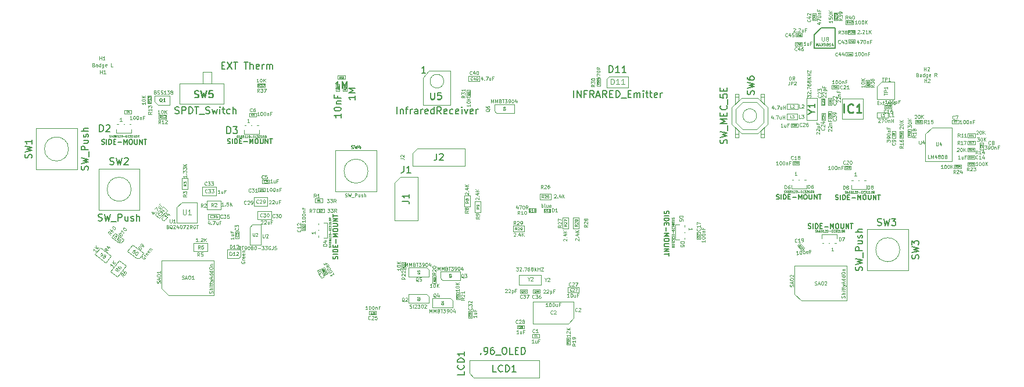
<source format=gbr>
%TF.GenerationSoftware,KiCad,Pcbnew,(6.0.5)*%
%TF.CreationDate,2023-09-14T14:32:31-07:00*%
%TF.ProjectId,Monkeys,4d6f6e6b-6579-4732-9e6b-696361645f70,3.7*%
%TF.SameCoordinates,Original*%
%TF.FileFunction,AssemblyDrawing,Top*%
%FSLAX46Y46*%
G04 Gerber Fmt 4.6, Leading zero omitted, Abs format (unit mm)*
G04 Created by KiCad (PCBNEW (6.0.5)) date 2023-09-14 14:32:31*
%MOMM*%
%LPD*%
G01*
G04 APERTURE LIST*
%ADD10C,0.125000*%
%ADD11C,0.060000*%
%ADD12C,0.040000*%
%ADD13C,0.075000*%
%ADD14C,0.150000*%
%ADD15C,0.050000*%
%ADD16C,0.080000*%
%ADD17C,0.254000*%
%ADD18C,0.110000*%
%ADD19C,0.100000*%
%ADD20C,0.120000*%
G04 APERTURE END LIST*
D10*
%TO.C,D10*%
X93364446Y-87037691D02*
X92970440Y-86729861D01*
X93043733Y-86636050D01*
X93106471Y-86594422D01*
X93173313Y-86586215D01*
X93225496Y-86596770D01*
X93315203Y-86636642D01*
X93371489Y-86680618D01*
X93431879Y-86758015D01*
X93454745Y-86806094D01*
X93462952Y-86872935D01*
X93437739Y-86943881D01*
X93364446Y-87037691D01*
X93833521Y-86437302D02*
X93657618Y-86662448D01*
X93745569Y-86549875D02*
X93351564Y-86242044D01*
X93378533Y-86323545D01*
X93386740Y-86390386D01*
X93376185Y-86442569D01*
X93630077Y-85885563D02*
X93659395Y-85848039D01*
X93707474Y-85825173D01*
X93740895Y-85821070D01*
X93793078Y-85831625D01*
X93882785Y-85871497D01*
X93976596Y-85944790D01*
X94036986Y-86022187D01*
X94059852Y-86070266D01*
X94063955Y-86103687D01*
X94053400Y-86155870D01*
X94024083Y-86193394D01*
X93976003Y-86216260D01*
X93942583Y-86220363D01*
X93890400Y-86209808D01*
X93800693Y-86169936D01*
X93706882Y-86096643D01*
X93646492Y-86019246D01*
X93623626Y-85971167D01*
X93619522Y-85937746D01*
X93630077Y-85885563D01*
X91980349Y-86622545D02*
X91690117Y-86607294D01*
X91804446Y-86847691D02*
X91410440Y-86539861D01*
X91527709Y-86389763D01*
X91575788Y-86366898D01*
X91609209Y-86362794D01*
X91661392Y-86373349D01*
X91717679Y-86417325D01*
X91740544Y-86465404D01*
X91744648Y-86498825D01*
X91734093Y-86551008D01*
X91616824Y-86701105D01*
X91905893Y-86292441D02*
X92008503Y-86161106D01*
X92258862Y-86266064D02*
X92112276Y-86453686D01*
X91718271Y-86145855D01*
X91864857Y-85958234D01*
X92390790Y-86097205D02*
X91996784Y-85789374D01*
X92070077Y-85695563D01*
X92132815Y-85653936D01*
X92199657Y-85645728D01*
X92251840Y-85656283D01*
X92341547Y-85696156D01*
X92397834Y-85740132D01*
X92458224Y-85817528D01*
X92481089Y-85865608D01*
X92489297Y-85932449D01*
X92464083Y-86003394D01*
X92390790Y-86097205D01*
D11*
X93314153Y-87556443D02*
X93067888Y-87871647D01*
X92992840Y-87813013D01*
X92959537Y-87762822D01*
X92952972Y-87709349D01*
X92961416Y-87667603D01*
X92993314Y-87595837D01*
X93028494Y-87550808D01*
X93090412Y-87502496D01*
X93128875Y-87484203D01*
X93182348Y-87477637D01*
X93239104Y-87497808D01*
X93314153Y-87556443D01*
X92833842Y-87181182D02*
X93013958Y-87321905D01*
X92923900Y-87251544D02*
X92677635Y-87566748D01*
X92742836Y-87545173D01*
X92796309Y-87538607D01*
X92838055Y-87547051D01*
X92392451Y-87343937D02*
X92362431Y-87320483D01*
X92344139Y-87282020D01*
X92340856Y-87255283D01*
X92349300Y-87213537D01*
X92381198Y-87141771D01*
X92439832Y-87066722D01*
X92501749Y-87018410D01*
X92540213Y-87000118D01*
X92566949Y-86996835D01*
X92608696Y-87005279D01*
X92638715Y-87028733D01*
X92657008Y-87067196D01*
X92660291Y-87093933D01*
X92651847Y-87135679D01*
X92619949Y-87207445D01*
X92561314Y-87282494D01*
X92499397Y-87330806D01*
X92460934Y-87349098D01*
X92434197Y-87352381D01*
X92392451Y-87343937D01*
D10*
%TO.C,C43*%
X198098571Y-58878571D02*
X198074761Y-58902380D01*
X198003333Y-58926190D01*
X197955714Y-58926190D01*
X197884285Y-58902380D01*
X197836666Y-58854761D01*
X197812857Y-58807142D01*
X197789047Y-58711904D01*
X197789047Y-58640476D01*
X197812857Y-58545238D01*
X197836666Y-58497619D01*
X197884285Y-58450000D01*
X197955714Y-58426190D01*
X198003333Y-58426190D01*
X198074761Y-58450000D01*
X198098571Y-58473809D01*
X198527142Y-58592857D02*
X198527142Y-58926190D01*
X198408095Y-58402380D02*
X198289047Y-58759523D01*
X198598571Y-58759523D01*
X198741428Y-58426190D02*
X199050952Y-58426190D01*
X198884285Y-58616666D01*
X198955714Y-58616666D01*
X199003333Y-58640476D01*
X199027142Y-58664285D01*
X199050952Y-58711904D01*
X199050952Y-58830952D01*
X199027142Y-58878571D01*
X199003333Y-58902380D01*
X198955714Y-58926190D01*
X198812857Y-58926190D01*
X198765238Y-58902380D01*
X198741428Y-58878571D01*
X200778571Y-58592857D02*
X200778571Y-58926190D01*
X200659523Y-58402380D02*
X200540476Y-58759523D01*
X200850000Y-58759523D01*
X200992857Y-58426190D02*
X201326190Y-58426190D01*
X201111904Y-58926190D01*
X201611904Y-58426190D02*
X201659523Y-58426190D01*
X201707142Y-58450000D01*
X201730952Y-58473809D01*
X201754761Y-58521428D01*
X201778571Y-58616666D01*
X201778571Y-58735714D01*
X201754761Y-58830952D01*
X201730952Y-58878571D01*
X201707142Y-58902380D01*
X201659523Y-58926190D01*
X201611904Y-58926190D01*
X201564285Y-58902380D01*
X201540476Y-58878571D01*
X201516666Y-58830952D01*
X201492857Y-58735714D01*
X201492857Y-58616666D01*
X201516666Y-58521428D01*
X201540476Y-58473809D01*
X201564285Y-58450000D01*
X201611904Y-58426190D01*
X201992857Y-58592857D02*
X201992857Y-58926190D01*
X201992857Y-58640476D02*
X202016666Y-58616666D01*
X202064285Y-58592857D01*
X202135714Y-58592857D01*
X202183333Y-58616666D01*
X202207142Y-58664285D01*
X202207142Y-58926190D01*
X202611904Y-58664285D02*
X202445238Y-58664285D01*
X202445238Y-58926190D02*
X202445238Y-58426190D01*
X202683333Y-58426190D01*
D12*
X199601304Y-58729285D02*
X199589399Y-58741190D01*
X199553685Y-58753095D01*
X199529876Y-58753095D01*
X199494161Y-58741190D01*
X199470352Y-58717380D01*
X199458447Y-58693571D01*
X199446542Y-58645952D01*
X199446542Y-58610238D01*
X199458447Y-58562619D01*
X199470352Y-58538809D01*
X199494161Y-58515000D01*
X199529876Y-58503095D01*
X199553685Y-58503095D01*
X199589399Y-58515000D01*
X199601304Y-58526904D01*
X199815590Y-58586428D02*
X199815590Y-58753095D01*
X199756066Y-58491190D02*
X199696542Y-58669761D01*
X199851304Y-58669761D01*
X199922733Y-58503095D02*
X200077495Y-58503095D01*
X199994161Y-58598333D01*
X200029876Y-58598333D01*
X200053685Y-58610238D01*
X200065590Y-58622142D01*
X200077495Y-58645952D01*
X200077495Y-58705476D01*
X200065590Y-58729285D01*
X200053685Y-58741190D01*
X200029876Y-58753095D01*
X199958447Y-58753095D01*
X199934638Y-58741190D01*
X199922733Y-58729285D01*
D13*
%TO.C,D3*%
X110150000Y-72641428D02*
X110192857Y-72655714D01*
X110264285Y-72655714D01*
X110292857Y-72641428D01*
X110307142Y-72627142D01*
X110321428Y-72598571D01*
X110321428Y-72570000D01*
X110307142Y-72541428D01*
X110292857Y-72527142D01*
X110264285Y-72512857D01*
X110207142Y-72498571D01*
X110178571Y-72484285D01*
X110164285Y-72470000D01*
X110150000Y-72441428D01*
X110150000Y-72412857D01*
X110164285Y-72384285D01*
X110178571Y-72370000D01*
X110207142Y-72355714D01*
X110278571Y-72355714D01*
X110321428Y-72370000D01*
X110450000Y-72655714D02*
X110450000Y-72355714D01*
X110621428Y-72655714D02*
X110492857Y-72484285D01*
X110621428Y-72355714D02*
X110450000Y-72527142D01*
X110878571Y-72355714D02*
X110821428Y-72355714D01*
X110792857Y-72370000D01*
X110778571Y-72384285D01*
X110750000Y-72427142D01*
X110735714Y-72484285D01*
X110735714Y-72598571D01*
X110750000Y-72627142D01*
X110764285Y-72641428D01*
X110792857Y-72655714D01*
X110850000Y-72655714D01*
X110878571Y-72641428D01*
X110892857Y-72627142D01*
X110907142Y-72598571D01*
X110907142Y-72527142D01*
X110892857Y-72498571D01*
X110878571Y-72484285D01*
X110850000Y-72470000D01*
X110792857Y-72470000D01*
X110764285Y-72484285D01*
X110750000Y-72498571D01*
X110735714Y-72527142D01*
X111078571Y-72484285D02*
X111050000Y-72470000D01*
X111035714Y-72455714D01*
X111021428Y-72427142D01*
X111021428Y-72412857D01*
X111035714Y-72384285D01*
X111050000Y-72370000D01*
X111078571Y-72355714D01*
X111135714Y-72355714D01*
X111164285Y-72370000D01*
X111178571Y-72384285D01*
X111192857Y-72412857D01*
X111192857Y-72427142D01*
X111178571Y-72455714D01*
X111164285Y-72470000D01*
X111135714Y-72484285D01*
X111078571Y-72484285D01*
X111050000Y-72498571D01*
X111035714Y-72512857D01*
X111021428Y-72541428D01*
X111021428Y-72598571D01*
X111035714Y-72627142D01*
X111050000Y-72641428D01*
X111078571Y-72655714D01*
X111135714Y-72655714D01*
X111164285Y-72641428D01*
X111178571Y-72627142D01*
X111192857Y-72598571D01*
X111192857Y-72541428D01*
X111178571Y-72512857D01*
X111164285Y-72498571D01*
X111135714Y-72484285D01*
X111478571Y-72655714D02*
X111307142Y-72655714D01*
X111392857Y-72655714D02*
X111392857Y-72355714D01*
X111364285Y-72398571D01*
X111335714Y-72427142D01*
X111307142Y-72441428D01*
X111592857Y-72384285D02*
X111607142Y-72370000D01*
X111635714Y-72355714D01*
X111707142Y-72355714D01*
X111735714Y-72370000D01*
X111750000Y-72384285D01*
X111764285Y-72412857D01*
X111764285Y-72441428D01*
X111750000Y-72484285D01*
X111578571Y-72655714D01*
X111764285Y-72655714D01*
X111892857Y-72655714D02*
X111892857Y-72355714D01*
X111964285Y-72355714D01*
X112007142Y-72370000D01*
X112035714Y-72398571D01*
X112050000Y-72427142D01*
X112064285Y-72484285D01*
X112064285Y-72527142D01*
X112050000Y-72584285D01*
X112035714Y-72612857D01*
X112007142Y-72641428D01*
X111964285Y-72655714D01*
X111892857Y-72655714D01*
X112192857Y-72541428D02*
X112421428Y-72541428D01*
X112564285Y-72498571D02*
X112664285Y-72498571D01*
X112707142Y-72655714D02*
X112564285Y-72655714D01*
X112564285Y-72355714D01*
X112707142Y-72355714D01*
X113007142Y-72627142D02*
X112992857Y-72641428D01*
X112950000Y-72655714D01*
X112921428Y-72655714D01*
X112878571Y-72641428D01*
X112850000Y-72612857D01*
X112835714Y-72584285D01*
X112821428Y-72527142D01*
X112821428Y-72484285D01*
X112835714Y-72427142D01*
X112850000Y-72398571D01*
X112878571Y-72370000D01*
X112921428Y-72355714D01*
X112950000Y-72355714D01*
X112992857Y-72370000D01*
X113007142Y-72384285D01*
X113107142Y-72355714D02*
X113292857Y-72355714D01*
X113192857Y-72470000D01*
X113235714Y-72470000D01*
X113264285Y-72484285D01*
X113278571Y-72498571D01*
X113292857Y-72527142D01*
X113292857Y-72598571D01*
X113278571Y-72627142D01*
X113264285Y-72641428D01*
X113235714Y-72655714D01*
X113150000Y-72655714D01*
X113121428Y-72641428D01*
X113107142Y-72627142D01*
X113407142Y-72384285D02*
X113421428Y-72370000D01*
X113450000Y-72355714D01*
X113521428Y-72355714D01*
X113550000Y-72370000D01*
X113564285Y-72384285D01*
X113578571Y-72412857D01*
X113578571Y-72441428D01*
X113564285Y-72484285D01*
X113392857Y-72655714D01*
X113578571Y-72655714D01*
X113864285Y-72655714D02*
X113692857Y-72655714D01*
X113778571Y-72655714D02*
X113778571Y-72355714D01*
X113750000Y-72398571D01*
X113721428Y-72427142D01*
X113692857Y-72441428D01*
X114050000Y-72355714D02*
X114078571Y-72355714D01*
X114107142Y-72370000D01*
X114121428Y-72384285D01*
X114135714Y-72412857D01*
X114150000Y-72470000D01*
X114150000Y-72541428D01*
X114135714Y-72598571D01*
X114121428Y-72627142D01*
X114107142Y-72641428D01*
X114078571Y-72655714D01*
X114050000Y-72655714D01*
X114021428Y-72641428D01*
X114007142Y-72627142D01*
X113992857Y-72598571D01*
X113978571Y-72541428D01*
X113978571Y-72470000D01*
X113992857Y-72412857D01*
X114007142Y-72384285D01*
X114021428Y-72370000D01*
X114050000Y-72355714D01*
X114450000Y-72655714D02*
X114350000Y-72512857D01*
X114278571Y-72655714D02*
X114278571Y-72355714D01*
X114392857Y-72355714D01*
X114421428Y-72370000D01*
X114435714Y-72384285D01*
X114450000Y-72412857D01*
X114450000Y-72455714D01*
X114435714Y-72484285D01*
X114421428Y-72498571D01*
X114392857Y-72512857D01*
X114278571Y-72512857D01*
D14*
X108741904Y-72092380D02*
X108741904Y-71092380D01*
X108980000Y-71092380D01*
X109122857Y-71140000D01*
X109218095Y-71235238D01*
X109265714Y-71330476D01*
X109313333Y-71520952D01*
X109313333Y-71663809D01*
X109265714Y-71854285D01*
X109218095Y-71949523D01*
X109122857Y-72044761D01*
X108980000Y-72092380D01*
X108741904Y-72092380D01*
X109646666Y-71092380D02*
X110265714Y-71092380D01*
X109932380Y-71473333D01*
X110075238Y-71473333D01*
X110170476Y-71520952D01*
X110218095Y-71568571D01*
X110265714Y-71663809D01*
X110265714Y-71901904D01*
X110218095Y-71997142D01*
X110170476Y-72044761D01*
X110075238Y-72092380D01*
X109789523Y-72092380D01*
X109694285Y-72044761D01*
X109646666Y-71997142D01*
D10*
X112002857Y-70416190D02*
X111717142Y-70416190D01*
X111860000Y-70416190D02*
X111860000Y-69916190D01*
X111812380Y-69987619D01*
X111764761Y-70035238D01*
X111717142Y-70059047D01*
D14*
X108833677Y-73513333D02*
X108933677Y-73546666D01*
X109100344Y-73546666D01*
X109167011Y-73513333D01*
X109200344Y-73480000D01*
X109233677Y-73413333D01*
X109233677Y-73346666D01*
X109200344Y-73280000D01*
X109167011Y-73246666D01*
X109100344Y-73213333D01*
X108967011Y-73180000D01*
X108900344Y-73146666D01*
X108867011Y-73113333D01*
X108833677Y-73046666D01*
X108833677Y-72980000D01*
X108867011Y-72913333D01*
X108900344Y-72880000D01*
X108967011Y-72846666D01*
X109133677Y-72846666D01*
X109233677Y-72880000D01*
X109533677Y-73546666D02*
X109533677Y-72846666D01*
X109867011Y-73546666D02*
X109867011Y-72846666D01*
X110033677Y-72846666D01*
X110133677Y-72880000D01*
X110200344Y-72946666D01*
X110233677Y-73013333D01*
X110267011Y-73146666D01*
X110267011Y-73246666D01*
X110233677Y-73380000D01*
X110200344Y-73446666D01*
X110133677Y-73513333D01*
X110033677Y-73546666D01*
X109867011Y-73546666D01*
X110567011Y-73180000D02*
X110800344Y-73180000D01*
X110900344Y-73546666D02*
X110567011Y-73546666D01*
X110567011Y-72846666D01*
X110900344Y-72846666D01*
X111200344Y-73280000D02*
X111733677Y-73280000D01*
X112067011Y-73546666D02*
X112067011Y-72846666D01*
X112300344Y-73346666D01*
X112533677Y-72846666D01*
X112533677Y-73546666D01*
X113000344Y-72846666D02*
X113133677Y-72846666D01*
X113200344Y-72880000D01*
X113267011Y-72946666D01*
X113300344Y-73080000D01*
X113300344Y-73313333D01*
X113267011Y-73446666D01*
X113200344Y-73513333D01*
X113133677Y-73546666D01*
X113000344Y-73546666D01*
X112933677Y-73513333D01*
X112867011Y-73446666D01*
X112833677Y-73313333D01*
X112833677Y-73080000D01*
X112867011Y-72946666D01*
X112933677Y-72880000D01*
X113000344Y-72846666D01*
X113600344Y-72846666D02*
X113600344Y-73413333D01*
X113633677Y-73480000D01*
X113667011Y-73513333D01*
X113733677Y-73546666D01*
X113867011Y-73546666D01*
X113933677Y-73513333D01*
X113967011Y-73480000D01*
X114000344Y-73413333D01*
X114000344Y-72846666D01*
X114333677Y-73546666D02*
X114333677Y-72846666D01*
X114733677Y-73546666D01*
X114733677Y-72846666D01*
X114967011Y-72846666D02*
X115367011Y-72846666D01*
X115167011Y-73546666D02*
X115167011Y-72846666D01*
D10*
%TO.C,C22*%
X197468571Y-67571428D02*
X197492380Y-67595238D01*
X197516190Y-67666666D01*
X197516190Y-67714285D01*
X197492380Y-67785714D01*
X197444761Y-67833333D01*
X197397142Y-67857142D01*
X197301904Y-67880952D01*
X197230476Y-67880952D01*
X197135238Y-67857142D01*
X197087619Y-67833333D01*
X197040000Y-67785714D01*
X197016190Y-67714285D01*
X197016190Y-67666666D01*
X197040000Y-67595238D01*
X197063809Y-67571428D01*
X197063809Y-67380952D02*
X197040000Y-67357142D01*
X197016190Y-67309523D01*
X197016190Y-67190476D01*
X197040000Y-67142857D01*
X197063809Y-67119047D01*
X197111428Y-67095238D01*
X197159047Y-67095238D01*
X197230476Y-67119047D01*
X197516190Y-67404761D01*
X197516190Y-67095238D01*
X197063809Y-66904761D02*
X197040000Y-66880952D01*
X197016190Y-66833333D01*
X197016190Y-66714285D01*
X197040000Y-66666666D01*
X197063809Y-66642857D01*
X197111428Y-66619047D01*
X197159047Y-66619047D01*
X197230476Y-66642857D01*
X197516190Y-66928571D01*
X197516190Y-66619047D01*
X197683809Y-67501428D02*
X197660000Y-67477619D01*
X197636190Y-67430000D01*
X197636190Y-67310952D01*
X197660000Y-67263333D01*
X197683809Y-67239523D01*
X197731428Y-67215714D01*
X197779047Y-67215714D01*
X197850476Y-67239523D01*
X198136190Y-67525238D01*
X198136190Y-67215714D01*
X197683809Y-67025238D02*
X197660000Y-67001428D01*
X197636190Y-66953809D01*
X197636190Y-66834761D01*
X197660000Y-66787142D01*
X197683809Y-66763333D01*
X197731428Y-66739523D01*
X197779047Y-66739523D01*
X197850476Y-66763333D01*
X198136190Y-67049047D01*
X198136190Y-66739523D01*
X197802857Y-66525238D02*
X198136190Y-66525238D01*
X197850476Y-66525238D02*
X197826666Y-66501428D01*
X197802857Y-66453809D01*
X197802857Y-66382380D01*
X197826666Y-66334761D01*
X197874285Y-66310952D01*
X198136190Y-66310952D01*
X197874285Y-65906190D02*
X197874285Y-66072857D01*
X198136190Y-66072857D02*
X197636190Y-66072857D01*
X197636190Y-65834761D01*
D12*
X196689285Y-67580714D02*
X196701190Y-67592619D01*
X196713095Y-67628333D01*
X196713095Y-67652142D01*
X196701190Y-67687857D01*
X196677380Y-67711666D01*
X196653571Y-67723571D01*
X196605952Y-67735476D01*
X196570238Y-67735476D01*
X196522619Y-67723571D01*
X196498809Y-67711666D01*
X196475000Y-67687857D01*
X196463095Y-67652142D01*
X196463095Y-67628333D01*
X196475000Y-67592619D01*
X196486904Y-67580714D01*
X196486904Y-67485476D02*
X196475000Y-67473571D01*
X196463095Y-67449761D01*
X196463095Y-67390238D01*
X196475000Y-67366428D01*
X196486904Y-67354523D01*
X196510714Y-67342619D01*
X196534523Y-67342619D01*
X196570238Y-67354523D01*
X196713095Y-67497380D01*
X196713095Y-67342619D01*
X196486904Y-67247380D02*
X196475000Y-67235476D01*
X196463095Y-67211666D01*
X196463095Y-67152142D01*
X196475000Y-67128333D01*
X196486904Y-67116428D01*
X196510714Y-67104523D01*
X196534523Y-67104523D01*
X196570238Y-67116428D01*
X196713095Y-67259285D01*
X196713095Y-67104523D01*
D10*
%TO.C,C25*%
X129657571Y-99158571D02*
X129633761Y-99182380D01*
X129562333Y-99206190D01*
X129514714Y-99206190D01*
X129443285Y-99182380D01*
X129395666Y-99134761D01*
X129371857Y-99087142D01*
X129348047Y-98991904D01*
X129348047Y-98920476D01*
X129371857Y-98825238D01*
X129395666Y-98777619D01*
X129443285Y-98730000D01*
X129514714Y-98706190D01*
X129562333Y-98706190D01*
X129633761Y-98730000D01*
X129657571Y-98753809D01*
X129848047Y-98753809D02*
X129871857Y-98730000D01*
X129919476Y-98706190D01*
X130038523Y-98706190D01*
X130086142Y-98730000D01*
X130109952Y-98753809D01*
X130133761Y-98801428D01*
X130133761Y-98849047D01*
X130109952Y-98920476D01*
X129824238Y-99206190D01*
X130133761Y-99206190D01*
X130586142Y-98706190D02*
X130348047Y-98706190D01*
X130324238Y-98944285D01*
X130348047Y-98920476D01*
X130395666Y-98896666D01*
X130514714Y-98896666D01*
X130562333Y-98920476D01*
X130586142Y-98944285D01*
X130609952Y-98991904D01*
X130609952Y-99110952D01*
X130586142Y-99158571D01*
X130562333Y-99182380D01*
X130514714Y-99206190D01*
X130395666Y-99206190D01*
X130348047Y-99182380D01*
X130324238Y-99158571D01*
X129226190Y-97756190D02*
X128940476Y-97756190D01*
X129083333Y-97756190D02*
X129083333Y-97256190D01*
X129035714Y-97327619D01*
X128988095Y-97375238D01*
X128940476Y-97399047D01*
X129535714Y-97256190D02*
X129583333Y-97256190D01*
X129630952Y-97280000D01*
X129654761Y-97303809D01*
X129678571Y-97351428D01*
X129702380Y-97446666D01*
X129702380Y-97565714D01*
X129678571Y-97660952D01*
X129654761Y-97708571D01*
X129630952Y-97732380D01*
X129583333Y-97756190D01*
X129535714Y-97756190D01*
X129488095Y-97732380D01*
X129464285Y-97708571D01*
X129440476Y-97660952D01*
X129416666Y-97565714D01*
X129416666Y-97446666D01*
X129440476Y-97351428D01*
X129464285Y-97303809D01*
X129488095Y-97280000D01*
X129535714Y-97256190D01*
X130011904Y-97256190D02*
X130059523Y-97256190D01*
X130107142Y-97280000D01*
X130130952Y-97303809D01*
X130154761Y-97351428D01*
X130178571Y-97446666D01*
X130178571Y-97565714D01*
X130154761Y-97660952D01*
X130130952Y-97708571D01*
X130107142Y-97732380D01*
X130059523Y-97756190D01*
X130011904Y-97756190D01*
X129964285Y-97732380D01*
X129940476Y-97708571D01*
X129916666Y-97660952D01*
X129892857Y-97565714D01*
X129892857Y-97446666D01*
X129916666Y-97351428D01*
X129940476Y-97303809D01*
X129964285Y-97280000D01*
X130011904Y-97256190D01*
X130392857Y-97422857D02*
X130392857Y-97756190D01*
X130392857Y-97470476D02*
X130416666Y-97446666D01*
X130464285Y-97422857D01*
X130535714Y-97422857D01*
X130583333Y-97446666D01*
X130607142Y-97494285D01*
X130607142Y-97756190D01*
X131011904Y-97494285D02*
X130845238Y-97494285D01*
X130845238Y-97756190D02*
X130845238Y-97256190D01*
X131083333Y-97256190D01*
D12*
X129818285Y-98349285D02*
X129806380Y-98361190D01*
X129770666Y-98373095D01*
X129746857Y-98373095D01*
X129711142Y-98361190D01*
X129687333Y-98337380D01*
X129675428Y-98313571D01*
X129663523Y-98265952D01*
X129663523Y-98230238D01*
X129675428Y-98182619D01*
X129687333Y-98158809D01*
X129711142Y-98135000D01*
X129746857Y-98123095D01*
X129770666Y-98123095D01*
X129806380Y-98135000D01*
X129818285Y-98146904D01*
X129913523Y-98146904D02*
X129925428Y-98135000D01*
X129949238Y-98123095D01*
X130008761Y-98123095D01*
X130032571Y-98135000D01*
X130044476Y-98146904D01*
X130056380Y-98170714D01*
X130056380Y-98194523D01*
X130044476Y-98230238D01*
X129901619Y-98373095D01*
X130056380Y-98373095D01*
X130282571Y-98123095D02*
X130163523Y-98123095D01*
X130151619Y-98242142D01*
X130163523Y-98230238D01*
X130187333Y-98218333D01*
X130246857Y-98218333D01*
X130270666Y-98230238D01*
X130282571Y-98242142D01*
X130294476Y-98265952D01*
X130294476Y-98325476D01*
X130282571Y-98349285D01*
X130270666Y-98361190D01*
X130246857Y-98373095D01*
X130187333Y-98373095D01*
X130163523Y-98361190D01*
X130151619Y-98349285D01*
D10*
%TO.C,Q6*%
X147023809Y-68497619D02*
X147000000Y-68545238D01*
X146952380Y-68592857D01*
X146880952Y-68664285D01*
X146857142Y-68711904D01*
X146857142Y-68759523D01*
X146976190Y-68735714D02*
X146952380Y-68783333D01*
X146904761Y-68830952D01*
X146809523Y-68854761D01*
X146642857Y-68854761D01*
X146547619Y-68830952D01*
X146500000Y-68783333D01*
X146476190Y-68735714D01*
X146476190Y-68640476D01*
X146500000Y-68592857D01*
X146547619Y-68545238D01*
X146642857Y-68521428D01*
X146809523Y-68521428D01*
X146904761Y-68545238D01*
X146952380Y-68592857D01*
X146976190Y-68640476D01*
X146976190Y-68735714D01*
X146476190Y-68092857D02*
X146476190Y-68188095D01*
X146500000Y-68235714D01*
X146523809Y-68259523D01*
X146595238Y-68307142D01*
X146690476Y-68330952D01*
X146880952Y-68330952D01*
X146928571Y-68307142D01*
X146952380Y-68283333D01*
X146976190Y-68235714D01*
X146976190Y-68140476D01*
X146952380Y-68092857D01*
X146928571Y-68069047D01*
X146880952Y-68045238D01*
X146761904Y-68045238D01*
X146714285Y-68069047D01*
X146690476Y-68092857D01*
X146666666Y-68140476D01*
X146666666Y-68235714D01*
X146690476Y-68283333D01*
X146714285Y-68307142D01*
X146761904Y-68330952D01*
X147264761Y-67606190D02*
X147264761Y-67106190D01*
X147431428Y-67463333D01*
X147598095Y-67106190D01*
X147598095Y-67606190D01*
X147836190Y-67606190D02*
X147836190Y-67106190D01*
X148002857Y-67463333D01*
X148169523Y-67106190D01*
X148169523Y-67606190D01*
X148574285Y-67344285D02*
X148645714Y-67368095D01*
X148669523Y-67391904D01*
X148693333Y-67439523D01*
X148693333Y-67510952D01*
X148669523Y-67558571D01*
X148645714Y-67582380D01*
X148598095Y-67606190D01*
X148407619Y-67606190D01*
X148407619Y-67106190D01*
X148574285Y-67106190D01*
X148621904Y-67130000D01*
X148645714Y-67153809D01*
X148669523Y-67201428D01*
X148669523Y-67249047D01*
X148645714Y-67296666D01*
X148621904Y-67320476D01*
X148574285Y-67344285D01*
X148407619Y-67344285D01*
X148836190Y-67106190D02*
X149121904Y-67106190D01*
X148979047Y-67606190D02*
X148979047Y-67106190D01*
X149240952Y-67106190D02*
X149550476Y-67106190D01*
X149383809Y-67296666D01*
X149455238Y-67296666D01*
X149502857Y-67320476D01*
X149526666Y-67344285D01*
X149550476Y-67391904D01*
X149550476Y-67510952D01*
X149526666Y-67558571D01*
X149502857Y-67582380D01*
X149455238Y-67606190D01*
X149312380Y-67606190D01*
X149264761Y-67582380D01*
X149240952Y-67558571D01*
X149788571Y-67606190D02*
X149883809Y-67606190D01*
X149931428Y-67582380D01*
X149955238Y-67558571D01*
X150002857Y-67487142D01*
X150026666Y-67391904D01*
X150026666Y-67201428D01*
X150002857Y-67153809D01*
X149979047Y-67130000D01*
X149931428Y-67106190D01*
X149836190Y-67106190D01*
X149788571Y-67130000D01*
X149764761Y-67153809D01*
X149740952Y-67201428D01*
X149740952Y-67320476D01*
X149764761Y-67368095D01*
X149788571Y-67391904D01*
X149836190Y-67415714D01*
X149931428Y-67415714D01*
X149979047Y-67391904D01*
X150002857Y-67368095D01*
X150026666Y-67320476D01*
X150336190Y-67106190D02*
X150383809Y-67106190D01*
X150431428Y-67130000D01*
X150455238Y-67153809D01*
X150479047Y-67201428D01*
X150502857Y-67296666D01*
X150502857Y-67415714D01*
X150479047Y-67510952D01*
X150455238Y-67558571D01*
X150431428Y-67582380D01*
X150383809Y-67606190D01*
X150336190Y-67606190D01*
X150288571Y-67582380D01*
X150264761Y-67558571D01*
X150240952Y-67510952D01*
X150217142Y-67415714D01*
X150217142Y-67296666D01*
X150240952Y-67201428D01*
X150264761Y-67153809D01*
X150288571Y-67130000D01*
X150336190Y-67106190D01*
X150931428Y-67272857D02*
X150931428Y-67606190D01*
X150812380Y-67082380D02*
X150693333Y-67439523D01*
X151002857Y-67439523D01*
D15*
X149325238Y-68480476D02*
X149310000Y-68510952D01*
X149279523Y-68541428D01*
X149233809Y-68587142D01*
X149218571Y-68617619D01*
X149218571Y-68648095D01*
X149294761Y-68632857D02*
X149279523Y-68663333D01*
X149249047Y-68693809D01*
X149188095Y-68709047D01*
X149081428Y-68709047D01*
X149020476Y-68693809D01*
X148990000Y-68663333D01*
X148974761Y-68632857D01*
X148974761Y-68571904D01*
X148990000Y-68541428D01*
X149020476Y-68510952D01*
X149081428Y-68495714D01*
X149188095Y-68495714D01*
X149249047Y-68510952D01*
X149279523Y-68541428D01*
X149294761Y-68571904D01*
X149294761Y-68632857D01*
X148974761Y-68221428D02*
X148974761Y-68282380D01*
X148990000Y-68312857D01*
X149005238Y-68328095D01*
X149050952Y-68358571D01*
X149111904Y-68373809D01*
X149233809Y-68373809D01*
X149264285Y-68358571D01*
X149279523Y-68343333D01*
X149294761Y-68312857D01*
X149294761Y-68251904D01*
X149279523Y-68221428D01*
X149264285Y-68206190D01*
X149233809Y-68190952D01*
X149157619Y-68190952D01*
X149127142Y-68206190D01*
X149111904Y-68221428D01*
X149096666Y-68251904D01*
X149096666Y-68312857D01*
X149111904Y-68343333D01*
X149127142Y-68358571D01*
X149157619Y-68373809D01*
D10*
%TO.C,R21*%
X143356190Y-96041428D02*
X143118095Y-96208095D01*
X143356190Y-96327142D02*
X142856190Y-96327142D01*
X142856190Y-96136666D01*
X142880000Y-96089047D01*
X142903809Y-96065238D01*
X142951428Y-96041428D01*
X143022857Y-96041428D01*
X143070476Y-96065238D01*
X143094285Y-96089047D01*
X143118095Y-96136666D01*
X143118095Y-96327142D01*
X142903809Y-95850952D02*
X142880000Y-95827142D01*
X142856190Y-95779523D01*
X142856190Y-95660476D01*
X142880000Y-95612857D01*
X142903809Y-95589047D01*
X142951428Y-95565238D01*
X142999047Y-95565238D01*
X143070476Y-95589047D01*
X143356190Y-95874761D01*
X143356190Y-95565238D01*
X143356190Y-95089047D02*
X143356190Y-95374761D01*
X143356190Y-95231904D02*
X142856190Y-95231904D01*
X142927619Y-95279523D01*
X142975238Y-95327142D01*
X142999047Y-95374761D01*
X142576190Y-94785238D02*
X142576190Y-95070952D01*
X142576190Y-94928095D02*
X142076190Y-94928095D01*
X142147619Y-94975714D01*
X142195238Y-95023333D01*
X142219047Y-95070952D01*
X142076190Y-94475714D02*
X142076190Y-94428095D01*
X142100000Y-94380476D01*
X142123809Y-94356666D01*
X142171428Y-94332857D01*
X142266666Y-94309047D01*
X142385714Y-94309047D01*
X142480952Y-94332857D01*
X142528571Y-94356666D01*
X142552380Y-94380476D01*
X142576190Y-94428095D01*
X142576190Y-94475714D01*
X142552380Y-94523333D01*
X142528571Y-94547142D01*
X142480952Y-94570952D01*
X142385714Y-94594761D01*
X142266666Y-94594761D01*
X142171428Y-94570952D01*
X142123809Y-94547142D01*
X142100000Y-94523333D01*
X142076190Y-94475714D01*
X142576190Y-94094761D02*
X142076190Y-94094761D01*
X142576190Y-93809047D02*
X142290476Y-94023333D01*
X142076190Y-93809047D02*
X142361904Y-94094761D01*
D12*
X142497619Y-95947142D02*
X142373809Y-96033809D01*
X142497619Y-96095714D02*
X142237619Y-96095714D01*
X142237619Y-95996666D01*
X142250000Y-95971904D01*
X142262380Y-95959523D01*
X142287142Y-95947142D01*
X142324285Y-95947142D01*
X142349047Y-95959523D01*
X142361428Y-95971904D01*
X142373809Y-95996666D01*
X142373809Y-96095714D01*
X142262380Y-95848095D02*
X142250000Y-95835714D01*
X142237619Y-95810952D01*
X142237619Y-95749047D01*
X142250000Y-95724285D01*
X142262380Y-95711904D01*
X142287142Y-95699523D01*
X142311904Y-95699523D01*
X142349047Y-95711904D01*
X142497619Y-95860476D01*
X142497619Y-95699523D01*
X142497619Y-95451904D02*
X142497619Y-95600476D01*
X142497619Y-95526190D02*
X142237619Y-95526190D01*
X142274761Y-95550952D01*
X142299523Y-95575714D01*
X142311904Y-95600476D01*
D10*
%TO.C,R10*%
X151398571Y-83876190D02*
X151231904Y-83638095D01*
X151112857Y-83876190D02*
X151112857Y-83376190D01*
X151303333Y-83376190D01*
X151350952Y-83400000D01*
X151374761Y-83423809D01*
X151398571Y-83471428D01*
X151398571Y-83542857D01*
X151374761Y-83590476D01*
X151350952Y-83614285D01*
X151303333Y-83638095D01*
X151112857Y-83638095D01*
X151874761Y-83876190D02*
X151589047Y-83876190D01*
X151731904Y-83876190D02*
X151731904Y-83376190D01*
X151684285Y-83447619D01*
X151636666Y-83495238D01*
X151589047Y-83519047D01*
X152184285Y-83376190D02*
X152231904Y-83376190D01*
X152279523Y-83400000D01*
X152303333Y-83423809D01*
X152327142Y-83471428D01*
X152350952Y-83566666D01*
X152350952Y-83685714D01*
X152327142Y-83780952D01*
X152303333Y-83828571D01*
X152279523Y-83852380D01*
X152231904Y-83876190D01*
X152184285Y-83876190D01*
X152136666Y-83852380D01*
X152112857Y-83828571D01*
X152089047Y-83780952D01*
X152065238Y-83685714D01*
X152065238Y-83566666D01*
X152089047Y-83471428D01*
X152112857Y-83423809D01*
X152136666Y-83400000D01*
X152184285Y-83376190D01*
X151099047Y-82762857D02*
X151099047Y-83096190D01*
X150980000Y-82572380D02*
X150860952Y-82929523D01*
X151170476Y-82929523D01*
X151313333Y-82596190D02*
X151646666Y-82596190D01*
X151432380Y-83096190D01*
X151932380Y-82596190D02*
X151980000Y-82596190D01*
X152027619Y-82620000D01*
X152051428Y-82643809D01*
X152075238Y-82691428D01*
X152099047Y-82786666D01*
X152099047Y-82905714D01*
X152075238Y-83000952D01*
X152051428Y-83048571D01*
X152027619Y-83072380D01*
X151980000Y-83096190D01*
X151932380Y-83096190D01*
X151884761Y-83072380D01*
X151860952Y-83048571D01*
X151837142Y-83000952D01*
X151813333Y-82905714D01*
X151813333Y-82786666D01*
X151837142Y-82691428D01*
X151860952Y-82643809D01*
X151884761Y-82620000D01*
X151932380Y-82596190D01*
X152599047Y-83096190D02*
X152432380Y-82858095D01*
X152313333Y-83096190D02*
X152313333Y-82596190D01*
X152503809Y-82596190D01*
X152551428Y-82620000D01*
X152575238Y-82643809D01*
X152599047Y-82691428D01*
X152599047Y-82762857D01*
X152575238Y-82810476D01*
X152551428Y-82834285D01*
X152503809Y-82858095D01*
X152313333Y-82858095D01*
D12*
X152995000Y-83458333D02*
X152878333Y-83291666D01*
X152795000Y-83458333D02*
X152795000Y-83108333D01*
X152928333Y-83108333D01*
X152961666Y-83125000D01*
X152978333Y-83141666D01*
X152995000Y-83175000D01*
X152995000Y-83225000D01*
X152978333Y-83258333D01*
X152961666Y-83275000D01*
X152928333Y-83291666D01*
X152795000Y-83291666D01*
X153328333Y-83458333D02*
X153128333Y-83458333D01*
X153228333Y-83458333D02*
X153228333Y-83108333D01*
X153195000Y-83158333D01*
X153161666Y-83191666D01*
X153128333Y-83208333D01*
X153545000Y-83108333D02*
X153578333Y-83108333D01*
X153611666Y-83125000D01*
X153628333Y-83141666D01*
X153645000Y-83175000D01*
X153661666Y-83241666D01*
X153661666Y-83325000D01*
X153645000Y-83391666D01*
X153628333Y-83425000D01*
X153611666Y-83441666D01*
X153578333Y-83458333D01*
X153545000Y-83458333D01*
X153511666Y-83441666D01*
X153495000Y-83425000D01*
X153478333Y-83391666D01*
X153461666Y-83325000D01*
X153461666Y-83241666D01*
X153478333Y-83175000D01*
X153495000Y-83141666D01*
X153511666Y-83125000D01*
X153545000Y-83108333D01*
D14*
%TO.C,Y1*%
X193936190Y-68916190D02*
X194412380Y-68916190D01*
X193412380Y-69249523D02*
X193936190Y-68916190D01*
X193412380Y-68582857D01*
X194412380Y-67725714D02*
X194412380Y-68297142D01*
X194412380Y-68011428D02*
X193412380Y-68011428D01*
X193555238Y-68106666D01*
X193650476Y-68201904D01*
X193698095Y-68297142D01*
D10*
X193276190Y-66778095D02*
X193276190Y-66468571D01*
X193466666Y-66635238D01*
X193466666Y-66563809D01*
X193490476Y-66516190D01*
X193514285Y-66492380D01*
X193561904Y-66468571D01*
X193680952Y-66468571D01*
X193728571Y-66492380D01*
X193752380Y-66516190D01*
X193776190Y-66563809D01*
X193776190Y-66706666D01*
X193752380Y-66754285D01*
X193728571Y-66778095D01*
X193323809Y-66278095D02*
X193300000Y-66254285D01*
X193276190Y-66206666D01*
X193276190Y-66087619D01*
X193300000Y-66040000D01*
X193323809Y-66016190D01*
X193371428Y-65992380D01*
X193419047Y-65992380D01*
X193490476Y-66016190D01*
X193776190Y-66301904D01*
X193776190Y-65992380D01*
X193728571Y-65778095D02*
X193752380Y-65754285D01*
X193776190Y-65778095D01*
X193752380Y-65801904D01*
X193728571Y-65778095D01*
X193776190Y-65778095D01*
X193276190Y-65587619D02*
X193276190Y-65254285D01*
X193776190Y-65468571D01*
X193276190Y-64849523D02*
X193276190Y-64944761D01*
X193300000Y-64992380D01*
X193323809Y-65016190D01*
X193395238Y-65063809D01*
X193490476Y-65087619D01*
X193680952Y-65087619D01*
X193728571Y-65063809D01*
X193752380Y-65040000D01*
X193776190Y-64992380D01*
X193776190Y-64897142D01*
X193752380Y-64849523D01*
X193728571Y-64825714D01*
X193680952Y-64801904D01*
X193561904Y-64801904D01*
X193514285Y-64825714D01*
X193490476Y-64849523D01*
X193466666Y-64897142D01*
X193466666Y-64992380D01*
X193490476Y-65040000D01*
X193514285Y-65063809D01*
X193561904Y-65087619D01*
X193490476Y-64516190D02*
X193466666Y-64563809D01*
X193442857Y-64587619D01*
X193395238Y-64611428D01*
X193371428Y-64611428D01*
X193323809Y-64587619D01*
X193300000Y-64563809D01*
X193276190Y-64516190D01*
X193276190Y-64420952D01*
X193300000Y-64373333D01*
X193323809Y-64349523D01*
X193371428Y-64325714D01*
X193395238Y-64325714D01*
X193442857Y-64349523D01*
X193466666Y-64373333D01*
X193490476Y-64420952D01*
X193490476Y-64516190D01*
X193514285Y-64563809D01*
X193538095Y-64587619D01*
X193585714Y-64611428D01*
X193680952Y-64611428D01*
X193728571Y-64587619D01*
X193752380Y-64563809D01*
X193776190Y-64516190D01*
X193776190Y-64420952D01*
X193752380Y-64373333D01*
X193728571Y-64349523D01*
X193680952Y-64325714D01*
X193585714Y-64325714D01*
X193538095Y-64349523D01*
X193514285Y-64373333D01*
X193490476Y-64420952D01*
X193776190Y-64111428D02*
X193276190Y-64111428D01*
X193776190Y-63825714D02*
X193490476Y-64040000D01*
X193276190Y-63825714D02*
X193561904Y-64111428D01*
X193776190Y-63611428D02*
X193276190Y-63611428D01*
X193514285Y-63611428D02*
X193514285Y-63325714D01*
X193776190Y-63325714D02*
X193276190Y-63325714D01*
X193276190Y-63135238D02*
X193276190Y-62801904D01*
X193776190Y-63135238D01*
X193776190Y-62801904D01*
D14*
X193946190Y-68916190D02*
X194422380Y-68916190D01*
X193422380Y-69249523D02*
X193946190Y-68916190D01*
X193422380Y-68582857D01*
X194422380Y-67725714D02*
X194422380Y-68297142D01*
X194422380Y-68011428D02*
X193422380Y-68011428D01*
X193565238Y-68106666D01*
X193660476Y-68201904D01*
X193708095Y-68297142D01*
D10*
%TO.C,C44*%
X197688571Y-60708571D02*
X197664761Y-60732380D01*
X197593333Y-60756190D01*
X197545714Y-60756190D01*
X197474285Y-60732380D01*
X197426666Y-60684761D01*
X197402857Y-60637142D01*
X197379047Y-60541904D01*
X197379047Y-60470476D01*
X197402857Y-60375238D01*
X197426666Y-60327619D01*
X197474285Y-60280000D01*
X197545714Y-60256190D01*
X197593333Y-60256190D01*
X197664761Y-60280000D01*
X197688571Y-60303809D01*
X198117142Y-60422857D02*
X198117142Y-60756190D01*
X197998095Y-60232380D02*
X197879047Y-60589523D01*
X198188571Y-60589523D01*
X198593333Y-60422857D02*
X198593333Y-60756190D01*
X198474285Y-60232380D02*
X198355238Y-60589523D01*
X198664761Y-60589523D01*
X200526190Y-60706190D02*
X200240476Y-60706190D01*
X200383333Y-60706190D02*
X200383333Y-60206190D01*
X200335714Y-60277619D01*
X200288095Y-60325238D01*
X200240476Y-60349047D01*
X200835714Y-60206190D02*
X200883333Y-60206190D01*
X200930952Y-60230000D01*
X200954761Y-60253809D01*
X200978571Y-60301428D01*
X201002380Y-60396666D01*
X201002380Y-60515714D01*
X200978571Y-60610952D01*
X200954761Y-60658571D01*
X200930952Y-60682380D01*
X200883333Y-60706190D01*
X200835714Y-60706190D01*
X200788095Y-60682380D01*
X200764285Y-60658571D01*
X200740476Y-60610952D01*
X200716666Y-60515714D01*
X200716666Y-60396666D01*
X200740476Y-60301428D01*
X200764285Y-60253809D01*
X200788095Y-60230000D01*
X200835714Y-60206190D01*
X201311904Y-60206190D02*
X201359523Y-60206190D01*
X201407142Y-60230000D01*
X201430952Y-60253809D01*
X201454761Y-60301428D01*
X201478571Y-60396666D01*
X201478571Y-60515714D01*
X201454761Y-60610952D01*
X201430952Y-60658571D01*
X201407142Y-60682380D01*
X201359523Y-60706190D01*
X201311904Y-60706190D01*
X201264285Y-60682380D01*
X201240476Y-60658571D01*
X201216666Y-60610952D01*
X201192857Y-60515714D01*
X201192857Y-60396666D01*
X201216666Y-60301428D01*
X201240476Y-60253809D01*
X201264285Y-60230000D01*
X201311904Y-60206190D01*
X201692857Y-60372857D02*
X201692857Y-60706190D01*
X201692857Y-60420476D02*
X201716666Y-60396666D01*
X201764285Y-60372857D01*
X201835714Y-60372857D01*
X201883333Y-60396666D01*
X201907142Y-60444285D01*
X201907142Y-60706190D01*
X202311904Y-60444285D02*
X202145238Y-60444285D01*
X202145238Y-60706190D02*
X202145238Y-60206190D01*
X202383333Y-60206190D01*
D12*
X199252255Y-60581787D02*
X199240350Y-60593692D01*
X199204636Y-60605597D01*
X199180827Y-60605597D01*
X199145112Y-60593692D01*
X199121303Y-60569882D01*
X199109398Y-60546073D01*
X199097493Y-60498454D01*
X199097493Y-60462740D01*
X199109398Y-60415121D01*
X199121303Y-60391311D01*
X199145112Y-60367502D01*
X199180827Y-60355597D01*
X199204636Y-60355597D01*
X199240350Y-60367502D01*
X199252255Y-60379406D01*
X199466541Y-60438930D02*
X199466541Y-60605597D01*
X199407017Y-60343692D02*
X199347493Y-60522263D01*
X199502255Y-60522263D01*
X199704636Y-60438930D02*
X199704636Y-60605597D01*
X199645112Y-60343692D02*
X199585589Y-60522263D01*
X199740350Y-60522263D01*
D10*
%TO.C,C2*%
X159786666Y-97978571D02*
X159762857Y-98002380D01*
X159691428Y-98026190D01*
X159643809Y-98026190D01*
X159572380Y-98002380D01*
X159524761Y-97954761D01*
X159500952Y-97907142D01*
X159477142Y-97811904D01*
X159477142Y-97740476D01*
X159500952Y-97645238D01*
X159524761Y-97597619D01*
X159572380Y-97550000D01*
X159643809Y-97526190D01*
X159691428Y-97526190D01*
X159762857Y-97550000D01*
X159786666Y-97573809D01*
X159977142Y-97573809D02*
X160000952Y-97550000D01*
X160048571Y-97526190D01*
X160167619Y-97526190D01*
X160215238Y-97550000D01*
X160239047Y-97573809D01*
X160262857Y-97621428D01*
X160262857Y-97669047D01*
X160239047Y-97740476D01*
X159953333Y-98026190D01*
X160262857Y-98026190D01*
X155496190Y-97326190D02*
X155210476Y-97326190D01*
X155353333Y-97326190D02*
X155353333Y-96826190D01*
X155305714Y-96897619D01*
X155258095Y-96945238D01*
X155210476Y-96969047D01*
X155805714Y-96826190D02*
X155853333Y-96826190D01*
X155900952Y-96850000D01*
X155924761Y-96873809D01*
X155948571Y-96921428D01*
X155972380Y-97016666D01*
X155972380Y-97135714D01*
X155948571Y-97230952D01*
X155924761Y-97278571D01*
X155900952Y-97302380D01*
X155853333Y-97326190D01*
X155805714Y-97326190D01*
X155758095Y-97302380D01*
X155734285Y-97278571D01*
X155710476Y-97230952D01*
X155686666Y-97135714D01*
X155686666Y-97016666D01*
X155710476Y-96921428D01*
X155734285Y-96873809D01*
X155758095Y-96850000D01*
X155805714Y-96826190D01*
X156281904Y-96826190D02*
X156329523Y-96826190D01*
X156377142Y-96850000D01*
X156400952Y-96873809D01*
X156424761Y-96921428D01*
X156448571Y-97016666D01*
X156448571Y-97135714D01*
X156424761Y-97230952D01*
X156400952Y-97278571D01*
X156377142Y-97302380D01*
X156329523Y-97326190D01*
X156281904Y-97326190D01*
X156234285Y-97302380D01*
X156210476Y-97278571D01*
X156186666Y-97230952D01*
X156162857Y-97135714D01*
X156162857Y-97016666D01*
X156186666Y-96921428D01*
X156210476Y-96873809D01*
X156234285Y-96850000D01*
X156281904Y-96826190D01*
X156877142Y-96992857D02*
X156877142Y-97326190D01*
X156662857Y-96992857D02*
X156662857Y-97254761D01*
X156686666Y-97302380D01*
X156734285Y-97326190D01*
X156805714Y-97326190D01*
X156853333Y-97302380D01*
X156877142Y-97278571D01*
X157281904Y-97064285D02*
X157115238Y-97064285D01*
X157115238Y-97326190D02*
X157115238Y-96826190D01*
X157353333Y-96826190D01*
X156199166Y-98378571D02*
X156175357Y-98402380D01*
X156103928Y-98426190D01*
X156056309Y-98426190D01*
X155984880Y-98402380D01*
X155937261Y-98354761D01*
X155913452Y-98307142D01*
X155889642Y-98211904D01*
X155889642Y-98140476D01*
X155913452Y-98045238D01*
X155937261Y-97997619D01*
X155984880Y-97950000D01*
X156056309Y-97926190D01*
X156103928Y-97926190D01*
X156175357Y-97950000D01*
X156199166Y-97973809D01*
X156389642Y-97973809D02*
X156413452Y-97950000D01*
X156461071Y-97926190D01*
X156580119Y-97926190D01*
X156627738Y-97950000D01*
X156651547Y-97973809D01*
X156675357Y-98021428D01*
X156675357Y-98069047D01*
X156651547Y-98140476D01*
X156365833Y-98426190D01*
X156675357Y-98426190D01*
%TO.C,R5*%
X104751018Y-89958521D02*
X104584352Y-89720426D01*
X104465304Y-89958521D02*
X104465304Y-89458521D01*
X104655780Y-89458521D01*
X104703399Y-89482331D01*
X104727209Y-89506140D01*
X104751018Y-89553759D01*
X104751018Y-89625188D01*
X104727209Y-89672807D01*
X104703399Y-89696616D01*
X104655780Y-89720426D01*
X104465304Y-89720426D01*
X105203399Y-89458521D02*
X104965304Y-89458521D01*
X104941494Y-89696616D01*
X104965304Y-89672807D01*
X105012923Y-89648997D01*
X105131971Y-89648997D01*
X105179590Y-89672807D01*
X105203399Y-89696616D01*
X105227209Y-89744235D01*
X105227209Y-89863283D01*
X105203399Y-89910902D01*
X105179590Y-89934711D01*
X105131971Y-89958521D01*
X105012923Y-89958521D01*
X104965304Y-89934711D01*
X104941494Y-89910902D01*
X104514573Y-87853261D02*
X104228859Y-87853261D01*
X104371716Y-87853261D02*
X104371716Y-87353261D01*
X104324097Y-87424690D01*
X104276478Y-87472309D01*
X104228859Y-87496118D01*
X104728859Y-87805642D02*
X104752668Y-87829451D01*
X104728859Y-87853261D01*
X104705049Y-87829451D01*
X104728859Y-87805642D01*
X104728859Y-87853261D01*
X104943144Y-87400880D02*
X104966954Y-87377071D01*
X105014573Y-87353261D01*
X105133620Y-87353261D01*
X105181239Y-87377071D01*
X105205049Y-87400880D01*
X105228859Y-87448499D01*
X105228859Y-87496118D01*
X105205049Y-87567547D01*
X104919335Y-87853261D01*
X105228859Y-87853261D01*
X105443144Y-87853261D02*
X105443144Y-87353261D01*
X105728859Y-87853261D02*
X105514573Y-87567547D01*
X105728859Y-87353261D02*
X105443144Y-87638975D01*
D16*
X104824168Y-88886191D02*
X104657502Y-88648096D01*
X104538454Y-88886191D02*
X104538454Y-88386191D01*
X104728930Y-88386191D01*
X104776549Y-88410001D01*
X104800359Y-88433810D01*
X104824168Y-88481429D01*
X104824168Y-88552858D01*
X104800359Y-88600477D01*
X104776549Y-88624286D01*
X104728930Y-88648096D01*
X104538454Y-88648096D01*
X105276549Y-88386191D02*
X105038454Y-88386191D01*
X105014644Y-88624286D01*
X105038454Y-88600477D01*
X105086073Y-88576667D01*
X105205121Y-88576667D01*
X105252740Y-88600477D01*
X105276549Y-88624286D01*
X105300359Y-88671905D01*
X105300359Y-88790953D01*
X105276549Y-88838572D01*
X105252740Y-88862381D01*
X105205121Y-88886191D01*
X105086073Y-88886191D01*
X105038454Y-88862381D01*
X105014644Y-88838572D01*
D10*
%TO.C,C40*%
X144433571Y-63418571D02*
X144409761Y-63442380D01*
X144338333Y-63466190D01*
X144290714Y-63466190D01*
X144219285Y-63442380D01*
X144171666Y-63394761D01*
X144147857Y-63347142D01*
X144124047Y-63251904D01*
X144124047Y-63180476D01*
X144147857Y-63085238D01*
X144171666Y-63037619D01*
X144219285Y-62990000D01*
X144290714Y-62966190D01*
X144338333Y-62966190D01*
X144409761Y-62990000D01*
X144433571Y-63013809D01*
X144862142Y-63132857D02*
X144862142Y-63466190D01*
X144743095Y-62942380D02*
X144624047Y-63299523D01*
X144933571Y-63299523D01*
X145219285Y-62966190D02*
X145266904Y-62966190D01*
X145314523Y-62990000D01*
X145338333Y-63013809D01*
X145362142Y-63061428D01*
X145385952Y-63156666D01*
X145385952Y-63275714D01*
X145362142Y-63370952D01*
X145338333Y-63418571D01*
X145314523Y-63442380D01*
X145266904Y-63466190D01*
X145219285Y-63466190D01*
X145171666Y-63442380D01*
X145147857Y-63418571D01*
X145124047Y-63370952D01*
X145100238Y-63275714D01*
X145100238Y-63156666D01*
X145124047Y-63061428D01*
X145147857Y-63013809D01*
X145171666Y-62990000D01*
X145219285Y-62966190D01*
X145987619Y-63972857D02*
X145987619Y-64306190D01*
X145868571Y-63782380D02*
X145749523Y-64139523D01*
X146059047Y-64139523D01*
X146249523Y-64258571D02*
X146273333Y-64282380D01*
X146249523Y-64306190D01*
X146225714Y-64282380D01*
X146249523Y-64258571D01*
X146249523Y-64306190D01*
X146440000Y-63806190D02*
X146773333Y-63806190D01*
X146559047Y-64306190D01*
X147178095Y-63972857D02*
X147178095Y-64306190D01*
X146963809Y-63972857D02*
X146963809Y-64234761D01*
X146987619Y-64282380D01*
X147035238Y-64306190D01*
X147106666Y-64306190D01*
X147154285Y-64282380D01*
X147178095Y-64258571D01*
X147582857Y-64044285D02*
X147416190Y-64044285D01*
X147416190Y-64306190D02*
X147416190Y-63806190D01*
X147654285Y-63806190D01*
D11*
X144497857Y-64212857D02*
X144478809Y-64231904D01*
X144421666Y-64250952D01*
X144383571Y-64250952D01*
X144326428Y-64231904D01*
X144288333Y-64193809D01*
X144269285Y-64155714D01*
X144250238Y-64079523D01*
X144250238Y-64022380D01*
X144269285Y-63946190D01*
X144288333Y-63908095D01*
X144326428Y-63870000D01*
X144383571Y-63850952D01*
X144421666Y-63850952D01*
X144478809Y-63870000D01*
X144497857Y-63889047D01*
X144840714Y-63984285D02*
X144840714Y-64250952D01*
X144745476Y-63831904D02*
X144650238Y-64117619D01*
X144897857Y-64117619D01*
X145126428Y-63850952D02*
X145164523Y-63850952D01*
X145202619Y-63870000D01*
X145221666Y-63889047D01*
X145240714Y-63927142D01*
X145259761Y-64003333D01*
X145259761Y-64098571D01*
X145240714Y-64174761D01*
X145221666Y-64212857D01*
X145202619Y-64231904D01*
X145164523Y-64250952D01*
X145126428Y-64250952D01*
X145088333Y-64231904D01*
X145069285Y-64212857D01*
X145050238Y-64174761D01*
X145031190Y-64098571D01*
X145031190Y-64003333D01*
X145050238Y-63927142D01*
X145069285Y-63889047D01*
X145088333Y-63870000D01*
X145126428Y-63850952D01*
D17*
%TO.C,IC1*%
X198649238Y-69037523D02*
X198649238Y-67767523D01*
X199979714Y-68916571D02*
X199919238Y-68977047D01*
X199737809Y-69037523D01*
X199616857Y-69037523D01*
X199435428Y-68977047D01*
X199314476Y-68856095D01*
X199254000Y-68735142D01*
X199193523Y-68493238D01*
X199193523Y-68311809D01*
X199254000Y-68069904D01*
X199314476Y-67948952D01*
X199435428Y-67828000D01*
X199616857Y-67767523D01*
X199737809Y-67767523D01*
X199919238Y-67828000D01*
X199979714Y-67888476D01*
X201189238Y-69037523D02*
X200463523Y-69037523D01*
X200826380Y-69037523D02*
X200826380Y-67767523D01*
X200705428Y-67948952D01*
X200584476Y-68069904D01*
X200463523Y-68130380D01*
X198649238Y-69037523D02*
X198649238Y-67767523D01*
X199979714Y-68916571D02*
X199919238Y-68977047D01*
X199737809Y-69037523D01*
X199616857Y-69037523D01*
X199435428Y-68977047D01*
X199314476Y-68856095D01*
X199254000Y-68735142D01*
X199193523Y-68493238D01*
X199193523Y-68311809D01*
X199254000Y-68069904D01*
X199314476Y-67948952D01*
X199435428Y-67828000D01*
X199616857Y-67767523D01*
X199737809Y-67767523D01*
X199919238Y-67828000D01*
X199979714Y-67888476D01*
X201189238Y-69037523D02*
X200463523Y-69037523D01*
X200826380Y-69037523D02*
X200826380Y-67767523D01*
X200705428Y-67948952D01*
X200584476Y-68069904D01*
X200463523Y-68130380D01*
D10*
%TO.C,C15*%
X204758571Y-69048571D02*
X204734761Y-69072380D01*
X204663333Y-69096190D01*
X204615714Y-69096190D01*
X204544285Y-69072380D01*
X204496666Y-69024761D01*
X204472857Y-68977142D01*
X204449047Y-68881904D01*
X204449047Y-68810476D01*
X204472857Y-68715238D01*
X204496666Y-68667619D01*
X204544285Y-68620000D01*
X204615714Y-68596190D01*
X204663333Y-68596190D01*
X204734761Y-68620000D01*
X204758571Y-68643809D01*
X205234761Y-69096190D02*
X204949047Y-69096190D01*
X205091904Y-69096190D02*
X205091904Y-68596190D01*
X205044285Y-68667619D01*
X204996666Y-68715238D01*
X204949047Y-68739047D01*
X205687142Y-68596190D02*
X205449047Y-68596190D01*
X205425238Y-68834285D01*
X205449047Y-68810476D01*
X205496666Y-68786666D01*
X205615714Y-68786666D01*
X205663333Y-68810476D01*
X205687142Y-68834285D01*
X205710952Y-68881904D01*
X205710952Y-69000952D01*
X205687142Y-69048571D01*
X205663333Y-69072380D01*
X205615714Y-69096190D01*
X205496666Y-69096190D01*
X205449047Y-69072380D01*
X205425238Y-69048571D01*
X204946190Y-67706190D02*
X204660476Y-67706190D01*
X204803333Y-67706190D02*
X204803333Y-67206190D01*
X204755714Y-67277619D01*
X204708095Y-67325238D01*
X204660476Y-67349047D01*
X205255714Y-67206190D02*
X205303333Y-67206190D01*
X205350952Y-67230000D01*
X205374761Y-67253809D01*
X205398571Y-67301428D01*
X205422380Y-67396666D01*
X205422380Y-67515714D01*
X205398571Y-67610952D01*
X205374761Y-67658571D01*
X205350952Y-67682380D01*
X205303333Y-67706190D01*
X205255714Y-67706190D01*
X205208095Y-67682380D01*
X205184285Y-67658571D01*
X205160476Y-67610952D01*
X205136666Y-67515714D01*
X205136666Y-67396666D01*
X205160476Y-67301428D01*
X205184285Y-67253809D01*
X205208095Y-67230000D01*
X205255714Y-67206190D01*
X205731904Y-67206190D02*
X205779523Y-67206190D01*
X205827142Y-67230000D01*
X205850952Y-67253809D01*
X205874761Y-67301428D01*
X205898571Y-67396666D01*
X205898571Y-67515714D01*
X205874761Y-67610952D01*
X205850952Y-67658571D01*
X205827142Y-67682380D01*
X205779523Y-67706190D01*
X205731904Y-67706190D01*
X205684285Y-67682380D01*
X205660476Y-67658571D01*
X205636666Y-67610952D01*
X205612857Y-67515714D01*
X205612857Y-67396666D01*
X205636666Y-67301428D01*
X205660476Y-67253809D01*
X205684285Y-67230000D01*
X205731904Y-67206190D01*
X206112857Y-67372857D02*
X206112857Y-67872857D01*
X206112857Y-67396666D02*
X206160476Y-67372857D01*
X206255714Y-67372857D01*
X206303333Y-67396666D01*
X206327142Y-67420476D01*
X206350952Y-67468095D01*
X206350952Y-67610952D01*
X206327142Y-67658571D01*
X206303333Y-67682380D01*
X206255714Y-67706190D01*
X206160476Y-67706190D01*
X206112857Y-67682380D01*
X206731904Y-67444285D02*
X206565238Y-67444285D01*
X206565238Y-67706190D02*
X206565238Y-67206190D01*
X206803333Y-67206190D01*
D12*
X204889285Y-68229285D02*
X204877380Y-68241190D01*
X204841666Y-68253095D01*
X204817857Y-68253095D01*
X204782142Y-68241190D01*
X204758333Y-68217380D01*
X204746428Y-68193571D01*
X204734523Y-68145952D01*
X204734523Y-68110238D01*
X204746428Y-68062619D01*
X204758333Y-68038809D01*
X204782142Y-68015000D01*
X204817857Y-68003095D01*
X204841666Y-68003095D01*
X204877380Y-68015000D01*
X204889285Y-68026904D01*
X205127380Y-68253095D02*
X204984523Y-68253095D01*
X205055952Y-68253095D02*
X205055952Y-68003095D01*
X205032142Y-68038809D01*
X205008333Y-68062619D01*
X204984523Y-68074523D01*
X205353571Y-68003095D02*
X205234523Y-68003095D01*
X205222619Y-68122142D01*
X205234523Y-68110238D01*
X205258333Y-68098333D01*
X205317857Y-68098333D01*
X205341666Y-68110238D01*
X205353571Y-68122142D01*
X205365476Y-68145952D01*
X205365476Y-68205476D01*
X205353571Y-68229285D01*
X205341666Y-68241190D01*
X205317857Y-68253095D01*
X205258333Y-68253095D01*
X205234523Y-68241190D01*
X205222619Y-68229285D01*
D10*
%TO.C,C42*%
X193711543Y-55453931D02*
X193735352Y-55477741D01*
X193759162Y-55549169D01*
X193759162Y-55596788D01*
X193735352Y-55668217D01*
X193687733Y-55715836D01*
X193640114Y-55739645D01*
X193544876Y-55763455D01*
X193473448Y-55763455D01*
X193378210Y-55739645D01*
X193330591Y-55715836D01*
X193282972Y-55668217D01*
X193259162Y-55596788D01*
X193259162Y-55549169D01*
X193282972Y-55477741D01*
X193306781Y-55453931D01*
X193425829Y-55025360D02*
X193759162Y-55025360D01*
X193235352Y-55144407D02*
X193592495Y-55263455D01*
X193592495Y-54953931D01*
X193306781Y-54787264D02*
X193282972Y-54763455D01*
X193259162Y-54715836D01*
X193259162Y-54596788D01*
X193282972Y-54549169D01*
X193306781Y-54525360D01*
X193354400Y-54501550D01*
X193402019Y-54501550D01*
X193473448Y-54525360D01*
X193759162Y-54811074D01*
X193759162Y-54501550D01*
X194905829Y-55873931D02*
X195239162Y-55873931D01*
X194715352Y-55992979D02*
X195072495Y-56112026D01*
X195072495Y-55802503D01*
X194739162Y-55659645D02*
X194739162Y-55326312D01*
X195239162Y-55540598D01*
X194739162Y-55040598D02*
X194739162Y-54992979D01*
X194762972Y-54945360D01*
X194786781Y-54921550D01*
X194834400Y-54897741D01*
X194929638Y-54873931D01*
X195048686Y-54873931D01*
X195143924Y-54897741D01*
X195191543Y-54921550D01*
X195215352Y-54945360D01*
X195239162Y-54992979D01*
X195239162Y-55040598D01*
X195215352Y-55088217D01*
X195191543Y-55112026D01*
X195143924Y-55135836D01*
X195048686Y-55159645D01*
X194929638Y-55159645D01*
X194834400Y-55135836D01*
X194786781Y-55112026D01*
X194762972Y-55088217D01*
X194739162Y-55040598D01*
X194905829Y-54659645D02*
X195239162Y-54659645D01*
X194953448Y-54659645D02*
X194929638Y-54635836D01*
X194905829Y-54588217D01*
X194905829Y-54516788D01*
X194929638Y-54469169D01*
X194977257Y-54445360D01*
X195239162Y-54445360D01*
X194977257Y-54040598D02*
X194977257Y-54207264D01*
X195239162Y-54207264D02*
X194739162Y-54207264D01*
X194739162Y-53969169D01*
D12*
X194362257Y-55223217D02*
X194374162Y-55235122D01*
X194386067Y-55270836D01*
X194386067Y-55294645D01*
X194374162Y-55330360D01*
X194350352Y-55354169D01*
X194326543Y-55366074D01*
X194278924Y-55377979D01*
X194243210Y-55377979D01*
X194195591Y-55366074D01*
X194171781Y-55354169D01*
X194147972Y-55330360D01*
X194136067Y-55294645D01*
X194136067Y-55270836D01*
X194147972Y-55235122D01*
X194159876Y-55223217D01*
X194219400Y-55008931D02*
X194386067Y-55008931D01*
X194124162Y-55068455D02*
X194302733Y-55127979D01*
X194302733Y-54973217D01*
X194159876Y-54889883D02*
X194147972Y-54877979D01*
X194136067Y-54854169D01*
X194136067Y-54794645D01*
X194147972Y-54770836D01*
X194159876Y-54758931D01*
X194183686Y-54747026D01*
X194207495Y-54747026D01*
X194243210Y-54758931D01*
X194386067Y-54901788D01*
X194386067Y-54747026D01*
D10*
%TO.C,R2*%
X105236666Y-82826190D02*
X105070000Y-82588095D01*
X104950952Y-82826190D02*
X104950952Y-82326190D01*
X105141428Y-82326190D01*
X105189047Y-82350000D01*
X105212857Y-82373809D01*
X105236666Y-82421428D01*
X105236666Y-82492857D01*
X105212857Y-82540476D01*
X105189047Y-82564285D01*
X105141428Y-82588095D01*
X104950952Y-82588095D01*
X105427142Y-82373809D02*
X105450952Y-82350000D01*
X105498571Y-82326190D01*
X105617619Y-82326190D01*
X105665238Y-82350000D01*
X105689047Y-82373809D01*
X105712857Y-82421428D01*
X105712857Y-82469047D01*
X105689047Y-82540476D01*
X105403333Y-82826190D01*
X105712857Y-82826190D01*
X108255714Y-82626190D02*
X107970000Y-82626190D01*
X108112857Y-82626190D02*
X108112857Y-82126190D01*
X108065238Y-82197619D01*
X108017619Y-82245238D01*
X107970000Y-82269047D01*
X108470000Y-82578571D02*
X108493809Y-82602380D01*
X108470000Y-82626190D01*
X108446190Y-82602380D01*
X108470000Y-82578571D01*
X108470000Y-82626190D01*
X108946190Y-82126190D02*
X108708095Y-82126190D01*
X108684285Y-82364285D01*
X108708095Y-82340476D01*
X108755714Y-82316666D01*
X108874761Y-82316666D01*
X108922380Y-82340476D01*
X108946190Y-82364285D01*
X108970000Y-82411904D01*
X108970000Y-82530952D01*
X108946190Y-82578571D01*
X108922380Y-82602380D01*
X108874761Y-82626190D01*
X108755714Y-82626190D01*
X108708095Y-82602380D01*
X108684285Y-82578571D01*
X109184285Y-82626190D02*
X109184285Y-82126190D01*
X109470000Y-82626190D02*
X109255714Y-82340476D01*
X109470000Y-82126190D02*
X109184285Y-82411904D01*
D16*
X106749166Y-82726190D02*
X106582500Y-82488095D01*
X106463452Y-82726190D02*
X106463452Y-82226190D01*
X106653928Y-82226190D01*
X106701547Y-82250000D01*
X106725357Y-82273809D01*
X106749166Y-82321428D01*
X106749166Y-82392857D01*
X106725357Y-82440476D01*
X106701547Y-82464285D01*
X106653928Y-82488095D01*
X106463452Y-82488095D01*
X106939642Y-82273809D02*
X106963452Y-82250000D01*
X107011071Y-82226190D01*
X107130119Y-82226190D01*
X107177738Y-82250000D01*
X107201547Y-82273809D01*
X107225357Y-82321428D01*
X107225357Y-82369047D01*
X107201547Y-82440476D01*
X106915833Y-82726190D01*
X107225357Y-82726190D01*
D10*
%TO.C,R1*%
X121726666Y-81386190D02*
X121560000Y-81148095D01*
X121440952Y-81386190D02*
X121440952Y-80886190D01*
X121631428Y-80886190D01*
X121679047Y-80910000D01*
X121702857Y-80933809D01*
X121726666Y-80981428D01*
X121726666Y-81052857D01*
X121702857Y-81100476D01*
X121679047Y-81124285D01*
X121631428Y-81148095D01*
X121440952Y-81148095D01*
X122202857Y-81386190D02*
X121917142Y-81386190D01*
X122060000Y-81386190D02*
X122060000Y-80886190D01*
X122012380Y-80957619D01*
X121964761Y-81005238D01*
X121917142Y-81029047D01*
X123325238Y-81636190D02*
X123634761Y-81636190D01*
X123468095Y-81826666D01*
X123539523Y-81826666D01*
X123587142Y-81850476D01*
X123610952Y-81874285D01*
X123634761Y-81921904D01*
X123634761Y-82040952D01*
X123610952Y-82088571D01*
X123587142Y-82112380D01*
X123539523Y-82136190D01*
X123396666Y-82136190D01*
X123349047Y-82112380D01*
X123325238Y-82088571D01*
X123801428Y-81636190D02*
X124110952Y-81636190D01*
X123944285Y-81826666D01*
X124015714Y-81826666D01*
X124063333Y-81850476D01*
X124087142Y-81874285D01*
X124110952Y-81921904D01*
X124110952Y-82040952D01*
X124087142Y-82088571D01*
X124063333Y-82112380D01*
X124015714Y-82136190D01*
X123872857Y-82136190D01*
X123825238Y-82112380D01*
X123801428Y-82088571D01*
X124610952Y-82136190D02*
X124444285Y-81898095D01*
X124325238Y-82136190D02*
X124325238Y-81636190D01*
X124515714Y-81636190D01*
X124563333Y-81660000D01*
X124587142Y-81683809D01*
X124610952Y-81731428D01*
X124610952Y-81802857D01*
X124587142Y-81850476D01*
X124563333Y-81874285D01*
X124515714Y-81898095D01*
X124325238Y-81898095D01*
D12*
X122081666Y-81947619D02*
X121995000Y-81823809D01*
X121933095Y-81947619D02*
X121933095Y-81687619D01*
X122032142Y-81687619D01*
X122056904Y-81700000D01*
X122069285Y-81712380D01*
X122081666Y-81737142D01*
X122081666Y-81774285D01*
X122069285Y-81799047D01*
X122056904Y-81811428D01*
X122032142Y-81823809D01*
X121933095Y-81823809D01*
X122329285Y-81947619D02*
X122180714Y-81947619D01*
X122255000Y-81947619D02*
X122255000Y-81687619D01*
X122230238Y-81724761D01*
X122205476Y-81749523D01*
X122180714Y-81761904D01*
D10*
%TO.C,C18*%
X191238571Y-75808571D02*
X191214761Y-75832380D01*
X191143333Y-75856190D01*
X191095714Y-75856190D01*
X191024285Y-75832380D01*
X190976666Y-75784761D01*
X190952857Y-75737142D01*
X190929047Y-75641904D01*
X190929047Y-75570476D01*
X190952857Y-75475238D01*
X190976666Y-75427619D01*
X191024285Y-75380000D01*
X191095714Y-75356190D01*
X191143333Y-75356190D01*
X191214761Y-75380000D01*
X191238571Y-75403809D01*
X191714761Y-75856190D02*
X191429047Y-75856190D01*
X191571904Y-75856190D02*
X191571904Y-75356190D01*
X191524285Y-75427619D01*
X191476666Y-75475238D01*
X191429047Y-75499047D01*
X192000476Y-75570476D02*
X191952857Y-75546666D01*
X191929047Y-75522857D01*
X191905238Y-75475238D01*
X191905238Y-75451428D01*
X191929047Y-75403809D01*
X191952857Y-75380000D01*
X192000476Y-75356190D01*
X192095714Y-75356190D01*
X192143333Y-75380000D01*
X192167142Y-75403809D01*
X192190952Y-75451428D01*
X192190952Y-75475238D01*
X192167142Y-75522857D01*
X192143333Y-75546666D01*
X192095714Y-75570476D01*
X192000476Y-75570476D01*
X191952857Y-75594285D01*
X191929047Y-75618095D01*
X191905238Y-75665714D01*
X191905238Y-75760952D01*
X191929047Y-75808571D01*
X191952857Y-75832380D01*
X192000476Y-75856190D01*
X192095714Y-75856190D01*
X192143333Y-75832380D01*
X192167142Y-75808571D01*
X192190952Y-75760952D01*
X192190952Y-75665714D01*
X192167142Y-75618095D01*
X192143333Y-75594285D01*
X192095714Y-75570476D01*
X189056190Y-76626190D02*
X188770476Y-76626190D01*
X188913333Y-76626190D02*
X188913333Y-76126190D01*
X188865714Y-76197619D01*
X188818095Y-76245238D01*
X188770476Y-76269047D01*
X189365714Y-76126190D02*
X189413333Y-76126190D01*
X189460952Y-76150000D01*
X189484761Y-76173809D01*
X189508571Y-76221428D01*
X189532380Y-76316666D01*
X189532380Y-76435714D01*
X189508571Y-76530952D01*
X189484761Y-76578571D01*
X189460952Y-76602380D01*
X189413333Y-76626190D01*
X189365714Y-76626190D01*
X189318095Y-76602380D01*
X189294285Y-76578571D01*
X189270476Y-76530952D01*
X189246666Y-76435714D01*
X189246666Y-76316666D01*
X189270476Y-76221428D01*
X189294285Y-76173809D01*
X189318095Y-76150000D01*
X189365714Y-76126190D01*
X189841904Y-76126190D02*
X189889523Y-76126190D01*
X189937142Y-76150000D01*
X189960952Y-76173809D01*
X189984761Y-76221428D01*
X190008571Y-76316666D01*
X190008571Y-76435714D01*
X189984761Y-76530952D01*
X189960952Y-76578571D01*
X189937142Y-76602380D01*
X189889523Y-76626190D01*
X189841904Y-76626190D01*
X189794285Y-76602380D01*
X189770476Y-76578571D01*
X189746666Y-76530952D01*
X189722857Y-76435714D01*
X189722857Y-76316666D01*
X189746666Y-76221428D01*
X189770476Y-76173809D01*
X189794285Y-76150000D01*
X189841904Y-76126190D01*
X190222857Y-76292857D02*
X190222857Y-76626190D01*
X190222857Y-76340476D02*
X190246666Y-76316666D01*
X190294285Y-76292857D01*
X190365714Y-76292857D01*
X190413333Y-76316666D01*
X190437142Y-76364285D01*
X190437142Y-76626190D01*
X190841904Y-76364285D02*
X190675238Y-76364285D01*
X190675238Y-76626190D02*
X190675238Y-76126190D01*
X190913333Y-76126190D01*
D12*
X191474285Y-76439285D02*
X191462380Y-76451190D01*
X191426666Y-76463095D01*
X191402857Y-76463095D01*
X191367142Y-76451190D01*
X191343333Y-76427380D01*
X191331428Y-76403571D01*
X191319523Y-76355952D01*
X191319523Y-76320238D01*
X191331428Y-76272619D01*
X191343333Y-76248809D01*
X191367142Y-76225000D01*
X191402857Y-76213095D01*
X191426666Y-76213095D01*
X191462380Y-76225000D01*
X191474285Y-76236904D01*
X191712380Y-76463095D02*
X191569523Y-76463095D01*
X191640952Y-76463095D02*
X191640952Y-76213095D01*
X191617142Y-76248809D01*
X191593333Y-76272619D01*
X191569523Y-76284523D01*
X191855238Y-76320238D02*
X191831428Y-76308333D01*
X191819523Y-76296428D01*
X191807619Y-76272619D01*
X191807619Y-76260714D01*
X191819523Y-76236904D01*
X191831428Y-76225000D01*
X191855238Y-76213095D01*
X191902857Y-76213095D01*
X191926666Y-76225000D01*
X191938571Y-76236904D01*
X191950476Y-76260714D01*
X191950476Y-76272619D01*
X191938571Y-76296428D01*
X191926666Y-76308333D01*
X191902857Y-76320238D01*
X191855238Y-76320238D01*
X191831428Y-76332142D01*
X191819523Y-76344047D01*
X191807619Y-76367857D01*
X191807619Y-76415476D01*
X191819523Y-76439285D01*
X191831428Y-76451190D01*
X191855238Y-76463095D01*
X191902857Y-76463095D01*
X191926666Y-76451190D01*
X191938571Y-76439285D01*
X191950476Y-76415476D01*
X191950476Y-76367857D01*
X191938571Y-76344047D01*
X191926666Y-76332142D01*
X191902857Y-76320238D01*
D10*
%TO.C,R22*%
X134726190Y-93031428D02*
X134488095Y-93198095D01*
X134726190Y-93317142D02*
X134226190Y-93317142D01*
X134226190Y-93126666D01*
X134250000Y-93079047D01*
X134273809Y-93055238D01*
X134321428Y-93031428D01*
X134392857Y-93031428D01*
X134440476Y-93055238D01*
X134464285Y-93079047D01*
X134488095Y-93126666D01*
X134488095Y-93317142D01*
X134273809Y-92840952D02*
X134250000Y-92817142D01*
X134226190Y-92769523D01*
X134226190Y-92650476D01*
X134250000Y-92602857D01*
X134273809Y-92579047D01*
X134321428Y-92555238D01*
X134369047Y-92555238D01*
X134440476Y-92579047D01*
X134726190Y-92864761D01*
X134726190Y-92555238D01*
X134273809Y-92364761D02*
X134250000Y-92340952D01*
X134226190Y-92293333D01*
X134226190Y-92174285D01*
X134250000Y-92126666D01*
X134273809Y-92102857D01*
X134321428Y-92079047D01*
X134369047Y-92079047D01*
X134440476Y-92102857D01*
X134726190Y-92388571D01*
X134726190Y-92079047D01*
X134026190Y-91725238D02*
X134026190Y-92010952D01*
X134026190Y-91868095D02*
X133526190Y-91868095D01*
X133597619Y-91915714D01*
X133645238Y-91963333D01*
X133669047Y-92010952D01*
X133526190Y-91415714D02*
X133526190Y-91368095D01*
X133550000Y-91320476D01*
X133573809Y-91296666D01*
X133621428Y-91272857D01*
X133716666Y-91249047D01*
X133835714Y-91249047D01*
X133930952Y-91272857D01*
X133978571Y-91296666D01*
X134002380Y-91320476D01*
X134026190Y-91368095D01*
X134026190Y-91415714D01*
X134002380Y-91463333D01*
X133978571Y-91487142D01*
X133930952Y-91510952D01*
X133835714Y-91534761D01*
X133716666Y-91534761D01*
X133621428Y-91510952D01*
X133573809Y-91487142D01*
X133550000Y-91463333D01*
X133526190Y-91415714D01*
X134026190Y-91034761D02*
X133526190Y-91034761D01*
X134026190Y-90749047D02*
X133740476Y-90963333D01*
X133526190Y-90749047D02*
X133811904Y-91034761D01*
D12*
X134587619Y-91527142D02*
X134463809Y-91613809D01*
X134587619Y-91675714D02*
X134327619Y-91675714D01*
X134327619Y-91576666D01*
X134340000Y-91551904D01*
X134352380Y-91539523D01*
X134377142Y-91527142D01*
X134414285Y-91527142D01*
X134439047Y-91539523D01*
X134451428Y-91551904D01*
X134463809Y-91576666D01*
X134463809Y-91675714D01*
X134352380Y-91428095D02*
X134340000Y-91415714D01*
X134327619Y-91390952D01*
X134327619Y-91329047D01*
X134340000Y-91304285D01*
X134352380Y-91291904D01*
X134377142Y-91279523D01*
X134401904Y-91279523D01*
X134439047Y-91291904D01*
X134587619Y-91440476D01*
X134587619Y-91279523D01*
X134352380Y-91180476D02*
X134340000Y-91168095D01*
X134327619Y-91143333D01*
X134327619Y-91081428D01*
X134340000Y-91056666D01*
X134352380Y-91044285D01*
X134377142Y-91031904D01*
X134401904Y-91031904D01*
X134439047Y-91044285D01*
X134587619Y-91192857D01*
X134587619Y-91031904D01*
D10*
%TO.C,C19*%
X191795358Y-87875906D02*
X191773714Y-87901700D01*
X191704632Y-87931644D01*
X191657194Y-87935794D01*
X191583962Y-87918301D01*
X191532374Y-87875013D01*
X191504505Y-87829651D01*
X191472486Y-87736850D01*
X191466260Y-87665693D01*
X191481679Y-87568742D01*
X191501247Y-87519230D01*
X191544535Y-87467641D01*
X191613616Y-87437697D01*
X191661054Y-87433547D01*
X191734286Y-87451040D01*
X191760080Y-87472684D01*
X192273886Y-87881841D02*
X191989259Y-87906743D01*
X192131573Y-87894292D02*
X192087995Y-87396194D01*
X192046782Y-87471501D01*
X192003495Y-87523089D01*
X191958132Y-87550959D01*
X192511076Y-87861089D02*
X192605951Y-87852789D01*
X192651314Y-87824920D01*
X192672958Y-87799126D01*
X192714170Y-87723819D01*
X192729588Y-87626868D01*
X192712987Y-87437116D01*
X192685118Y-87391754D01*
X192659324Y-87370110D01*
X192609811Y-87350541D01*
X192514935Y-87358842D01*
X192469573Y-87386711D01*
X192447929Y-87412505D01*
X192428360Y-87462018D01*
X192438736Y-87580613D01*
X192466605Y-87625975D01*
X192492399Y-87647619D01*
X192541912Y-87667188D01*
X192636788Y-87658887D01*
X192682151Y-87631018D01*
X192703794Y-87605224D01*
X192723363Y-87555711D01*
X192008848Y-89702771D02*
X191724221Y-89727673D01*
X191866535Y-89715222D02*
X191822957Y-89217125D01*
X191781745Y-89292432D01*
X191738457Y-89344020D01*
X191693094Y-89371889D01*
X192273616Y-89177697D02*
X192321054Y-89173547D01*
X192370567Y-89193115D01*
X192396361Y-89214759D01*
X192424231Y-89260122D01*
X192456250Y-89352922D01*
X192466626Y-89471517D01*
X192451207Y-89568468D01*
X192431639Y-89617981D01*
X192409995Y-89643775D01*
X192364632Y-89671644D01*
X192317194Y-89675794D01*
X192267681Y-89656226D01*
X192241887Y-89634582D01*
X192214018Y-89589219D01*
X192181999Y-89496419D01*
X192171623Y-89377824D01*
X192187041Y-89280873D01*
X192206610Y-89231360D01*
X192228254Y-89205566D01*
X192273616Y-89177697D01*
X192747995Y-89136194D02*
X192795433Y-89132044D01*
X192844946Y-89151613D01*
X192870740Y-89173256D01*
X192898609Y-89218619D01*
X192930628Y-89311420D01*
X192941004Y-89430014D01*
X192925586Y-89526965D01*
X192906017Y-89576478D01*
X192884373Y-89602272D01*
X192839011Y-89630141D01*
X192791573Y-89634292D01*
X192742060Y-89614723D01*
X192716266Y-89593079D01*
X192688397Y-89547717D01*
X192656377Y-89454916D01*
X192646001Y-89336321D01*
X192661420Y-89239371D01*
X192680988Y-89189858D01*
X192702632Y-89164064D01*
X192747995Y-89136194D01*
X193142024Y-89269025D02*
X193171076Y-89601089D01*
X193146174Y-89316462D02*
X193167818Y-89290668D01*
X193213180Y-89262799D01*
X193284337Y-89256574D01*
X193333850Y-89276142D01*
X193361719Y-89321505D01*
X193384546Y-89582413D01*
X193764941Y-89286228D02*
X193598909Y-89300754D01*
X193621735Y-89561662D02*
X193578157Y-89063565D01*
X193815346Y-89042813D01*
D12*
X192516776Y-88650507D02*
X192533612Y-88650507D01*
X192567284Y-88667343D01*
X192584120Y-88684179D01*
X192600956Y-88717851D01*
X192600956Y-88751522D01*
X192592538Y-88776776D01*
X192567284Y-88818866D01*
X192542030Y-88844120D01*
X192499940Y-88869374D01*
X192474687Y-88877791D01*
X192441015Y-88877791D01*
X192407343Y-88860956D01*
X192390507Y-88844120D01*
X192373671Y-88810448D01*
X192373671Y-88793612D01*
X192365253Y-88465312D02*
X192466269Y-88566328D01*
X192415761Y-88515820D02*
X192238984Y-88692597D01*
X192281074Y-88684179D01*
X192314746Y-88684179D01*
X192340000Y-88692597D01*
X192281074Y-88381133D02*
X192247402Y-88347461D01*
X192222148Y-88339043D01*
X192205312Y-88339043D01*
X192163223Y-88347461D01*
X192121133Y-88372715D01*
X192053790Y-88440059D01*
X192045372Y-88465312D01*
X192045372Y-88482148D01*
X192053790Y-88507402D01*
X192087461Y-88541074D01*
X192112715Y-88549492D01*
X192129551Y-88549492D01*
X192154805Y-88541074D01*
X192196895Y-88498984D01*
X192205312Y-88473730D01*
X192205312Y-88456895D01*
X192196895Y-88431641D01*
X192163223Y-88397969D01*
X192137969Y-88389551D01*
X192121133Y-88389551D01*
X192095879Y-88397969D01*
D10*
%TO.C,H1*%
X90179047Y-61326190D02*
X90179047Y-60826190D01*
X90179047Y-61064285D02*
X90464761Y-61064285D01*
X90464761Y-61326190D02*
X90464761Y-60826190D01*
X90964761Y-61326190D02*
X90679047Y-61326190D01*
X90821904Y-61326190D02*
X90821904Y-60826190D01*
X90774285Y-60897619D01*
X90726666Y-60945238D01*
X90679047Y-60969047D01*
X89340000Y-62044285D02*
X89411428Y-62068095D01*
X89435238Y-62091904D01*
X89459047Y-62139523D01*
X89459047Y-62210952D01*
X89435238Y-62258571D01*
X89411428Y-62282380D01*
X89363809Y-62306190D01*
X89173333Y-62306190D01*
X89173333Y-61806190D01*
X89340000Y-61806190D01*
X89387619Y-61830000D01*
X89411428Y-61853809D01*
X89435238Y-61901428D01*
X89435238Y-61949047D01*
X89411428Y-61996666D01*
X89387619Y-62020476D01*
X89340000Y-62044285D01*
X89173333Y-62044285D01*
X89887619Y-62306190D02*
X89887619Y-62044285D01*
X89863809Y-61996666D01*
X89816190Y-61972857D01*
X89720952Y-61972857D01*
X89673333Y-61996666D01*
X89887619Y-62282380D02*
X89840000Y-62306190D01*
X89720952Y-62306190D01*
X89673333Y-62282380D01*
X89649523Y-62234761D01*
X89649523Y-62187142D01*
X89673333Y-62139523D01*
X89720952Y-62115714D01*
X89840000Y-62115714D01*
X89887619Y-62091904D01*
X90340000Y-62306190D02*
X90340000Y-61806190D01*
X90340000Y-62282380D02*
X90292380Y-62306190D01*
X90197142Y-62306190D01*
X90149523Y-62282380D01*
X90125714Y-62258571D01*
X90101904Y-62210952D01*
X90101904Y-62068095D01*
X90125714Y-62020476D01*
X90149523Y-61996666D01*
X90197142Y-61972857D01*
X90292380Y-61972857D01*
X90340000Y-61996666D01*
X90792380Y-61972857D02*
X90792380Y-62377619D01*
X90768571Y-62425238D01*
X90744761Y-62449047D01*
X90697142Y-62472857D01*
X90625714Y-62472857D01*
X90578095Y-62449047D01*
X90792380Y-62282380D02*
X90744761Y-62306190D01*
X90649523Y-62306190D01*
X90601904Y-62282380D01*
X90578095Y-62258571D01*
X90554285Y-62210952D01*
X90554285Y-62068095D01*
X90578095Y-62020476D01*
X90601904Y-61996666D01*
X90649523Y-61972857D01*
X90744761Y-61972857D01*
X90792380Y-61996666D01*
X91220952Y-62282380D02*
X91173333Y-62306190D01*
X91078095Y-62306190D01*
X91030476Y-62282380D01*
X91006666Y-62234761D01*
X91006666Y-62044285D01*
X91030476Y-61996666D01*
X91078095Y-61972857D01*
X91173333Y-61972857D01*
X91220952Y-61996666D01*
X91244761Y-62044285D01*
X91244761Y-62091904D01*
X91006666Y-62139523D01*
X92078095Y-62306190D02*
X91840000Y-62306190D01*
X91840000Y-61806190D01*
X90269047Y-63316190D02*
X90269047Y-62816190D01*
X90269047Y-63054285D02*
X90554761Y-63054285D01*
X90554761Y-63316190D02*
X90554761Y-62816190D01*
X91054761Y-63316190D02*
X90769047Y-63316190D01*
X90911904Y-63316190D02*
X90911904Y-62816190D01*
X90864285Y-62887619D01*
X90816666Y-62935238D01*
X90769047Y-62959047D01*
D14*
%TO.C,U5*%
X138418095Y-66112380D02*
X138418095Y-66921904D01*
X138465714Y-67017142D01*
X138513333Y-67064761D01*
X138608571Y-67112380D01*
X138799047Y-67112380D01*
X138894285Y-67064761D01*
X138941904Y-67017142D01*
X138989523Y-66921904D01*
X138989523Y-66112380D01*
X139941904Y-66112380D02*
X139465714Y-66112380D01*
X139418095Y-66588571D01*
X139465714Y-66540952D01*
X139560952Y-66493333D01*
X139799047Y-66493333D01*
X139894285Y-66540952D01*
X139941904Y-66588571D01*
X139989523Y-66683809D01*
X139989523Y-66921904D01*
X139941904Y-67017142D01*
X139894285Y-67064761D01*
X139799047Y-67112380D01*
X139560952Y-67112380D01*
X139465714Y-67064761D01*
X139418095Y-67017142D01*
X133526666Y-69202380D02*
X133526666Y-68202380D01*
X134002857Y-68535714D02*
X134002857Y-69202380D01*
X134002857Y-68630952D02*
X134050476Y-68583333D01*
X134145714Y-68535714D01*
X134288571Y-68535714D01*
X134383809Y-68583333D01*
X134431428Y-68678571D01*
X134431428Y-69202380D01*
X134764761Y-68535714D02*
X135145714Y-68535714D01*
X134907619Y-69202380D02*
X134907619Y-68345238D01*
X134955238Y-68250000D01*
X135050476Y-68202380D01*
X135145714Y-68202380D01*
X135479047Y-69202380D02*
X135479047Y-68535714D01*
X135479047Y-68726190D02*
X135526666Y-68630952D01*
X135574285Y-68583333D01*
X135669523Y-68535714D01*
X135764761Y-68535714D01*
X136526666Y-69202380D02*
X136526666Y-68678571D01*
X136479047Y-68583333D01*
X136383809Y-68535714D01*
X136193333Y-68535714D01*
X136098095Y-68583333D01*
X136526666Y-69154761D02*
X136431428Y-69202380D01*
X136193333Y-69202380D01*
X136098095Y-69154761D01*
X136050476Y-69059523D01*
X136050476Y-68964285D01*
X136098095Y-68869047D01*
X136193333Y-68821428D01*
X136431428Y-68821428D01*
X136526666Y-68773809D01*
X137002857Y-69202380D02*
X137002857Y-68535714D01*
X137002857Y-68726190D02*
X137050476Y-68630952D01*
X137098095Y-68583333D01*
X137193333Y-68535714D01*
X137288571Y-68535714D01*
X138002857Y-69154761D02*
X137907619Y-69202380D01*
X137717142Y-69202380D01*
X137621904Y-69154761D01*
X137574285Y-69059523D01*
X137574285Y-68678571D01*
X137621904Y-68583333D01*
X137717142Y-68535714D01*
X137907619Y-68535714D01*
X138002857Y-68583333D01*
X138050476Y-68678571D01*
X138050476Y-68773809D01*
X137574285Y-68869047D01*
X138907619Y-69202380D02*
X138907619Y-68202380D01*
X138907619Y-69154761D02*
X138812380Y-69202380D01*
X138621904Y-69202380D01*
X138526666Y-69154761D01*
X138479047Y-69107142D01*
X138431428Y-69011904D01*
X138431428Y-68726190D01*
X138479047Y-68630952D01*
X138526666Y-68583333D01*
X138621904Y-68535714D01*
X138812380Y-68535714D01*
X138907619Y-68583333D01*
X139955238Y-69202380D02*
X139621904Y-68726190D01*
X139383809Y-69202380D02*
X139383809Y-68202380D01*
X139764761Y-68202380D01*
X139860000Y-68250000D01*
X139907619Y-68297619D01*
X139955238Y-68392857D01*
X139955238Y-68535714D01*
X139907619Y-68630952D01*
X139860000Y-68678571D01*
X139764761Y-68726190D01*
X139383809Y-68726190D01*
X140764761Y-69154761D02*
X140669523Y-69202380D01*
X140479047Y-69202380D01*
X140383809Y-69154761D01*
X140336190Y-69059523D01*
X140336190Y-68678571D01*
X140383809Y-68583333D01*
X140479047Y-68535714D01*
X140669523Y-68535714D01*
X140764761Y-68583333D01*
X140812380Y-68678571D01*
X140812380Y-68773809D01*
X140336190Y-68869047D01*
X141669523Y-69154761D02*
X141574285Y-69202380D01*
X141383809Y-69202380D01*
X141288571Y-69154761D01*
X141240952Y-69107142D01*
X141193333Y-69011904D01*
X141193333Y-68726190D01*
X141240952Y-68630952D01*
X141288571Y-68583333D01*
X141383809Y-68535714D01*
X141574285Y-68535714D01*
X141669523Y-68583333D01*
X142479047Y-69154761D02*
X142383809Y-69202380D01*
X142193333Y-69202380D01*
X142098095Y-69154761D01*
X142050476Y-69059523D01*
X142050476Y-68678571D01*
X142098095Y-68583333D01*
X142193333Y-68535714D01*
X142383809Y-68535714D01*
X142479047Y-68583333D01*
X142526666Y-68678571D01*
X142526666Y-68773809D01*
X142050476Y-68869047D01*
X142955238Y-69202380D02*
X142955238Y-68535714D01*
X142955238Y-68202380D02*
X142907619Y-68250000D01*
X142955238Y-68297619D01*
X143002857Y-68250000D01*
X142955238Y-68202380D01*
X142955238Y-68297619D01*
X143336190Y-68535714D02*
X143574285Y-69202380D01*
X143812380Y-68535714D01*
X144574285Y-69154761D02*
X144479047Y-69202380D01*
X144288571Y-69202380D01*
X144193333Y-69154761D01*
X144145714Y-69059523D01*
X144145714Y-68678571D01*
X144193333Y-68583333D01*
X144288571Y-68535714D01*
X144479047Y-68535714D01*
X144574285Y-68583333D01*
X144621904Y-68678571D01*
X144621904Y-68773809D01*
X144145714Y-68869047D01*
X145050476Y-69202380D02*
X145050476Y-68535714D01*
X145050476Y-68726190D02*
X145098095Y-68630952D01*
X145145714Y-68583333D01*
X145240952Y-68535714D01*
X145336190Y-68535714D01*
X138418095Y-66122380D02*
X138418095Y-66931904D01*
X138465714Y-67027142D01*
X138513333Y-67074761D01*
X138608571Y-67122380D01*
X138799047Y-67122380D01*
X138894285Y-67074761D01*
X138941904Y-67027142D01*
X138989523Y-66931904D01*
X138989523Y-66122380D01*
X139941904Y-66122380D02*
X139465714Y-66122380D01*
X139418095Y-66598571D01*
X139465714Y-66550952D01*
X139560952Y-66503333D01*
X139799047Y-66503333D01*
X139894285Y-66550952D01*
X139941904Y-66598571D01*
X139989523Y-66693809D01*
X139989523Y-66931904D01*
X139941904Y-67027142D01*
X139894285Y-67074761D01*
X139799047Y-67122380D01*
X139560952Y-67122380D01*
X139465714Y-67074761D01*
X139418095Y-67027142D01*
X137695714Y-63252380D02*
X137124285Y-63252380D01*
X137410000Y-63252380D02*
X137410000Y-62252380D01*
X137314761Y-62395238D01*
X137219523Y-62490476D01*
X137124285Y-62538095D01*
%TO.C,SW5*%
X104076666Y-66794761D02*
X104219523Y-66842380D01*
X104457619Y-66842380D01*
X104552857Y-66794761D01*
X104600476Y-66747142D01*
X104648095Y-66651904D01*
X104648095Y-66556666D01*
X104600476Y-66461428D01*
X104552857Y-66413809D01*
X104457619Y-66366190D01*
X104267142Y-66318571D01*
X104171904Y-66270952D01*
X104124285Y-66223333D01*
X104076666Y-66128095D01*
X104076666Y-66032857D01*
X104124285Y-65937619D01*
X104171904Y-65890000D01*
X104267142Y-65842380D01*
X104505238Y-65842380D01*
X104648095Y-65890000D01*
X104981428Y-65842380D02*
X105219523Y-66842380D01*
X105410000Y-66128095D01*
X105600476Y-66842380D01*
X105838571Y-65842380D01*
X106695714Y-65842380D02*
X106219523Y-65842380D01*
X106171904Y-66318571D01*
X106219523Y-66270952D01*
X106314761Y-66223333D01*
X106552857Y-66223333D01*
X106648095Y-66270952D01*
X106695714Y-66318571D01*
X106743333Y-66413809D01*
X106743333Y-66651904D01*
X106695714Y-66747142D01*
X106648095Y-66794761D01*
X106552857Y-66842380D01*
X106314761Y-66842380D01*
X106219523Y-66794761D01*
X106171904Y-66747142D01*
X101197619Y-69144761D02*
X101340476Y-69192380D01*
X101578571Y-69192380D01*
X101673809Y-69144761D01*
X101721428Y-69097142D01*
X101769047Y-69001904D01*
X101769047Y-68906666D01*
X101721428Y-68811428D01*
X101673809Y-68763809D01*
X101578571Y-68716190D01*
X101388095Y-68668571D01*
X101292857Y-68620952D01*
X101245238Y-68573333D01*
X101197619Y-68478095D01*
X101197619Y-68382857D01*
X101245238Y-68287619D01*
X101292857Y-68240000D01*
X101388095Y-68192380D01*
X101626190Y-68192380D01*
X101769047Y-68240000D01*
X102197619Y-69192380D02*
X102197619Y-68192380D01*
X102578571Y-68192380D01*
X102673809Y-68240000D01*
X102721428Y-68287619D01*
X102769047Y-68382857D01*
X102769047Y-68525714D01*
X102721428Y-68620952D01*
X102673809Y-68668571D01*
X102578571Y-68716190D01*
X102197619Y-68716190D01*
X103197619Y-69192380D02*
X103197619Y-68192380D01*
X103435714Y-68192380D01*
X103578571Y-68240000D01*
X103673809Y-68335238D01*
X103721428Y-68430476D01*
X103769047Y-68620952D01*
X103769047Y-68763809D01*
X103721428Y-68954285D01*
X103673809Y-69049523D01*
X103578571Y-69144761D01*
X103435714Y-69192380D01*
X103197619Y-69192380D01*
X104054761Y-68192380D02*
X104626190Y-68192380D01*
X104340476Y-69192380D02*
X104340476Y-68192380D01*
X104721428Y-69287619D02*
X105483333Y-69287619D01*
X105673809Y-69144761D02*
X105816666Y-69192380D01*
X106054761Y-69192380D01*
X106150000Y-69144761D01*
X106197619Y-69097142D01*
X106245238Y-69001904D01*
X106245238Y-68906666D01*
X106197619Y-68811428D01*
X106150000Y-68763809D01*
X106054761Y-68716190D01*
X105864285Y-68668571D01*
X105769047Y-68620952D01*
X105721428Y-68573333D01*
X105673809Y-68478095D01*
X105673809Y-68382857D01*
X105721428Y-68287619D01*
X105769047Y-68240000D01*
X105864285Y-68192380D01*
X106102380Y-68192380D01*
X106245238Y-68240000D01*
X106578571Y-68525714D02*
X106769047Y-69192380D01*
X106959523Y-68716190D01*
X107150000Y-69192380D01*
X107340476Y-68525714D01*
X107721428Y-69192380D02*
X107721428Y-68525714D01*
X107721428Y-68192380D02*
X107673809Y-68240000D01*
X107721428Y-68287619D01*
X107769047Y-68240000D01*
X107721428Y-68192380D01*
X107721428Y-68287619D01*
X108054761Y-68525714D02*
X108435714Y-68525714D01*
X108197619Y-68192380D02*
X108197619Y-69049523D01*
X108245238Y-69144761D01*
X108340476Y-69192380D01*
X108435714Y-69192380D01*
X109197619Y-69144761D02*
X109102380Y-69192380D01*
X108911904Y-69192380D01*
X108816666Y-69144761D01*
X108769047Y-69097142D01*
X108721428Y-69001904D01*
X108721428Y-68716190D01*
X108769047Y-68620952D01*
X108816666Y-68573333D01*
X108911904Y-68525714D01*
X109102380Y-68525714D01*
X109197619Y-68573333D01*
X109626190Y-69192380D02*
X109626190Y-68192380D01*
X110054761Y-69192380D02*
X110054761Y-68668571D01*
X110007142Y-68573333D01*
X109911904Y-68525714D01*
X109769047Y-68525714D01*
X109673809Y-68573333D01*
X109626190Y-68620952D01*
X104016666Y-66794761D02*
X104159523Y-66842380D01*
X104397619Y-66842380D01*
X104492857Y-66794761D01*
X104540476Y-66747142D01*
X104588095Y-66651904D01*
X104588095Y-66556666D01*
X104540476Y-66461428D01*
X104492857Y-66413809D01*
X104397619Y-66366190D01*
X104207142Y-66318571D01*
X104111904Y-66270952D01*
X104064285Y-66223333D01*
X104016666Y-66128095D01*
X104016666Y-66032857D01*
X104064285Y-65937619D01*
X104111904Y-65890000D01*
X104207142Y-65842380D01*
X104445238Y-65842380D01*
X104588095Y-65890000D01*
X104921428Y-65842380D02*
X105159523Y-66842380D01*
X105350000Y-66128095D01*
X105540476Y-66842380D01*
X105778571Y-65842380D01*
X106635714Y-65842380D02*
X106159523Y-65842380D01*
X106111904Y-66318571D01*
X106159523Y-66270952D01*
X106254761Y-66223333D01*
X106492857Y-66223333D01*
X106588095Y-66270952D01*
X106635714Y-66318571D01*
X106683333Y-66413809D01*
X106683333Y-66651904D01*
X106635714Y-66747142D01*
X106588095Y-66794761D01*
X106492857Y-66842380D01*
X106254761Y-66842380D01*
X106159523Y-66794761D01*
X106111904Y-66747142D01*
D10*
%TO.C,R30*%
X162316190Y-64961428D02*
X162078095Y-65128095D01*
X162316190Y-65247142D02*
X161816190Y-65247142D01*
X161816190Y-65056666D01*
X161840000Y-65009047D01*
X161863809Y-64985238D01*
X161911428Y-64961428D01*
X161982857Y-64961428D01*
X162030476Y-64985238D01*
X162054285Y-65009047D01*
X162078095Y-65056666D01*
X162078095Y-65247142D01*
X161816190Y-64794761D02*
X161816190Y-64485238D01*
X162006666Y-64651904D01*
X162006666Y-64580476D01*
X162030476Y-64532857D01*
X162054285Y-64509047D01*
X162101904Y-64485238D01*
X162220952Y-64485238D01*
X162268571Y-64509047D01*
X162292380Y-64532857D01*
X162316190Y-64580476D01*
X162316190Y-64723333D01*
X162292380Y-64770952D01*
X162268571Y-64794761D01*
X161816190Y-64175714D02*
X161816190Y-64128095D01*
X161840000Y-64080476D01*
X161863809Y-64056666D01*
X161911428Y-64032857D01*
X162006666Y-64009047D01*
X162125714Y-64009047D01*
X162220952Y-64032857D01*
X162268571Y-64056666D01*
X162292380Y-64080476D01*
X162316190Y-64128095D01*
X162316190Y-64175714D01*
X162292380Y-64223333D01*
X162268571Y-64247142D01*
X162220952Y-64270952D01*
X162125714Y-64294761D01*
X162006666Y-64294761D01*
X161911428Y-64270952D01*
X161863809Y-64247142D01*
X161840000Y-64223333D01*
X161816190Y-64175714D01*
X162762857Y-63890952D02*
X163096190Y-63890952D01*
X162572380Y-64010000D02*
X162929523Y-64129047D01*
X162929523Y-63819523D01*
X162596190Y-63676666D02*
X162596190Y-63343333D01*
X163096190Y-63557619D01*
X162596190Y-63057619D02*
X162596190Y-63010000D01*
X162620000Y-62962380D01*
X162643809Y-62938571D01*
X162691428Y-62914761D01*
X162786666Y-62890952D01*
X162905714Y-62890952D01*
X163000952Y-62914761D01*
X163048571Y-62938571D01*
X163072380Y-62962380D01*
X163096190Y-63010000D01*
X163096190Y-63057619D01*
X163072380Y-63105238D01*
X163048571Y-63129047D01*
X163000952Y-63152857D01*
X162905714Y-63176666D01*
X162786666Y-63176666D01*
X162691428Y-63152857D01*
X162643809Y-63129047D01*
X162620000Y-63105238D01*
X162596190Y-63057619D01*
X163096190Y-62390952D02*
X162858095Y-62557619D01*
X163096190Y-62676666D02*
X162596190Y-62676666D01*
X162596190Y-62486190D01*
X162620000Y-62438571D01*
X162643809Y-62414761D01*
X162691428Y-62390952D01*
X162762857Y-62390952D01*
X162810476Y-62414761D01*
X162834285Y-62438571D01*
X162858095Y-62486190D01*
X162858095Y-62676666D01*
D12*
X162987619Y-64757142D02*
X162863809Y-64843809D01*
X162987619Y-64905714D02*
X162727619Y-64905714D01*
X162727619Y-64806666D01*
X162740000Y-64781904D01*
X162752380Y-64769523D01*
X162777142Y-64757142D01*
X162814285Y-64757142D01*
X162839047Y-64769523D01*
X162851428Y-64781904D01*
X162863809Y-64806666D01*
X162863809Y-64905714D01*
X162727619Y-64670476D02*
X162727619Y-64509523D01*
X162826666Y-64596190D01*
X162826666Y-64559047D01*
X162839047Y-64534285D01*
X162851428Y-64521904D01*
X162876190Y-64509523D01*
X162938095Y-64509523D01*
X162962857Y-64521904D01*
X162975238Y-64534285D01*
X162987619Y-64559047D01*
X162987619Y-64633333D01*
X162975238Y-64658095D01*
X162962857Y-64670476D01*
X162727619Y-64348571D02*
X162727619Y-64323809D01*
X162740000Y-64299047D01*
X162752380Y-64286666D01*
X162777142Y-64274285D01*
X162826666Y-64261904D01*
X162888571Y-64261904D01*
X162938095Y-64274285D01*
X162962857Y-64286666D01*
X162975238Y-64299047D01*
X162987619Y-64323809D01*
X162987619Y-64348571D01*
X162975238Y-64373333D01*
X162962857Y-64385714D01*
X162938095Y-64398095D01*
X162888571Y-64410476D01*
X162826666Y-64410476D01*
X162777142Y-64398095D01*
X162752380Y-64385714D01*
X162740000Y-64373333D01*
X162727619Y-64348571D01*
D10*
%TO.C,U1*%
X100439047Y-84626190D02*
X100439047Y-85030952D01*
X100462857Y-85078571D01*
X100486666Y-85102380D01*
X100534285Y-85126190D01*
X100629523Y-85126190D01*
X100677142Y-85102380D01*
X100700952Y-85078571D01*
X100724761Y-85030952D01*
X100724761Y-84626190D01*
X101224761Y-85126190D02*
X100939047Y-85126190D01*
X101081904Y-85126190D02*
X101081904Y-84626190D01*
X101034285Y-84697619D01*
X100986666Y-84745238D01*
X100939047Y-84769047D01*
X100112857Y-85664285D02*
X100184285Y-85688095D01*
X100208095Y-85711904D01*
X100231904Y-85759523D01*
X100231904Y-85830952D01*
X100208095Y-85878571D01*
X100184285Y-85902380D01*
X100136666Y-85926190D01*
X99946190Y-85926190D01*
X99946190Y-85426190D01*
X100112857Y-85426190D01*
X100160476Y-85450000D01*
X100184285Y-85473809D01*
X100208095Y-85521428D01*
X100208095Y-85569047D01*
X100184285Y-85616666D01*
X100160476Y-85640476D01*
X100112857Y-85664285D01*
X99946190Y-85664285D01*
X100779523Y-85973809D02*
X100731904Y-85950000D01*
X100684285Y-85902380D01*
X100612857Y-85830952D01*
X100565238Y-85807142D01*
X100517619Y-85807142D01*
X100541428Y-85926190D02*
X100493809Y-85902380D01*
X100446190Y-85854761D01*
X100422380Y-85759523D01*
X100422380Y-85592857D01*
X100446190Y-85497619D01*
X100493809Y-85450000D01*
X100541428Y-85426190D01*
X100636666Y-85426190D01*
X100684285Y-85450000D01*
X100731904Y-85497619D01*
X100755714Y-85592857D01*
X100755714Y-85759523D01*
X100731904Y-85854761D01*
X100684285Y-85902380D01*
X100636666Y-85926190D01*
X100541428Y-85926190D01*
X100946190Y-85473809D02*
X100970000Y-85450000D01*
X101017619Y-85426190D01*
X101136666Y-85426190D01*
X101184285Y-85450000D01*
X101208095Y-85473809D01*
X101231904Y-85521428D01*
X101231904Y-85569047D01*
X101208095Y-85640476D01*
X100922380Y-85926190D01*
X101231904Y-85926190D01*
X101660476Y-85592857D02*
X101660476Y-85926190D01*
X101541428Y-85402380D02*
X101422380Y-85759523D01*
X101731904Y-85759523D01*
X102017619Y-85426190D02*
X102065238Y-85426190D01*
X102112857Y-85450000D01*
X102136666Y-85473809D01*
X102160476Y-85521428D01*
X102184285Y-85616666D01*
X102184285Y-85735714D01*
X102160476Y-85830952D01*
X102136666Y-85878571D01*
X102112857Y-85902380D01*
X102065238Y-85926190D01*
X102017619Y-85926190D01*
X101970000Y-85902380D01*
X101946190Y-85878571D01*
X101922380Y-85830952D01*
X101898571Y-85735714D01*
X101898571Y-85616666D01*
X101922380Y-85521428D01*
X101946190Y-85473809D01*
X101970000Y-85450000D01*
X102017619Y-85426190D01*
X102350952Y-85426190D02*
X102684285Y-85426190D01*
X102470000Y-85926190D01*
X102850952Y-85473809D02*
X102874761Y-85450000D01*
X102922380Y-85426190D01*
X103041428Y-85426190D01*
X103089047Y-85450000D01*
X103112857Y-85473809D01*
X103136666Y-85521428D01*
X103136666Y-85569047D01*
X103112857Y-85640476D01*
X102827142Y-85926190D01*
X103136666Y-85926190D01*
X103636666Y-85926190D02*
X103470000Y-85688095D01*
X103350952Y-85926190D02*
X103350952Y-85426190D01*
X103541428Y-85426190D01*
X103589047Y-85450000D01*
X103612857Y-85473809D01*
X103636666Y-85521428D01*
X103636666Y-85592857D01*
X103612857Y-85640476D01*
X103589047Y-85664285D01*
X103541428Y-85688095D01*
X103350952Y-85688095D01*
X104112857Y-85450000D02*
X104065238Y-85426190D01*
X103993809Y-85426190D01*
X103922380Y-85450000D01*
X103874761Y-85497619D01*
X103850952Y-85545238D01*
X103827142Y-85640476D01*
X103827142Y-85711904D01*
X103850952Y-85807142D01*
X103874761Y-85854761D01*
X103922380Y-85902380D01*
X103993809Y-85926190D01*
X104041428Y-85926190D01*
X104112857Y-85902380D01*
X104136666Y-85878571D01*
X104136666Y-85711904D01*
X104041428Y-85711904D01*
X104279523Y-85426190D02*
X104565238Y-85426190D01*
X104422380Y-85926190D02*
X104422380Y-85426190D01*
D18*
X102348571Y-83189285D02*
X102348571Y-83796428D01*
X102384285Y-83867857D01*
X102420000Y-83903571D01*
X102491428Y-83939285D01*
X102634285Y-83939285D01*
X102705714Y-83903571D01*
X102741428Y-83867857D01*
X102777142Y-83796428D01*
X102777142Y-83189285D01*
X103527142Y-83939285D02*
X103098571Y-83939285D01*
X103312857Y-83939285D02*
X103312857Y-83189285D01*
X103241428Y-83296428D01*
X103170000Y-83367857D01*
X103098571Y-83403571D01*
D10*
%TO.C,C29*%
X111548571Y-82338571D02*
X111524761Y-82362380D01*
X111453333Y-82386190D01*
X111405714Y-82386190D01*
X111334285Y-82362380D01*
X111286666Y-82314761D01*
X111262857Y-82267142D01*
X111239047Y-82171904D01*
X111239047Y-82100476D01*
X111262857Y-82005238D01*
X111286666Y-81957619D01*
X111334285Y-81910000D01*
X111405714Y-81886190D01*
X111453333Y-81886190D01*
X111524761Y-81910000D01*
X111548571Y-81933809D01*
X111739047Y-81933809D02*
X111762857Y-81910000D01*
X111810476Y-81886190D01*
X111929523Y-81886190D01*
X111977142Y-81910000D01*
X112000952Y-81933809D01*
X112024761Y-81981428D01*
X112024761Y-82029047D01*
X112000952Y-82100476D01*
X111715238Y-82386190D01*
X112024761Y-82386190D01*
X112262857Y-82386190D02*
X112358095Y-82386190D01*
X112405714Y-82362380D01*
X112429523Y-82338571D01*
X112477142Y-82267142D01*
X112500952Y-82171904D01*
X112500952Y-81981428D01*
X112477142Y-81933809D01*
X112453333Y-81910000D01*
X112405714Y-81886190D01*
X112310476Y-81886190D01*
X112262857Y-81910000D01*
X112239047Y-81933809D01*
X112215238Y-81981428D01*
X112215238Y-82100476D01*
X112239047Y-82148095D01*
X112262857Y-82171904D01*
X112310476Y-82195714D01*
X112405714Y-82195714D01*
X112453333Y-82171904D01*
X112477142Y-82148095D01*
X112500952Y-82100476D01*
X114878571Y-81873809D02*
X114902380Y-81850000D01*
X114950000Y-81826190D01*
X115069047Y-81826190D01*
X115116666Y-81850000D01*
X115140476Y-81873809D01*
X115164285Y-81921428D01*
X115164285Y-81969047D01*
X115140476Y-82040476D01*
X114854761Y-82326190D01*
X115164285Y-82326190D01*
X115354761Y-81873809D02*
X115378571Y-81850000D01*
X115426190Y-81826190D01*
X115545238Y-81826190D01*
X115592857Y-81850000D01*
X115616666Y-81873809D01*
X115640476Y-81921428D01*
X115640476Y-81969047D01*
X115616666Y-82040476D01*
X115330952Y-82326190D01*
X115640476Y-82326190D01*
X116069047Y-81992857D02*
X116069047Y-82326190D01*
X115854761Y-81992857D02*
X115854761Y-82254761D01*
X115878571Y-82302380D01*
X115926190Y-82326190D01*
X115997619Y-82326190D01*
X116045238Y-82302380D01*
X116069047Y-82278571D01*
X116473809Y-82064285D02*
X116307142Y-82064285D01*
X116307142Y-82326190D02*
X116307142Y-81826190D01*
X116545238Y-81826190D01*
D16*
X113348571Y-82198571D02*
X113324761Y-82222380D01*
X113253333Y-82246190D01*
X113205714Y-82246190D01*
X113134285Y-82222380D01*
X113086666Y-82174761D01*
X113062857Y-82127142D01*
X113039047Y-82031904D01*
X113039047Y-81960476D01*
X113062857Y-81865238D01*
X113086666Y-81817619D01*
X113134285Y-81770000D01*
X113205714Y-81746190D01*
X113253333Y-81746190D01*
X113324761Y-81770000D01*
X113348571Y-81793809D01*
X113539047Y-81793809D02*
X113562857Y-81770000D01*
X113610476Y-81746190D01*
X113729523Y-81746190D01*
X113777142Y-81770000D01*
X113800952Y-81793809D01*
X113824761Y-81841428D01*
X113824761Y-81889047D01*
X113800952Y-81960476D01*
X113515238Y-82246190D01*
X113824761Y-82246190D01*
X114062857Y-82246190D02*
X114158095Y-82246190D01*
X114205714Y-82222380D01*
X114229523Y-82198571D01*
X114277142Y-82127142D01*
X114300952Y-82031904D01*
X114300952Y-81841428D01*
X114277142Y-81793809D01*
X114253333Y-81770000D01*
X114205714Y-81746190D01*
X114110476Y-81746190D01*
X114062857Y-81770000D01*
X114039047Y-81793809D01*
X114015238Y-81841428D01*
X114015238Y-81960476D01*
X114039047Y-82008095D01*
X114062857Y-82031904D01*
X114110476Y-82055714D01*
X114205714Y-82055714D01*
X114253333Y-82031904D01*
X114277142Y-82008095D01*
X114300952Y-81960476D01*
D10*
%TO.C,JP2*%
X190659333Y-64490190D02*
X190659333Y-64847333D01*
X190635523Y-64918761D01*
X190587904Y-64966380D01*
X190516476Y-64990190D01*
X190468857Y-64990190D01*
X190897428Y-64990190D02*
X190897428Y-64490190D01*
X191087904Y-64490190D01*
X191135523Y-64514000D01*
X191159333Y-64537809D01*
X191183142Y-64585428D01*
X191183142Y-64656857D01*
X191159333Y-64704476D01*
X191135523Y-64728285D01*
X191087904Y-64752095D01*
X190897428Y-64752095D01*
X191373619Y-64537809D02*
X191397428Y-64514000D01*
X191445047Y-64490190D01*
X191564095Y-64490190D01*
X191611714Y-64514000D01*
X191635523Y-64537809D01*
X191659333Y-64585428D01*
X191659333Y-64633047D01*
X191635523Y-64704476D01*
X191349809Y-64990190D01*
X191659333Y-64990190D01*
X190772190Y-63770190D02*
X190819809Y-63770190D01*
X190867428Y-63794000D01*
X190891238Y-63817809D01*
X190915047Y-63865428D01*
X190938857Y-63960666D01*
X190938857Y-64079714D01*
X190915047Y-64174952D01*
X190891238Y-64222571D01*
X190867428Y-64246380D01*
X190819809Y-64270190D01*
X190772190Y-64270190D01*
X190724571Y-64246380D01*
X190700761Y-64222571D01*
X190676952Y-64174952D01*
X190653142Y-64079714D01*
X190653142Y-63960666D01*
X190676952Y-63865428D01*
X190700761Y-63817809D01*
X190724571Y-63794000D01*
X190772190Y-63770190D01*
X191438857Y-64270190D02*
X191272190Y-64032095D01*
X191153142Y-64270190D02*
X191153142Y-63770190D01*
X191343619Y-63770190D01*
X191391238Y-63794000D01*
X191415047Y-63817809D01*
X191438857Y-63865428D01*
X191438857Y-63936857D01*
X191415047Y-63984476D01*
X191391238Y-64008285D01*
X191343619Y-64032095D01*
X191153142Y-64032095D01*
%TO.C,C37*%
X151738571Y-96068571D02*
X151714761Y-96092380D01*
X151643333Y-96116190D01*
X151595714Y-96116190D01*
X151524285Y-96092380D01*
X151476666Y-96044761D01*
X151452857Y-95997142D01*
X151429047Y-95901904D01*
X151429047Y-95830476D01*
X151452857Y-95735238D01*
X151476666Y-95687619D01*
X151524285Y-95640000D01*
X151595714Y-95616190D01*
X151643333Y-95616190D01*
X151714761Y-95640000D01*
X151738571Y-95663809D01*
X151905238Y-95616190D02*
X152214761Y-95616190D01*
X152048095Y-95806666D01*
X152119523Y-95806666D01*
X152167142Y-95830476D01*
X152190952Y-95854285D01*
X152214761Y-95901904D01*
X152214761Y-96020952D01*
X152190952Y-96068571D01*
X152167142Y-96092380D01*
X152119523Y-96116190D01*
X151976666Y-96116190D01*
X151929047Y-96092380D01*
X151905238Y-96068571D01*
X152381428Y-95616190D02*
X152714761Y-95616190D01*
X152500476Y-96116190D01*
X149278571Y-94833809D02*
X149302380Y-94810000D01*
X149350000Y-94786190D01*
X149469047Y-94786190D01*
X149516666Y-94810000D01*
X149540476Y-94833809D01*
X149564285Y-94881428D01*
X149564285Y-94929047D01*
X149540476Y-95000476D01*
X149254761Y-95286190D01*
X149564285Y-95286190D01*
X149754761Y-94833809D02*
X149778571Y-94810000D01*
X149826190Y-94786190D01*
X149945238Y-94786190D01*
X149992857Y-94810000D01*
X150016666Y-94833809D01*
X150040476Y-94881428D01*
X150040476Y-94929047D01*
X150016666Y-95000476D01*
X149730952Y-95286190D01*
X150040476Y-95286190D01*
X150254761Y-94952857D02*
X150254761Y-95452857D01*
X150254761Y-94976666D02*
X150302380Y-94952857D01*
X150397619Y-94952857D01*
X150445238Y-94976666D01*
X150469047Y-95000476D01*
X150492857Y-95048095D01*
X150492857Y-95190952D01*
X150469047Y-95238571D01*
X150445238Y-95262380D01*
X150397619Y-95286190D01*
X150302380Y-95286190D01*
X150254761Y-95262380D01*
X150873809Y-95024285D02*
X150707142Y-95024285D01*
X150707142Y-95286190D02*
X150707142Y-94786190D01*
X150945238Y-94786190D01*
D12*
X151809285Y-95199285D02*
X151797380Y-95211190D01*
X151761666Y-95223095D01*
X151737857Y-95223095D01*
X151702142Y-95211190D01*
X151678333Y-95187380D01*
X151666428Y-95163571D01*
X151654523Y-95115952D01*
X151654523Y-95080238D01*
X151666428Y-95032619D01*
X151678333Y-95008809D01*
X151702142Y-94985000D01*
X151737857Y-94973095D01*
X151761666Y-94973095D01*
X151797380Y-94985000D01*
X151809285Y-94996904D01*
X151892619Y-94973095D02*
X152047380Y-94973095D01*
X151964047Y-95068333D01*
X151999761Y-95068333D01*
X152023571Y-95080238D01*
X152035476Y-95092142D01*
X152047380Y-95115952D01*
X152047380Y-95175476D01*
X152035476Y-95199285D01*
X152023571Y-95211190D01*
X151999761Y-95223095D01*
X151928333Y-95223095D01*
X151904523Y-95211190D01*
X151892619Y-95199285D01*
X152130714Y-94973095D02*
X152297380Y-94973095D01*
X152190238Y-95223095D01*
D10*
%TO.C,R40*%
X199178571Y-55366190D02*
X199011904Y-55128095D01*
X198892857Y-55366190D02*
X198892857Y-54866190D01*
X199083333Y-54866190D01*
X199130952Y-54890000D01*
X199154761Y-54913809D01*
X199178571Y-54961428D01*
X199178571Y-55032857D01*
X199154761Y-55080476D01*
X199130952Y-55104285D01*
X199083333Y-55128095D01*
X198892857Y-55128095D01*
X199607142Y-55032857D02*
X199607142Y-55366190D01*
X199488095Y-54842380D02*
X199369047Y-55199523D01*
X199678571Y-55199523D01*
X199964285Y-54866190D02*
X200011904Y-54866190D01*
X200059523Y-54890000D01*
X200083333Y-54913809D01*
X200107142Y-54961428D01*
X200130952Y-55056666D01*
X200130952Y-55175714D01*
X200107142Y-55270952D01*
X200083333Y-55318571D01*
X200059523Y-55342380D01*
X200011904Y-55366190D01*
X199964285Y-55366190D01*
X199916666Y-55342380D01*
X199892857Y-55318571D01*
X199869047Y-55270952D01*
X199845238Y-55175714D01*
X199845238Y-55056666D01*
X199869047Y-54961428D01*
X199892857Y-54913809D01*
X199916666Y-54890000D01*
X199964285Y-54866190D01*
X200556666Y-56086190D02*
X200270952Y-56086190D01*
X200413809Y-56086190D02*
X200413809Y-55586190D01*
X200366190Y-55657619D01*
X200318571Y-55705238D01*
X200270952Y-55729047D01*
X200866190Y-55586190D02*
X200913809Y-55586190D01*
X200961428Y-55610000D01*
X200985238Y-55633809D01*
X201009047Y-55681428D01*
X201032857Y-55776666D01*
X201032857Y-55895714D01*
X201009047Y-55990952D01*
X200985238Y-56038571D01*
X200961428Y-56062380D01*
X200913809Y-56086190D01*
X200866190Y-56086190D01*
X200818571Y-56062380D01*
X200794761Y-56038571D01*
X200770952Y-55990952D01*
X200747142Y-55895714D01*
X200747142Y-55776666D01*
X200770952Y-55681428D01*
X200794761Y-55633809D01*
X200818571Y-55610000D01*
X200866190Y-55586190D01*
X201342380Y-55586190D02*
X201390000Y-55586190D01*
X201437619Y-55610000D01*
X201461428Y-55633809D01*
X201485238Y-55681428D01*
X201509047Y-55776666D01*
X201509047Y-55895714D01*
X201485238Y-55990952D01*
X201461428Y-56038571D01*
X201437619Y-56062380D01*
X201390000Y-56086190D01*
X201342380Y-56086190D01*
X201294761Y-56062380D01*
X201270952Y-56038571D01*
X201247142Y-55990952D01*
X201223333Y-55895714D01*
X201223333Y-55776666D01*
X201247142Y-55681428D01*
X201270952Y-55633809D01*
X201294761Y-55610000D01*
X201342380Y-55586190D01*
X201723333Y-56086190D02*
X201723333Y-55586190D01*
X202009047Y-56086190D02*
X201794761Y-55800476D01*
X202009047Y-55586190D02*
X201723333Y-55871904D01*
D12*
X199207970Y-56000835D02*
X199091303Y-55834168D01*
X199007970Y-56000835D02*
X199007970Y-55650835D01*
X199141303Y-55650835D01*
X199174636Y-55667502D01*
X199191303Y-55684168D01*
X199207970Y-55717502D01*
X199207970Y-55767502D01*
X199191303Y-55800835D01*
X199174636Y-55817502D01*
X199141303Y-55834168D01*
X199007970Y-55834168D01*
X199507970Y-55767502D02*
X199507970Y-56000835D01*
X199424636Y-55634168D02*
X199341303Y-55884168D01*
X199557970Y-55884168D01*
X199757970Y-55650835D02*
X199791303Y-55650835D01*
X199824636Y-55667502D01*
X199841303Y-55684168D01*
X199857970Y-55717502D01*
X199874636Y-55784168D01*
X199874636Y-55867502D01*
X199857970Y-55934168D01*
X199841303Y-55967502D01*
X199824636Y-55984168D01*
X199791303Y-56000835D01*
X199757970Y-56000835D01*
X199724636Y-55984168D01*
X199707970Y-55967502D01*
X199691303Y-55934168D01*
X199674636Y-55867502D01*
X199674636Y-55784168D01*
X199691303Y-55717502D01*
X199707970Y-55684168D01*
X199724636Y-55667502D01*
X199757970Y-55650835D01*
D10*
%TO.C,C32*%
X144368571Y-97471428D02*
X144392380Y-97495238D01*
X144416190Y-97566666D01*
X144416190Y-97614285D01*
X144392380Y-97685714D01*
X144344761Y-97733333D01*
X144297142Y-97757142D01*
X144201904Y-97780952D01*
X144130476Y-97780952D01*
X144035238Y-97757142D01*
X143987619Y-97733333D01*
X143940000Y-97685714D01*
X143916190Y-97614285D01*
X143916190Y-97566666D01*
X143940000Y-97495238D01*
X143963809Y-97471428D01*
X143916190Y-97304761D02*
X143916190Y-96995238D01*
X144106666Y-97161904D01*
X144106666Y-97090476D01*
X144130476Y-97042857D01*
X144154285Y-97019047D01*
X144201904Y-96995238D01*
X144320952Y-96995238D01*
X144368571Y-97019047D01*
X144392380Y-97042857D01*
X144416190Y-97090476D01*
X144416190Y-97233333D01*
X144392380Y-97280952D01*
X144368571Y-97304761D01*
X143963809Y-96804761D02*
X143940000Y-96780952D01*
X143916190Y-96733333D01*
X143916190Y-96614285D01*
X143940000Y-96566666D01*
X143963809Y-96542857D01*
X144011428Y-96519047D01*
X144059047Y-96519047D01*
X144130476Y-96542857D01*
X144416190Y-96828571D01*
X144416190Y-96519047D01*
X145106190Y-98627619D02*
X145106190Y-98913333D01*
X145106190Y-98770476D02*
X144606190Y-98770476D01*
X144677619Y-98818095D01*
X144725238Y-98865714D01*
X144749047Y-98913333D01*
X144772857Y-98199047D02*
X145106190Y-98199047D01*
X144772857Y-98413333D02*
X145034761Y-98413333D01*
X145082380Y-98389523D01*
X145106190Y-98341904D01*
X145106190Y-98270476D01*
X145082380Y-98222857D01*
X145058571Y-98199047D01*
X144844285Y-97794285D02*
X144844285Y-97960952D01*
X145106190Y-97960952D02*
X144606190Y-97960952D01*
X144606190Y-97722857D01*
D12*
X144257285Y-98650714D02*
X144269190Y-98662619D01*
X144281095Y-98698333D01*
X144281095Y-98722142D01*
X144269190Y-98757857D01*
X144245380Y-98781666D01*
X144221571Y-98793571D01*
X144173952Y-98805476D01*
X144138238Y-98805476D01*
X144090619Y-98793571D01*
X144066809Y-98781666D01*
X144043000Y-98757857D01*
X144031095Y-98722142D01*
X144031095Y-98698333D01*
X144043000Y-98662619D01*
X144054904Y-98650714D01*
X144031095Y-98567380D02*
X144031095Y-98412619D01*
X144126333Y-98495952D01*
X144126333Y-98460238D01*
X144138238Y-98436428D01*
X144150142Y-98424523D01*
X144173952Y-98412619D01*
X144233476Y-98412619D01*
X144257285Y-98424523D01*
X144269190Y-98436428D01*
X144281095Y-98460238D01*
X144281095Y-98531666D01*
X144269190Y-98555476D01*
X144257285Y-98567380D01*
X144054904Y-98317380D02*
X144043000Y-98305476D01*
X144031095Y-98281666D01*
X144031095Y-98222142D01*
X144043000Y-98198333D01*
X144054904Y-98186428D01*
X144078714Y-98174523D01*
X144102523Y-98174523D01*
X144138238Y-98186428D01*
X144281095Y-98329285D01*
X144281095Y-98174523D01*
D10*
%TO.C,C34*%
X99715380Y-84599949D02*
X99715380Y-84633621D01*
X99681708Y-84700964D01*
X99648037Y-84734636D01*
X99580693Y-84768308D01*
X99513350Y-84768308D01*
X99462842Y-84751472D01*
X99378663Y-84700964D01*
X99328155Y-84650457D01*
X99277647Y-84566277D01*
X99260812Y-84515770D01*
X99260812Y-84448426D01*
X99294483Y-84381083D01*
X99328155Y-84347411D01*
X99395499Y-84313739D01*
X99429170Y-84313739D01*
X99513350Y-84162216D02*
X99732216Y-83943350D01*
X99749052Y-84195888D01*
X99799560Y-84145380D01*
X99850067Y-84128544D01*
X99883739Y-84128544D01*
X99934247Y-84145380D01*
X100018426Y-84229560D01*
X100035262Y-84280067D01*
X100035262Y-84313739D01*
X100018426Y-84364247D01*
X99917411Y-84465262D01*
X99866903Y-84482098D01*
X99833231Y-84482098D01*
X100153113Y-83758155D02*
X100388815Y-83993857D01*
X99934247Y-83707647D02*
X100102605Y-84044365D01*
X100321472Y-83825499D01*
X97988862Y-83518244D02*
X98224564Y-83753947D01*
X97769995Y-83467737D02*
X97938354Y-83804454D01*
X98157220Y-83585588D01*
X98376087Y-83535080D02*
X98409759Y-83535080D01*
X98409759Y-83568752D01*
X98376087Y-83568752D01*
X98376087Y-83535080D01*
X98409759Y-83568752D01*
X98190892Y-83080512D02*
X98426594Y-82844809D01*
X98628625Y-83349886D01*
X98830656Y-82676451D02*
X99066358Y-82912153D01*
X98679133Y-82827973D02*
X98864327Y-83013168D01*
X98914835Y-83030004D01*
X98965343Y-83013168D01*
X99015850Y-82962660D01*
X99032686Y-82912153D01*
X99032686Y-82878481D01*
X99167373Y-82440748D02*
X99049522Y-82558599D01*
X99234717Y-82743794D02*
X98881163Y-82390241D01*
X99049522Y-82221882D01*
D11*
X99099187Y-83892842D02*
X99099187Y-83919780D01*
X99072250Y-83973654D01*
X99045312Y-84000592D01*
X98991438Y-84027529D01*
X98937563Y-84027529D01*
X98897157Y-84014061D01*
X98829813Y-83973654D01*
X98789407Y-83933248D01*
X98749001Y-83865905D01*
X98735532Y-83825499D01*
X98735532Y-83771624D01*
X98762470Y-83717749D01*
X98789407Y-83690812D01*
X98843282Y-83663874D01*
X98870219Y-83663874D01*
X98937563Y-83542656D02*
X99112656Y-83367563D01*
X99126125Y-83569593D01*
X99166531Y-83529187D01*
X99206937Y-83515719D01*
X99233874Y-83515719D01*
X99274280Y-83529187D01*
X99341624Y-83596531D01*
X99355093Y-83636937D01*
X99355093Y-83663874D01*
X99341624Y-83704280D01*
X99260812Y-83785093D01*
X99220406Y-83798561D01*
X99193468Y-83798561D01*
X99449374Y-83219407D02*
X99637935Y-83407969D01*
X99274280Y-83179001D02*
X99408967Y-83448375D01*
X99584061Y-83273282D01*
D10*
%TO.C,D6*%
X193400952Y-80066190D02*
X193400952Y-79566190D01*
X193520000Y-79566190D01*
X193591428Y-79590000D01*
X193639047Y-79637619D01*
X193662857Y-79685238D01*
X193686666Y-79780476D01*
X193686666Y-79851904D01*
X193662857Y-79947142D01*
X193639047Y-79994761D01*
X193591428Y-80042380D01*
X193520000Y-80066190D01*
X193400952Y-80066190D01*
X194115238Y-79566190D02*
X194020000Y-79566190D01*
X193972380Y-79590000D01*
X193948571Y-79613809D01*
X193900952Y-79685238D01*
X193877142Y-79780476D01*
X193877142Y-79970952D01*
X193900952Y-80018571D01*
X193924761Y-80042380D01*
X193972380Y-80066190D01*
X194067619Y-80066190D01*
X194115238Y-80042380D01*
X194139047Y-80018571D01*
X194162857Y-79970952D01*
X194162857Y-79851904D01*
X194139047Y-79804285D01*
X194115238Y-79780476D01*
X194067619Y-79756666D01*
X193972380Y-79756666D01*
X193924761Y-79780476D01*
X193900952Y-79804285D01*
X193877142Y-79851904D01*
D13*
X189910000Y-80691428D02*
X189952857Y-80705714D01*
X190024285Y-80705714D01*
X190052857Y-80691428D01*
X190067142Y-80677142D01*
X190081428Y-80648571D01*
X190081428Y-80620000D01*
X190067142Y-80591428D01*
X190052857Y-80577142D01*
X190024285Y-80562857D01*
X189967142Y-80548571D01*
X189938571Y-80534285D01*
X189924285Y-80520000D01*
X189910000Y-80491428D01*
X189910000Y-80462857D01*
X189924285Y-80434285D01*
X189938571Y-80420000D01*
X189967142Y-80405714D01*
X190038571Y-80405714D01*
X190081428Y-80420000D01*
X190210000Y-80705714D02*
X190210000Y-80405714D01*
X190381428Y-80705714D02*
X190252857Y-80534285D01*
X190381428Y-80405714D02*
X190210000Y-80577142D01*
X190638571Y-80405714D02*
X190581428Y-80405714D01*
X190552857Y-80420000D01*
X190538571Y-80434285D01*
X190510000Y-80477142D01*
X190495714Y-80534285D01*
X190495714Y-80648571D01*
X190510000Y-80677142D01*
X190524285Y-80691428D01*
X190552857Y-80705714D01*
X190610000Y-80705714D01*
X190638571Y-80691428D01*
X190652857Y-80677142D01*
X190667142Y-80648571D01*
X190667142Y-80577142D01*
X190652857Y-80548571D01*
X190638571Y-80534285D01*
X190610000Y-80520000D01*
X190552857Y-80520000D01*
X190524285Y-80534285D01*
X190510000Y-80548571D01*
X190495714Y-80577142D01*
X190838571Y-80534285D02*
X190810000Y-80520000D01*
X190795714Y-80505714D01*
X190781428Y-80477142D01*
X190781428Y-80462857D01*
X190795714Y-80434285D01*
X190810000Y-80420000D01*
X190838571Y-80405714D01*
X190895714Y-80405714D01*
X190924285Y-80420000D01*
X190938571Y-80434285D01*
X190952857Y-80462857D01*
X190952857Y-80477142D01*
X190938571Y-80505714D01*
X190924285Y-80520000D01*
X190895714Y-80534285D01*
X190838571Y-80534285D01*
X190810000Y-80548571D01*
X190795714Y-80562857D01*
X190781428Y-80591428D01*
X190781428Y-80648571D01*
X190795714Y-80677142D01*
X190810000Y-80691428D01*
X190838571Y-80705714D01*
X190895714Y-80705714D01*
X190924285Y-80691428D01*
X190938571Y-80677142D01*
X190952857Y-80648571D01*
X190952857Y-80591428D01*
X190938571Y-80562857D01*
X190924285Y-80548571D01*
X190895714Y-80534285D01*
X191238571Y-80705714D02*
X191067142Y-80705714D01*
X191152857Y-80705714D02*
X191152857Y-80405714D01*
X191124285Y-80448571D01*
X191095714Y-80477142D01*
X191067142Y-80491428D01*
X191352857Y-80434285D02*
X191367142Y-80420000D01*
X191395714Y-80405714D01*
X191467142Y-80405714D01*
X191495714Y-80420000D01*
X191510000Y-80434285D01*
X191524285Y-80462857D01*
X191524285Y-80491428D01*
X191510000Y-80534285D01*
X191338571Y-80705714D01*
X191524285Y-80705714D01*
X191652857Y-80705714D02*
X191652857Y-80405714D01*
X191724285Y-80405714D01*
X191767142Y-80420000D01*
X191795714Y-80448571D01*
X191810000Y-80477142D01*
X191824285Y-80534285D01*
X191824285Y-80577142D01*
X191810000Y-80634285D01*
X191795714Y-80662857D01*
X191767142Y-80691428D01*
X191724285Y-80705714D01*
X191652857Y-80705714D01*
X191952857Y-80591428D02*
X192181428Y-80591428D01*
X192324285Y-80548571D02*
X192424285Y-80548571D01*
X192467142Y-80705714D02*
X192324285Y-80705714D01*
X192324285Y-80405714D01*
X192467142Y-80405714D01*
X192767142Y-80677142D02*
X192752857Y-80691428D01*
X192710000Y-80705714D01*
X192681428Y-80705714D01*
X192638571Y-80691428D01*
X192610000Y-80662857D01*
X192595714Y-80634285D01*
X192581428Y-80577142D01*
X192581428Y-80534285D01*
X192595714Y-80477142D01*
X192610000Y-80448571D01*
X192638571Y-80420000D01*
X192681428Y-80405714D01*
X192710000Y-80405714D01*
X192752857Y-80420000D01*
X192767142Y-80434285D01*
X192867142Y-80405714D02*
X193052857Y-80405714D01*
X192952857Y-80520000D01*
X192995714Y-80520000D01*
X193024285Y-80534285D01*
X193038571Y-80548571D01*
X193052857Y-80577142D01*
X193052857Y-80648571D01*
X193038571Y-80677142D01*
X193024285Y-80691428D01*
X192995714Y-80705714D01*
X192910000Y-80705714D01*
X192881428Y-80691428D01*
X192867142Y-80677142D01*
X193167142Y-80434285D02*
X193181428Y-80420000D01*
X193210000Y-80405714D01*
X193281428Y-80405714D01*
X193310000Y-80420000D01*
X193324285Y-80434285D01*
X193338571Y-80462857D01*
X193338571Y-80491428D01*
X193324285Y-80534285D01*
X193152857Y-80705714D01*
X193338571Y-80705714D01*
X193624285Y-80705714D02*
X193452857Y-80705714D01*
X193538571Y-80705714D02*
X193538571Y-80405714D01*
X193510000Y-80448571D01*
X193481428Y-80477142D01*
X193452857Y-80491428D01*
X193810000Y-80405714D02*
X193838571Y-80405714D01*
X193867142Y-80420000D01*
X193881428Y-80434285D01*
X193895714Y-80462857D01*
X193910000Y-80520000D01*
X193910000Y-80591428D01*
X193895714Y-80648571D01*
X193881428Y-80677142D01*
X193867142Y-80691428D01*
X193838571Y-80705714D01*
X193810000Y-80705714D01*
X193781428Y-80691428D01*
X193767142Y-80677142D01*
X193752857Y-80648571D01*
X193738571Y-80591428D01*
X193738571Y-80520000D01*
X193752857Y-80462857D01*
X193767142Y-80434285D01*
X193781428Y-80420000D01*
X193810000Y-80405714D01*
X194210000Y-80705714D02*
X194110000Y-80562857D01*
X194038571Y-80705714D02*
X194038571Y-80405714D01*
X194152857Y-80405714D01*
X194181428Y-80420000D01*
X194195714Y-80434285D01*
X194210000Y-80462857D01*
X194210000Y-80505714D01*
X194195714Y-80534285D01*
X194181428Y-80548571D01*
X194152857Y-80562857D01*
X194038571Y-80562857D01*
D10*
X190010952Y-80126190D02*
X190010952Y-79626190D01*
X190130000Y-79626190D01*
X190201428Y-79650000D01*
X190249047Y-79697619D01*
X190272857Y-79745238D01*
X190296666Y-79840476D01*
X190296666Y-79911904D01*
X190272857Y-80007142D01*
X190249047Y-80054761D01*
X190201428Y-80102380D01*
X190130000Y-80126190D01*
X190010952Y-80126190D01*
X190725238Y-79626190D02*
X190630000Y-79626190D01*
X190582380Y-79650000D01*
X190558571Y-79673809D01*
X190510952Y-79745238D01*
X190487142Y-79840476D01*
X190487142Y-80030952D01*
X190510952Y-80078571D01*
X190534761Y-80102380D01*
X190582380Y-80126190D01*
X190677619Y-80126190D01*
X190725238Y-80102380D01*
X190749047Y-80078571D01*
X190772857Y-80030952D01*
X190772857Y-79911904D01*
X190749047Y-79864285D01*
X190725238Y-79840476D01*
X190677619Y-79816666D01*
X190582380Y-79816666D01*
X190534761Y-79840476D01*
X190510952Y-79864285D01*
X190487142Y-79911904D01*
X191762857Y-78196190D02*
X191477142Y-78196190D01*
X191620000Y-78196190D02*
X191620000Y-77696190D01*
X191572380Y-77767619D01*
X191524761Y-77815238D01*
X191477142Y-77839047D01*
D14*
X188786666Y-81633333D02*
X188886666Y-81666666D01*
X189053333Y-81666666D01*
X189120000Y-81633333D01*
X189153333Y-81600000D01*
X189186666Y-81533333D01*
X189186666Y-81466666D01*
X189153333Y-81400000D01*
X189120000Y-81366666D01*
X189053333Y-81333333D01*
X188920000Y-81300000D01*
X188853333Y-81266666D01*
X188820000Y-81233333D01*
X188786666Y-81166666D01*
X188786666Y-81100000D01*
X188820000Y-81033333D01*
X188853333Y-81000000D01*
X188920000Y-80966666D01*
X189086666Y-80966666D01*
X189186666Y-81000000D01*
X189486666Y-81666666D02*
X189486666Y-80966666D01*
X189820000Y-81666666D02*
X189820000Y-80966666D01*
X189986666Y-80966666D01*
X190086666Y-81000000D01*
X190153333Y-81066666D01*
X190186666Y-81133333D01*
X190220000Y-81266666D01*
X190220000Y-81366666D01*
X190186666Y-81500000D01*
X190153333Y-81566666D01*
X190086666Y-81633333D01*
X189986666Y-81666666D01*
X189820000Y-81666666D01*
X190520000Y-81300000D02*
X190753333Y-81300000D01*
X190853333Y-81666666D02*
X190520000Y-81666666D01*
X190520000Y-80966666D01*
X190853333Y-80966666D01*
X191153333Y-81400000D02*
X191686666Y-81400000D01*
X192020000Y-81666666D02*
X192020000Y-80966666D01*
X192253333Y-81466666D01*
X192486666Y-80966666D01*
X192486666Y-81666666D01*
X192953333Y-80966666D02*
X193086666Y-80966666D01*
X193153333Y-81000000D01*
X193220000Y-81066666D01*
X193253333Y-81200000D01*
X193253333Y-81433333D01*
X193220000Y-81566666D01*
X193153333Y-81633333D01*
X193086666Y-81666666D01*
X192953333Y-81666666D01*
X192886666Y-81633333D01*
X192820000Y-81566666D01*
X192786666Y-81433333D01*
X192786666Y-81200000D01*
X192820000Y-81066666D01*
X192886666Y-81000000D01*
X192953333Y-80966666D01*
X193553333Y-80966666D02*
X193553333Y-81533333D01*
X193586666Y-81600000D01*
X193620000Y-81633333D01*
X193686666Y-81666666D01*
X193820000Y-81666666D01*
X193886666Y-81633333D01*
X193920000Y-81600000D01*
X193953333Y-81533333D01*
X193953333Y-80966666D01*
X194286666Y-81666666D02*
X194286666Y-80966666D01*
X194686666Y-81666666D01*
X194686666Y-80966666D01*
X194920000Y-80966666D02*
X195320000Y-80966666D01*
X195120000Y-81666666D02*
X195120000Y-80966666D01*
D10*
X191762620Y-78195292D02*
X191476905Y-78195292D01*
X191619763Y-78195292D02*
X191619763Y-77695292D01*
X191572143Y-77766721D01*
X191524524Y-77814340D01*
X191476905Y-77838149D01*
%TO.C,R28*%
X161276190Y-85431428D02*
X161038095Y-85598095D01*
X161276190Y-85717142D02*
X160776190Y-85717142D01*
X160776190Y-85526666D01*
X160800000Y-85479047D01*
X160823809Y-85455238D01*
X160871428Y-85431428D01*
X160942857Y-85431428D01*
X160990476Y-85455238D01*
X161014285Y-85479047D01*
X161038095Y-85526666D01*
X161038095Y-85717142D01*
X160823809Y-85240952D02*
X160800000Y-85217142D01*
X160776190Y-85169523D01*
X160776190Y-85050476D01*
X160800000Y-85002857D01*
X160823809Y-84979047D01*
X160871428Y-84955238D01*
X160919047Y-84955238D01*
X160990476Y-84979047D01*
X161276190Y-85264761D01*
X161276190Y-84955238D01*
X160990476Y-84669523D02*
X160966666Y-84717142D01*
X160942857Y-84740952D01*
X160895238Y-84764761D01*
X160871428Y-84764761D01*
X160823809Y-84740952D01*
X160800000Y-84717142D01*
X160776190Y-84669523D01*
X160776190Y-84574285D01*
X160800000Y-84526666D01*
X160823809Y-84502857D01*
X160871428Y-84479047D01*
X160895238Y-84479047D01*
X160942857Y-84502857D01*
X160966666Y-84526666D01*
X160990476Y-84574285D01*
X160990476Y-84669523D01*
X161014285Y-84717142D01*
X161038095Y-84740952D01*
X161085714Y-84764761D01*
X161180952Y-84764761D01*
X161228571Y-84740952D01*
X161252380Y-84717142D01*
X161276190Y-84669523D01*
X161276190Y-84574285D01*
X161252380Y-84526666D01*
X161228571Y-84502857D01*
X161180952Y-84479047D01*
X161085714Y-84479047D01*
X161038095Y-84502857D01*
X161014285Y-84526666D01*
X160990476Y-84574285D01*
X159533809Y-87680000D02*
X159510000Y-87656190D01*
X159486190Y-87608571D01*
X159486190Y-87489523D01*
X159510000Y-87441904D01*
X159533809Y-87418095D01*
X159581428Y-87394285D01*
X159629047Y-87394285D01*
X159700476Y-87418095D01*
X159986190Y-87703809D01*
X159986190Y-87394285D01*
X159938571Y-87180000D02*
X159962380Y-87156190D01*
X159986190Y-87180000D01*
X159962380Y-87203809D01*
X159938571Y-87180000D01*
X159986190Y-87180000D01*
X159652857Y-86727619D02*
X159986190Y-86727619D01*
X159462380Y-86846666D02*
X159819523Y-86965714D01*
X159819523Y-86656190D01*
X159986190Y-86465714D02*
X159486190Y-86465714D01*
X159986190Y-86180000D02*
X159700476Y-86394285D01*
X159486190Y-86180000D02*
X159771904Y-86465714D01*
D11*
X159800952Y-85367142D02*
X159610476Y-85500476D01*
X159800952Y-85595714D02*
X159400952Y-85595714D01*
X159400952Y-85443333D01*
X159420000Y-85405238D01*
X159439047Y-85386190D01*
X159477142Y-85367142D01*
X159534285Y-85367142D01*
X159572380Y-85386190D01*
X159591428Y-85405238D01*
X159610476Y-85443333D01*
X159610476Y-85595714D01*
X159439047Y-85214761D02*
X159420000Y-85195714D01*
X159400952Y-85157619D01*
X159400952Y-85062380D01*
X159420000Y-85024285D01*
X159439047Y-85005238D01*
X159477142Y-84986190D01*
X159515238Y-84986190D01*
X159572380Y-85005238D01*
X159800952Y-85233809D01*
X159800952Y-84986190D01*
X159572380Y-84757619D02*
X159553333Y-84795714D01*
X159534285Y-84814761D01*
X159496190Y-84833809D01*
X159477142Y-84833809D01*
X159439047Y-84814761D01*
X159420000Y-84795714D01*
X159400952Y-84757619D01*
X159400952Y-84681428D01*
X159420000Y-84643333D01*
X159439047Y-84624285D01*
X159477142Y-84605238D01*
X159496190Y-84605238D01*
X159534285Y-84624285D01*
X159553333Y-84643333D01*
X159572380Y-84681428D01*
X159572380Y-84757619D01*
X159591428Y-84795714D01*
X159610476Y-84814761D01*
X159648571Y-84833809D01*
X159724761Y-84833809D01*
X159762857Y-84814761D01*
X159781904Y-84795714D01*
X159800952Y-84757619D01*
X159800952Y-84681428D01*
X159781904Y-84643333D01*
X159762857Y-84624285D01*
X159724761Y-84605238D01*
X159648571Y-84605238D01*
X159610476Y-84624285D01*
X159591428Y-84643333D01*
X159572380Y-84681428D01*
D10*
%TO.C,C4*%
X94906190Y-70006190D02*
X94620476Y-70006190D01*
X94763333Y-70006190D02*
X94763333Y-69506190D01*
X94715714Y-69577619D01*
X94668095Y-69625238D01*
X94620476Y-69649047D01*
X95215714Y-69506190D02*
X95263333Y-69506190D01*
X95310952Y-69530000D01*
X95334761Y-69553809D01*
X95358571Y-69601428D01*
X95382380Y-69696666D01*
X95382380Y-69815714D01*
X95358571Y-69910952D01*
X95334761Y-69958571D01*
X95310952Y-69982380D01*
X95263333Y-70006190D01*
X95215714Y-70006190D01*
X95168095Y-69982380D01*
X95144285Y-69958571D01*
X95120476Y-69910952D01*
X95096666Y-69815714D01*
X95096666Y-69696666D01*
X95120476Y-69601428D01*
X95144285Y-69553809D01*
X95168095Y-69530000D01*
X95215714Y-69506190D01*
X95691904Y-69506190D02*
X95739523Y-69506190D01*
X95787142Y-69530000D01*
X95810952Y-69553809D01*
X95834761Y-69601428D01*
X95858571Y-69696666D01*
X95858571Y-69815714D01*
X95834761Y-69910952D01*
X95810952Y-69958571D01*
X95787142Y-69982380D01*
X95739523Y-70006190D01*
X95691904Y-70006190D01*
X95644285Y-69982380D01*
X95620476Y-69958571D01*
X95596666Y-69910952D01*
X95572857Y-69815714D01*
X95572857Y-69696666D01*
X95596666Y-69601428D01*
X95620476Y-69553809D01*
X95644285Y-69530000D01*
X95691904Y-69506190D01*
X96072857Y-69672857D02*
X96072857Y-70006190D01*
X96072857Y-69720476D02*
X96096666Y-69696666D01*
X96144285Y-69672857D01*
X96215714Y-69672857D01*
X96263333Y-69696666D01*
X96287142Y-69744285D01*
X96287142Y-70006190D01*
X96691904Y-69744285D02*
X96525238Y-69744285D01*
X96525238Y-70006190D02*
X96525238Y-69506190D01*
X96763333Y-69506190D01*
D12*
X94255344Y-68989285D02*
X94243439Y-69001190D01*
X94207725Y-69013095D01*
X94183915Y-69013095D01*
X94148201Y-69001190D01*
X94124391Y-68977380D01*
X94112487Y-68953571D01*
X94100582Y-68905952D01*
X94100582Y-68870238D01*
X94112487Y-68822619D01*
X94124391Y-68798809D01*
X94148201Y-68775000D01*
X94183915Y-68763095D01*
X94207725Y-68763095D01*
X94243439Y-68775000D01*
X94255344Y-68786904D01*
X94469630Y-68846428D02*
X94469630Y-69013095D01*
X94410106Y-68751190D02*
X94350582Y-68929761D01*
X94505344Y-68929761D01*
D10*
%TO.C,D5*%
X174643809Y-84130952D02*
X175143809Y-84130952D01*
X175143809Y-84250000D01*
X175120000Y-84321428D01*
X175072380Y-84369047D01*
X175024761Y-84392857D01*
X174929523Y-84416666D01*
X174858095Y-84416666D01*
X174762857Y-84392857D01*
X174715238Y-84369047D01*
X174667619Y-84321428D01*
X174643809Y-84250000D01*
X174643809Y-84130952D01*
X175143809Y-84869047D02*
X175143809Y-84630952D01*
X174905714Y-84607142D01*
X174929523Y-84630952D01*
X174953333Y-84678571D01*
X174953333Y-84797619D01*
X174929523Y-84845238D01*
X174905714Y-84869047D01*
X174858095Y-84892857D01*
X174739047Y-84892857D01*
X174691428Y-84869047D01*
X174667619Y-84845238D01*
X174643809Y-84797619D01*
X174643809Y-84678571D01*
X174667619Y-84630952D01*
X174691428Y-84607142D01*
D13*
X173598571Y-84360000D02*
X173584285Y-84402857D01*
X173584285Y-84474285D01*
X173598571Y-84502857D01*
X173612857Y-84517142D01*
X173641428Y-84531428D01*
X173670000Y-84531428D01*
X173698571Y-84517142D01*
X173712857Y-84502857D01*
X173727142Y-84474285D01*
X173741428Y-84417142D01*
X173755714Y-84388571D01*
X173770000Y-84374285D01*
X173798571Y-84360000D01*
X173827142Y-84360000D01*
X173855714Y-84374285D01*
X173870000Y-84388571D01*
X173884285Y-84417142D01*
X173884285Y-84488571D01*
X173870000Y-84531428D01*
X173584285Y-84660000D02*
X173884285Y-84660000D01*
X173584285Y-84831428D02*
X173755714Y-84702857D01*
X173884285Y-84831428D02*
X173712857Y-84660000D01*
X173884285Y-85088571D02*
X173884285Y-85031428D01*
X173870000Y-85002857D01*
X173855714Y-84988571D01*
X173812857Y-84960000D01*
X173755714Y-84945714D01*
X173641428Y-84945714D01*
X173612857Y-84960000D01*
X173598571Y-84974285D01*
X173584285Y-85002857D01*
X173584285Y-85060000D01*
X173598571Y-85088571D01*
X173612857Y-85102857D01*
X173641428Y-85117142D01*
X173712857Y-85117142D01*
X173741428Y-85102857D01*
X173755714Y-85088571D01*
X173770000Y-85060000D01*
X173770000Y-85002857D01*
X173755714Y-84974285D01*
X173741428Y-84960000D01*
X173712857Y-84945714D01*
X173755714Y-85288571D02*
X173770000Y-85260000D01*
X173784285Y-85245714D01*
X173812857Y-85231428D01*
X173827142Y-85231428D01*
X173855714Y-85245714D01*
X173870000Y-85260000D01*
X173884285Y-85288571D01*
X173884285Y-85345714D01*
X173870000Y-85374285D01*
X173855714Y-85388571D01*
X173827142Y-85402857D01*
X173812857Y-85402857D01*
X173784285Y-85388571D01*
X173770000Y-85374285D01*
X173755714Y-85345714D01*
X173755714Y-85288571D01*
X173741428Y-85260000D01*
X173727142Y-85245714D01*
X173698571Y-85231428D01*
X173641428Y-85231428D01*
X173612857Y-85245714D01*
X173598571Y-85260000D01*
X173584285Y-85288571D01*
X173584285Y-85345714D01*
X173598571Y-85374285D01*
X173612857Y-85388571D01*
X173641428Y-85402857D01*
X173698571Y-85402857D01*
X173727142Y-85388571D01*
X173741428Y-85374285D01*
X173755714Y-85345714D01*
X173584285Y-85688571D02*
X173584285Y-85517142D01*
X173584285Y-85602857D02*
X173884285Y-85602857D01*
X173841428Y-85574285D01*
X173812857Y-85545714D01*
X173798571Y-85517142D01*
X173855714Y-85802857D02*
X173870000Y-85817142D01*
X173884285Y-85845714D01*
X173884285Y-85917142D01*
X173870000Y-85945714D01*
X173855714Y-85960000D01*
X173827142Y-85974285D01*
X173798571Y-85974285D01*
X173755714Y-85960000D01*
X173584285Y-85788571D01*
X173584285Y-85974285D01*
X173584285Y-86102857D02*
X173884285Y-86102857D01*
X173884285Y-86174285D01*
X173870000Y-86217142D01*
X173841428Y-86245714D01*
X173812857Y-86260000D01*
X173755714Y-86274285D01*
X173712857Y-86274285D01*
X173655714Y-86260000D01*
X173627142Y-86245714D01*
X173598571Y-86217142D01*
X173584285Y-86174285D01*
X173584285Y-86102857D01*
X173698571Y-86402857D02*
X173698571Y-86631428D01*
X173741428Y-86774285D02*
X173741428Y-86874285D01*
X173584285Y-86917142D02*
X173584285Y-86774285D01*
X173884285Y-86774285D01*
X173884285Y-86917142D01*
X173612857Y-87217142D02*
X173598571Y-87202857D01*
X173584285Y-87160000D01*
X173584285Y-87131428D01*
X173598571Y-87088571D01*
X173627142Y-87060000D01*
X173655714Y-87045714D01*
X173712857Y-87031428D01*
X173755714Y-87031428D01*
X173812857Y-87045714D01*
X173841428Y-87060000D01*
X173870000Y-87088571D01*
X173884285Y-87131428D01*
X173884285Y-87160000D01*
X173870000Y-87202857D01*
X173855714Y-87217142D01*
X173884285Y-87317142D02*
X173884285Y-87502857D01*
X173770000Y-87402857D01*
X173770000Y-87445714D01*
X173755714Y-87474285D01*
X173741428Y-87488571D01*
X173712857Y-87502857D01*
X173641428Y-87502857D01*
X173612857Y-87488571D01*
X173598571Y-87474285D01*
X173584285Y-87445714D01*
X173584285Y-87360000D01*
X173598571Y-87331428D01*
X173612857Y-87317142D01*
X173855714Y-87617142D02*
X173870000Y-87631428D01*
X173884285Y-87660000D01*
X173884285Y-87731428D01*
X173870000Y-87760000D01*
X173855714Y-87774285D01*
X173827142Y-87788571D01*
X173798571Y-87788571D01*
X173755714Y-87774285D01*
X173584285Y-87602857D01*
X173584285Y-87788571D01*
X173584285Y-88074285D02*
X173584285Y-87902857D01*
X173584285Y-87988571D02*
X173884285Y-87988571D01*
X173841428Y-87960000D01*
X173812857Y-87931428D01*
X173798571Y-87902857D01*
X173884285Y-88260000D02*
X173884285Y-88288571D01*
X173870000Y-88317142D01*
X173855714Y-88331428D01*
X173827142Y-88345714D01*
X173770000Y-88360000D01*
X173698571Y-88360000D01*
X173641428Y-88345714D01*
X173612857Y-88331428D01*
X173598571Y-88317142D01*
X173584285Y-88288571D01*
X173584285Y-88260000D01*
X173598571Y-88231428D01*
X173612857Y-88217142D01*
X173641428Y-88202857D01*
X173698571Y-88188571D01*
X173770000Y-88188571D01*
X173827142Y-88202857D01*
X173855714Y-88217142D01*
X173870000Y-88231428D01*
X173884285Y-88260000D01*
X173584285Y-88660000D02*
X173727142Y-88560000D01*
X173584285Y-88488571D02*
X173884285Y-88488571D01*
X173884285Y-88602857D01*
X173870000Y-88631428D01*
X173855714Y-88645714D01*
X173827142Y-88660000D01*
X173784285Y-88660000D01*
X173755714Y-88645714D01*
X173741428Y-88631428D01*
X173727142Y-88602857D01*
X173727142Y-88488571D01*
D10*
X174843809Y-87840952D02*
X175343809Y-87840952D01*
X175343809Y-87960000D01*
X175320000Y-88031428D01*
X175272380Y-88079047D01*
X175224761Y-88102857D01*
X175129523Y-88126666D01*
X175058095Y-88126666D01*
X174962857Y-88102857D01*
X174915238Y-88079047D01*
X174867619Y-88031428D01*
X174843809Y-87960000D01*
X174843809Y-87840952D01*
X175343809Y-88579047D02*
X175343809Y-88340952D01*
X175105714Y-88317142D01*
X175129523Y-88340952D01*
X175153333Y-88388571D01*
X175153333Y-88507619D01*
X175129523Y-88555238D01*
X175105714Y-88579047D01*
X175058095Y-88602857D01*
X174939047Y-88602857D01*
X174891428Y-88579047D01*
X174867619Y-88555238D01*
X174843809Y-88507619D01*
X174843809Y-88388571D01*
X174867619Y-88340952D01*
X174891428Y-88317142D01*
X176044707Y-86152620D02*
X176044707Y-85866905D01*
X176044707Y-86009763D02*
X176544707Y-86009763D01*
X176473278Y-85962143D01*
X176425659Y-85914524D01*
X176401850Y-85866905D01*
X176043809Y-86152857D02*
X176043809Y-85867142D01*
X176043809Y-86010000D02*
X176543809Y-86010000D01*
X176472380Y-85962380D01*
X176424761Y-85914761D01*
X176400952Y-85867142D01*
D14*
X172466666Y-83376666D02*
X172433333Y-83476666D01*
X172433333Y-83643333D01*
X172466666Y-83710000D01*
X172500000Y-83743333D01*
X172566666Y-83776666D01*
X172633333Y-83776666D01*
X172700000Y-83743333D01*
X172733333Y-83710000D01*
X172766666Y-83643333D01*
X172800000Y-83510000D01*
X172833333Y-83443333D01*
X172866666Y-83410000D01*
X172933333Y-83376666D01*
X173000000Y-83376666D01*
X173066666Y-83410000D01*
X173100000Y-83443333D01*
X173133333Y-83510000D01*
X173133333Y-83676666D01*
X173100000Y-83776666D01*
X172433333Y-84076666D02*
X173133333Y-84076666D01*
X172433333Y-84410000D02*
X173133333Y-84410000D01*
X173133333Y-84576666D01*
X173100000Y-84676666D01*
X173033333Y-84743333D01*
X172966666Y-84776666D01*
X172833333Y-84810000D01*
X172733333Y-84810000D01*
X172600000Y-84776666D01*
X172533333Y-84743333D01*
X172466666Y-84676666D01*
X172433333Y-84576666D01*
X172433333Y-84410000D01*
X172800000Y-85110000D02*
X172800000Y-85343333D01*
X172433333Y-85443333D02*
X172433333Y-85110000D01*
X173133333Y-85110000D01*
X173133333Y-85443333D01*
X172700000Y-85743333D02*
X172700000Y-86276666D01*
X172433333Y-86610000D02*
X173133333Y-86610000D01*
X172633333Y-86843333D01*
X173133333Y-87076666D01*
X172433333Y-87076666D01*
X173133333Y-87543333D02*
X173133333Y-87676666D01*
X173100000Y-87743333D01*
X173033333Y-87810000D01*
X172900000Y-87843333D01*
X172666666Y-87843333D01*
X172533333Y-87810000D01*
X172466666Y-87743333D01*
X172433333Y-87676666D01*
X172433333Y-87543333D01*
X172466666Y-87476666D01*
X172533333Y-87410000D01*
X172666666Y-87376666D01*
X172900000Y-87376666D01*
X173033333Y-87410000D01*
X173100000Y-87476666D01*
X173133333Y-87543333D01*
X173133333Y-88143333D02*
X172566666Y-88143333D01*
X172500000Y-88176666D01*
X172466666Y-88210000D01*
X172433333Y-88276666D01*
X172433333Y-88410000D01*
X172466666Y-88476666D01*
X172500000Y-88510000D01*
X172566666Y-88543333D01*
X173133333Y-88543333D01*
X172433333Y-88876666D02*
X173133333Y-88876666D01*
X172433333Y-89276666D01*
X173133333Y-89276666D01*
X173133333Y-89510000D02*
X173133333Y-89910000D01*
X172433333Y-89710000D02*
X173133333Y-89710000D01*
D10*
%TO.C,Q3*%
X143232380Y-93133809D02*
X143184761Y-93110000D01*
X143137142Y-93062380D01*
X143065714Y-92990952D01*
X143018095Y-92967142D01*
X142970476Y-92967142D01*
X142994285Y-93086190D02*
X142946666Y-93062380D01*
X142899047Y-93014761D01*
X142875238Y-92919523D01*
X142875238Y-92752857D01*
X142899047Y-92657619D01*
X142946666Y-92610000D01*
X142994285Y-92586190D01*
X143089523Y-92586190D01*
X143137142Y-92610000D01*
X143184761Y-92657619D01*
X143208571Y-92752857D01*
X143208571Y-92919523D01*
X143184761Y-93014761D01*
X143137142Y-93062380D01*
X143089523Y-93086190D01*
X142994285Y-93086190D01*
X143375238Y-92586190D02*
X143684761Y-92586190D01*
X143518095Y-92776666D01*
X143589523Y-92776666D01*
X143637142Y-92800476D01*
X143660952Y-92824285D01*
X143684761Y-92871904D01*
X143684761Y-92990952D01*
X143660952Y-93038571D01*
X143637142Y-93062380D01*
X143589523Y-93086190D01*
X143446666Y-93086190D01*
X143399047Y-93062380D01*
X143375238Y-93038571D01*
X139434761Y-92026190D02*
X139434761Y-91526190D01*
X139601428Y-91883333D01*
X139768095Y-91526190D01*
X139768095Y-92026190D01*
X140006190Y-92026190D02*
X140006190Y-91526190D01*
X140172857Y-91883333D01*
X140339523Y-91526190D01*
X140339523Y-92026190D01*
X140744285Y-91764285D02*
X140815714Y-91788095D01*
X140839523Y-91811904D01*
X140863333Y-91859523D01*
X140863333Y-91930952D01*
X140839523Y-91978571D01*
X140815714Y-92002380D01*
X140768095Y-92026190D01*
X140577619Y-92026190D01*
X140577619Y-91526190D01*
X140744285Y-91526190D01*
X140791904Y-91550000D01*
X140815714Y-91573809D01*
X140839523Y-91621428D01*
X140839523Y-91669047D01*
X140815714Y-91716666D01*
X140791904Y-91740476D01*
X140744285Y-91764285D01*
X140577619Y-91764285D01*
X141006190Y-91526190D02*
X141291904Y-91526190D01*
X141149047Y-92026190D02*
X141149047Y-91526190D01*
X141410952Y-91526190D02*
X141720476Y-91526190D01*
X141553809Y-91716666D01*
X141625238Y-91716666D01*
X141672857Y-91740476D01*
X141696666Y-91764285D01*
X141720476Y-91811904D01*
X141720476Y-91930952D01*
X141696666Y-91978571D01*
X141672857Y-92002380D01*
X141625238Y-92026190D01*
X141482380Y-92026190D01*
X141434761Y-92002380D01*
X141410952Y-91978571D01*
X141958571Y-92026190D02*
X142053809Y-92026190D01*
X142101428Y-92002380D01*
X142125238Y-91978571D01*
X142172857Y-91907142D01*
X142196666Y-91811904D01*
X142196666Y-91621428D01*
X142172857Y-91573809D01*
X142149047Y-91550000D01*
X142101428Y-91526190D01*
X142006190Y-91526190D01*
X141958571Y-91550000D01*
X141934761Y-91573809D01*
X141910952Y-91621428D01*
X141910952Y-91740476D01*
X141934761Y-91788095D01*
X141958571Y-91811904D01*
X142006190Y-91835714D01*
X142101428Y-91835714D01*
X142149047Y-91811904D01*
X142172857Y-91788095D01*
X142196666Y-91740476D01*
X142506190Y-91526190D02*
X142553809Y-91526190D01*
X142601428Y-91550000D01*
X142625238Y-91573809D01*
X142649047Y-91621428D01*
X142672857Y-91716666D01*
X142672857Y-91835714D01*
X142649047Y-91930952D01*
X142625238Y-91978571D01*
X142601428Y-92002380D01*
X142553809Y-92026190D01*
X142506190Y-92026190D01*
X142458571Y-92002380D01*
X142434761Y-91978571D01*
X142410952Y-91930952D01*
X142387142Y-91835714D01*
X142387142Y-91716666D01*
X142410952Y-91621428D01*
X142434761Y-91573809D01*
X142458571Y-91550000D01*
X142506190Y-91526190D01*
X143101428Y-91692857D02*
X143101428Y-92026190D01*
X142982380Y-91502380D02*
X142863333Y-91859523D01*
X143172857Y-91859523D01*
D15*
X141445238Y-92870476D02*
X141430000Y-92900952D01*
X141399523Y-92931428D01*
X141353809Y-92977142D01*
X141338571Y-93007619D01*
X141338571Y-93038095D01*
X141414761Y-93022857D02*
X141399523Y-93053333D01*
X141369047Y-93083809D01*
X141308095Y-93099047D01*
X141201428Y-93099047D01*
X141140476Y-93083809D01*
X141110000Y-93053333D01*
X141094761Y-93022857D01*
X141094761Y-92961904D01*
X141110000Y-92931428D01*
X141140476Y-92900952D01*
X141201428Y-92885714D01*
X141308095Y-92885714D01*
X141369047Y-92900952D01*
X141399523Y-92931428D01*
X141414761Y-92961904D01*
X141414761Y-93022857D01*
X141094761Y-92779047D02*
X141094761Y-92580952D01*
X141216666Y-92687619D01*
X141216666Y-92641904D01*
X141231904Y-92611428D01*
X141247142Y-92596190D01*
X141277619Y-92580952D01*
X141353809Y-92580952D01*
X141384285Y-92596190D01*
X141399523Y-92611428D01*
X141414761Y-92641904D01*
X141414761Y-92733333D01*
X141399523Y-92763809D01*
X141384285Y-92779047D01*
D10*
%TO.C,C38*%
X122732013Y-92704554D02*
X122764381Y-92713835D01*
X122819834Y-92764765D01*
X122842920Y-92806414D01*
X122856725Y-92880430D01*
X122838163Y-92945164D01*
X122808057Y-92989075D01*
X122736303Y-93056071D01*
X122673831Y-93090701D01*
X122578990Y-93116049D01*
X122525799Y-93118311D01*
X122461064Y-93099748D01*
X122405610Y-93048818D01*
X122382524Y-93007170D01*
X122368719Y-92933154D01*
X122378001Y-92900787D01*
X122255550Y-92778103D02*
X122105490Y-92507387D01*
X122352886Y-92560812D01*
X122318257Y-92498340D01*
X122315995Y-92445148D01*
X122325276Y-92412781D01*
X122355382Y-92368870D01*
X122459503Y-92311155D01*
X122512695Y-92308893D01*
X122545062Y-92318174D01*
X122588972Y-92348279D01*
X122658231Y-92473225D01*
X122660493Y-92526417D01*
X122651212Y-92558784D01*
X122154392Y-92153608D02*
X122156654Y-92206800D01*
X122147372Y-92239167D01*
X122117267Y-92283078D01*
X122096443Y-92294621D01*
X122043251Y-92296882D01*
X122010884Y-92287601D01*
X121966973Y-92257496D01*
X121920801Y-92174199D01*
X121918539Y-92121007D01*
X121927820Y-92088640D01*
X121957926Y-92044729D01*
X121978750Y-92033186D01*
X122031942Y-92030924D01*
X122064309Y-92040205D01*
X122108219Y-92070311D01*
X122154392Y-92153608D01*
X122198302Y-92183714D01*
X122230670Y-92192995D01*
X122283861Y-92190733D01*
X122367158Y-92144560D01*
X122397264Y-92100650D01*
X122406545Y-92068283D01*
X122404283Y-92015091D01*
X122358111Y-91931794D01*
X122314200Y-91901688D01*
X122281833Y-91892407D01*
X122228641Y-91894669D01*
X122145344Y-91940841D01*
X122115239Y-91984752D01*
X122105957Y-92017119D01*
X122108219Y-92070311D01*
X124162980Y-92407129D02*
X124301497Y-92657021D01*
X124232239Y-92532075D02*
X123794929Y-92774480D01*
X123880488Y-92781499D01*
X123945223Y-92800061D01*
X123989133Y-92830167D01*
X123575610Y-92378818D02*
X123552524Y-92337170D01*
X123550262Y-92283978D01*
X123559544Y-92251611D01*
X123589649Y-92207700D01*
X123661403Y-92140704D01*
X123765524Y-92082988D01*
X123860365Y-92057640D01*
X123913556Y-92055378D01*
X123945924Y-92064660D01*
X123989834Y-92094765D01*
X124012920Y-92136414D01*
X124015182Y-92189605D01*
X124005901Y-92221973D01*
X123975796Y-92265883D01*
X123904042Y-92332880D01*
X123799920Y-92390595D01*
X123705080Y-92415943D01*
X123651888Y-92418205D01*
X123619521Y-92408924D01*
X123575610Y-92378818D01*
X123344749Y-91962333D02*
X123321663Y-91920684D01*
X123319401Y-91867493D01*
X123328682Y-91835125D01*
X123358787Y-91791215D01*
X123430541Y-91724218D01*
X123534663Y-91666503D01*
X123629503Y-91641155D01*
X123682695Y-91638893D01*
X123715062Y-91648174D01*
X123758972Y-91678279D01*
X123782059Y-91719928D01*
X123784320Y-91773120D01*
X123775039Y-91805487D01*
X123744934Y-91849398D01*
X123673180Y-91916394D01*
X123569058Y-91974110D01*
X123474218Y-91999458D01*
X123421027Y-92001720D01*
X123388659Y-91992438D01*
X123344749Y-91962333D01*
X123305829Y-91548343D02*
X123597369Y-91386740D01*
X123347478Y-91525257D02*
X123315111Y-91515975D01*
X123271200Y-91485870D01*
X123236571Y-91423397D01*
X123234309Y-91370205D01*
X123264414Y-91326295D01*
X123493481Y-91199321D01*
X123068182Y-90972282D02*
X123148984Y-91118052D01*
X123378051Y-90991078D02*
X122940741Y-91233483D01*
X122825310Y-91025240D01*
D12*
X123094279Y-92249447D02*
X123110463Y-92254087D01*
X123138190Y-92279552D01*
X123149733Y-92300377D01*
X123156635Y-92337385D01*
X123147354Y-92369752D01*
X123132301Y-92391707D01*
X123096424Y-92425205D01*
X123065188Y-92442520D01*
X123017768Y-92455194D01*
X122991172Y-92456325D01*
X122958805Y-92447044D01*
X122931078Y-92421579D01*
X122919535Y-92400755D01*
X122912632Y-92363747D01*
X122917273Y-92347563D01*
X122856048Y-92286221D02*
X122781018Y-92150863D01*
X122904716Y-92177576D01*
X122887401Y-92146340D01*
X122886270Y-92119744D01*
X122890911Y-92103560D01*
X122905964Y-92081605D01*
X122958024Y-92052747D01*
X122984620Y-92051616D01*
X123000804Y-92056257D01*
X123022759Y-92071309D01*
X123057388Y-92133782D01*
X123058519Y-92160378D01*
X123053879Y-92176562D01*
X122805469Y-91973974D02*
X122806600Y-92000570D01*
X122801959Y-92016753D01*
X122786906Y-92038709D01*
X122776494Y-92044480D01*
X122749898Y-92045611D01*
X122733715Y-92040970D01*
X122711759Y-92025918D01*
X122688673Y-91984269D01*
X122687542Y-91957673D01*
X122692183Y-91941490D01*
X122707236Y-91919534D01*
X122717648Y-91913763D01*
X122744244Y-91912632D01*
X122760427Y-91917272D01*
X122782382Y-91932325D01*
X122805469Y-91973974D01*
X122827424Y-91989027D01*
X122843608Y-91993667D01*
X122870203Y-91992536D01*
X122911852Y-91969450D01*
X122926905Y-91947495D01*
X122931545Y-91931311D01*
X122930414Y-91904715D01*
X122907328Y-91863067D01*
X122885373Y-91848014D01*
X122869189Y-91843373D01*
X122842593Y-91844504D01*
X122800945Y-91867590D01*
X122785892Y-91889546D01*
X122781251Y-91905729D01*
X122782382Y-91932325D01*
D10*
%TO.C,C1*%
X153576666Y-101088571D02*
X153552857Y-101112380D01*
X153481428Y-101136190D01*
X153433809Y-101136190D01*
X153362380Y-101112380D01*
X153314761Y-101064761D01*
X153290952Y-101017142D01*
X153267142Y-100921904D01*
X153267142Y-100850476D01*
X153290952Y-100755238D01*
X153314761Y-100707619D01*
X153362380Y-100660000D01*
X153433809Y-100636190D01*
X153481428Y-100636190D01*
X153552857Y-100660000D01*
X153576666Y-100683809D01*
X154052857Y-101136190D02*
X153767142Y-101136190D01*
X153910000Y-101136190D02*
X153910000Y-100636190D01*
X153862380Y-100707619D01*
X153814761Y-100755238D01*
X153767142Y-100779047D01*
X153452380Y-102626190D02*
X153166666Y-102626190D01*
X153309523Y-102626190D02*
X153309523Y-102126190D01*
X153261904Y-102197619D01*
X153214285Y-102245238D01*
X153166666Y-102269047D01*
X153880952Y-102292857D02*
X153880952Y-102626190D01*
X153666666Y-102292857D02*
X153666666Y-102554761D01*
X153690476Y-102602380D01*
X153738095Y-102626190D01*
X153809523Y-102626190D01*
X153857142Y-102602380D01*
X153880952Y-102578571D01*
X154285714Y-102364285D02*
X154119047Y-102364285D01*
X154119047Y-102626190D02*
X154119047Y-102126190D01*
X154357142Y-102126190D01*
D12*
X153698333Y-101689285D02*
X153686428Y-101701190D01*
X153650714Y-101713095D01*
X153626904Y-101713095D01*
X153591190Y-101701190D01*
X153567380Y-101677380D01*
X153555476Y-101653571D01*
X153543571Y-101605952D01*
X153543571Y-101570238D01*
X153555476Y-101522619D01*
X153567380Y-101498809D01*
X153591190Y-101475000D01*
X153626904Y-101463095D01*
X153650714Y-101463095D01*
X153686428Y-101475000D01*
X153698333Y-101486904D01*
X153936428Y-101713095D02*
X153793571Y-101713095D01*
X153865000Y-101713095D02*
X153865000Y-101463095D01*
X153841190Y-101498809D01*
X153817380Y-101522619D01*
X153793571Y-101534523D01*
D10*
%TO.C,D7*%
X197920952Y-87736190D02*
X197920952Y-87236190D01*
X198040000Y-87236190D01*
X198111428Y-87260000D01*
X198159047Y-87307619D01*
X198182857Y-87355238D01*
X198206666Y-87450476D01*
X198206666Y-87521904D01*
X198182857Y-87617142D01*
X198159047Y-87664761D01*
X198111428Y-87712380D01*
X198040000Y-87736190D01*
X197920952Y-87736190D01*
X198373333Y-87236190D02*
X198706666Y-87236190D01*
X198492380Y-87736190D01*
D13*
X194430000Y-86421428D02*
X194472857Y-86435714D01*
X194544285Y-86435714D01*
X194572857Y-86421428D01*
X194587142Y-86407142D01*
X194601428Y-86378571D01*
X194601428Y-86350000D01*
X194587142Y-86321428D01*
X194572857Y-86307142D01*
X194544285Y-86292857D01*
X194487142Y-86278571D01*
X194458571Y-86264285D01*
X194444285Y-86250000D01*
X194430000Y-86221428D01*
X194430000Y-86192857D01*
X194444285Y-86164285D01*
X194458571Y-86150000D01*
X194487142Y-86135714D01*
X194558571Y-86135714D01*
X194601428Y-86150000D01*
X194730000Y-86435714D02*
X194730000Y-86135714D01*
X194901428Y-86435714D02*
X194772857Y-86264285D01*
X194901428Y-86135714D02*
X194730000Y-86307142D01*
X195158571Y-86135714D02*
X195101428Y-86135714D01*
X195072857Y-86150000D01*
X195058571Y-86164285D01*
X195030000Y-86207142D01*
X195015714Y-86264285D01*
X195015714Y-86378571D01*
X195030000Y-86407142D01*
X195044285Y-86421428D01*
X195072857Y-86435714D01*
X195130000Y-86435714D01*
X195158571Y-86421428D01*
X195172857Y-86407142D01*
X195187142Y-86378571D01*
X195187142Y-86307142D01*
X195172857Y-86278571D01*
X195158571Y-86264285D01*
X195130000Y-86250000D01*
X195072857Y-86250000D01*
X195044285Y-86264285D01*
X195030000Y-86278571D01*
X195015714Y-86307142D01*
X195358571Y-86264285D02*
X195330000Y-86250000D01*
X195315714Y-86235714D01*
X195301428Y-86207142D01*
X195301428Y-86192857D01*
X195315714Y-86164285D01*
X195330000Y-86150000D01*
X195358571Y-86135714D01*
X195415714Y-86135714D01*
X195444285Y-86150000D01*
X195458571Y-86164285D01*
X195472857Y-86192857D01*
X195472857Y-86207142D01*
X195458571Y-86235714D01*
X195444285Y-86250000D01*
X195415714Y-86264285D01*
X195358571Y-86264285D01*
X195330000Y-86278571D01*
X195315714Y-86292857D01*
X195301428Y-86321428D01*
X195301428Y-86378571D01*
X195315714Y-86407142D01*
X195330000Y-86421428D01*
X195358571Y-86435714D01*
X195415714Y-86435714D01*
X195444285Y-86421428D01*
X195458571Y-86407142D01*
X195472857Y-86378571D01*
X195472857Y-86321428D01*
X195458571Y-86292857D01*
X195444285Y-86278571D01*
X195415714Y-86264285D01*
X195758571Y-86435714D02*
X195587142Y-86435714D01*
X195672857Y-86435714D02*
X195672857Y-86135714D01*
X195644285Y-86178571D01*
X195615714Y-86207142D01*
X195587142Y-86221428D01*
X195872857Y-86164285D02*
X195887142Y-86150000D01*
X195915714Y-86135714D01*
X195987142Y-86135714D01*
X196015714Y-86150000D01*
X196030000Y-86164285D01*
X196044285Y-86192857D01*
X196044285Y-86221428D01*
X196030000Y-86264285D01*
X195858571Y-86435714D01*
X196044285Y-86435714D01*
X196172857Y-86435714D02*
X196172857Y-86135714D01*
X196244285Y-86135714D01*
X196287142Y-86150000D01*
X196315714Y-86178571D01*
X196330000Y-86207142D01*
X196344285Y-86264285D01*
X196344285Y-86307142D01*
X196330000Y-86364285D01*
X196315714Y-86392857D01*
X196287142Y-86421428D01*
X196244285Y-86435714D01*
X196172857Y-86435714D01*
X196472857Y-86321428D02*
X196701428Y-86321428D01*
X196844285Y-86278571D02*
X196944285Y-86278571D01*
X196987142Y-86435714D02*
X196844285Y-86435714D01*
X196844285Y-86135714D01*
X196987142Y-86135714D01*
X197287142Y-86407142D02*
X197272857Y-86421428D01*
X197230000Y-86435714D01*
X197201428Y-86435714D01*
X197158571Y-86421428D01*
X197130000Y-86392857D01*
X197115714Y-86364285D01*
X197101428Y-86307142D01*
X197101428Y-86264285D01*
X197115714Y-86207142D01*
X197130000Y-86178571D01*
X197158571Y-86150000D01*
X197201428Y-86135714D01*
X197230000Y-86135714D01*
X197272857Y-86150000D01*
X197287142Y-86164285D01*
X197387142Y-86135714D02*
X197572857Y-86135714D01*
X197472857Y-86250000D01*
X197515714Y-86250000D01*
X197544285Y-86264285D01*
X197558571Y-86278571D01*
X197572857Y-86307142D01*
X197572857Y-86378571D01*
X197558571Y-86407142D01*
X197544285Y-86421428D01*
X197515714Y-86435714D01*
X197430000Y-86435714D01*
X197401428Y-86421428D01*
X197387142Y-86407142D01*
X197687142Y-86164285D02*
X197701428Y-86150000D01*
X197730000Y-86135714D01*
X197801428Y-86135714D01*
X197830000Y-86150000D01*
X197844285Y-86164285D01*
X197858571Y-86192857D01*
X197858571Y-86221428D01*
X197844285Y-86264285D01*
X197672857Y-86435714D01*
X197858571Y-86435714D01*
X198144285Y-86435714D02*
X197972857Y-86435714D01*
X198058571Y-86435714D02*
X198058571Y-86135714D01*
X198030000Y-86178571D01*
X198001428Y-86207142D01*
X197972857Y-86221428D01*
X198330000Y-86135714D02*
X198358571Y-86135714D01*
X198387142Y-86150000D01*
X198401428Y-86164285D01*
X198415714Y-86192857D01*
X198430000Y-86250000D01*
X198430000Y-86321428D01*
X198415714Y-86378571D01*
X198401428Y-86407142D01*
X198387142Y-86421428D01*
X198358571Y-86435714D01*
X198330000Y-86435714D01*
X198301428Y-86421428D01*
X198287142Y-86407142D01*
X198272857Y-86378571D01*
X198258571Y-86321428D01*
X198258571Y-86250000D01*
X198272857Y-86192857D01*
X198287142Y-86164285D01*
X198301428Y-86150000D01*
X198330000Y-86135714D01*
X198730000Y-86435714D02*
X198630000Y-86292857D01*
X198558571Y-86435714D02*
X198558571Y-86135714D01*
X198672857Y-86135714D01*
X198701428Y-86150000D01*
X198715714Y-86164285D01*
X198730000Y-86192857D01*
X198730000Y-86235714D01*
X198715714Y-86264285D01*
X198701428Y-86278571D01*
X198672857Y-86292857D01*
X198558571Y-86292857D01*
D14*
X193426666Y-85893333D02*
X193526666Y-85926666D01*
X193693333Y-85926666D01*
X193760000Y-85893333D01*
X193793333Y-85860000D01*
X193826666Y-85793333D01*
X193826666Y-85726666D01*
X193793333Y-85660000D01*
X193760000Y-85626666D01*
X193693333Y-85593333D01*
X193560000Y-85560000D01*
X193493333Y-85526666D01*
X193460000Y-85493333D01*
X193426666Y-85426666D01*
X193426666Y-85360000D01*
X193460000Y-85293333D01*
X193493333Y-85260000D01*
X193560000Y-85226666D01*
X193726666Y-85226666D01*
X193826666Y-85260000D01*
X194126666Y-85926666D02*
X194126666Y-85226666D01*
X194460000Y-85926666D02*
X194460000Y-85226666D01*
X194626666Y-85226666D01*
X194726666Y-85260000D01*
X194793333Y-85326666D01*
X194826666Y-85393333D01*
X194860000Y-85526666D01*
X194860000Y-85626666D01*
X194826666Y-85760000D01*
X194793333Y-85826666D01*
X194726666Y-85893333D01*
X194626666Y-85926666D01*
X194460000Y-85926666D01*
X195160000Y-85560000D02*
X195393333Y-85560000D01*
X195493333Y-85926666D02*
X195160000Y-85926666D01*
X195160000Y-85226666D01*
X195493333Y-85226666D01*
X195793333Y-85660000D02*
X196326666Y-85660000D01*
X196660000Y-85926666D02*
X196660000Y-85226666D01*
X196893333Y-85726666D01*
X197126666Y-85226666D01*
X197126666Y-85926666D01*
X197593333Y-85226666D02*
X197726666Y-85226666D01*
X197793333Y-85260000D01*
X197860000Y-85326666D01*
X197893333Y-85460000D01*
X197893333Y-85693333D01*
X197860000Y-85826666D01*
X197793333Y-85893333D01*
X197726666Y-85926666D01*
X197593333Y-85926666D01*
X197526666Y-85893333D01*
X197460000Y-85826666D01*
X197426666Y-85693333D01*
X197426666Y-85460000D01*
X197460000Y-85326666D01*
X197526666Y-85260000D01*
X197593333Y-85226666D01*
X198193333Y-85226666D02*
X198193333Y-85793333D01*
X198226666Y-85860000D01*
X198260000Y-85893333D01*
X198326666Y-85926666D01*
X198460000Y-85926666D01*
X198526666Y-85893333D01*
X198560000Y-85860000D01*
X198593333Y-85793333D01*
X198593333Y-85226666D01*
X198926666Y-85926666D02*
X198926666Y-85226666D01*
X199326666Y-85926666D01*
X199326666Y-85226666D01*
X199560000Y-85226666D02*
X199960000Y-85226666D01*
X199760000Y-85926666D02*
X199760000Y-85226666D01*
D10*
X197103094Y-89207088D02*
X196817379Y-89207088D01*
X196960237Y-89207088D02*
X196960237Y-88707088D01*
X196912617Y-88778517D01*
X196864998Y-88826136D01*
X196817379Y-88849945D01*
%TO.C,C12*%
X119438571Y-86091428D02*
X119462380Y-86115238D01*
X119486190Y-86186666D01*
X119486190Y-86234285D01*
X119462380Y-86305714D01*
X119414761Y-86353333D01*
X119367142Y-86377142D01*
X119271904Y-86400952D01*
X119200476Y-86400952D01*
X119105238Y-86377142D01*
X119057619Y-86353333D01*
X119010000Y-86305714D01*
X118986190Y-86234285D01*
X118986190Y-86186666D01*
X119010000Y-86115238D01*
X119033809Y-86091428D01*
X119486190Y-85615238D02*
X119486190Y-85900952D01*
X119486190Y-85758095D02*
X118986190Y-85758095D01*
X119057619Y-85805714D01*
X119105238Y-85853333D01*
X119129047Y-85900952D01*
X119033809Y-85424761D02*
X119010000Y-85400952D01*
X118986190Y-85353333D01*
X118986190Y-85234285D01*
X119010000Y-85186666D01*
X119033809Y-85162857D01*
X119081428Y-85139047D01*
X119129047Y-85139047D01*
X119200476Y-85162857D01*
X119486190Y-85448571D01*
X119486190Y-85139047D01*
X120176190Y-84723809D02*
X120176190Y-85009523D01*
X120176190Y-84866666D02*
X119676190Y-84866666D01*
X119747619Y-84914285D01*
X119795238Y-84961904D01*
X119819047Y-85009523D01*
X119676190Y-84414285D02*
X119676190Y-84366666D01*
X119700000Y-84319047D01*
X119723809Y-84295238D01*
X119771428Y-84271428D01*
X119866666Y-84247619D01*
X119985714Y-84247619D01*
X120080952Y-84271428D01*
X120128571Y-84295238D01*
X120152380Y-84319047D01*
X120176190Y-84366666D01*
X120176190Y-84414285D01*
X120152380Y-84461904D01*
X120128571Y-84485714D01*
X120080952Y-84509523D01*
X119985714Y-84533333D01*
X119866666Y-84533333D01*
X119771428Y-84509523D01*
X119723809Y-84485714D01*
X119700000Y-84461904D01*
X119676190Y-84414285D01*
X119676190Y-83938095D02*
X119676190Y-83890476D01*
X119700000Y-83842857D01*
X119723809Y-83819047D01*
X119771428Y-83795238D01*
X119866666Y-83771428D01*
X119985714Y-83771428D01*
X120080952Y-83795238D01*
X120128571Y-83819047D01*
X120152380Y-83842857D01*
X120176190Y-83890476D01*
X120176190Y-83938095D01*
X120152380Y-83985714D01*
X120128571Y-84009523D01*
X120080952Y-84033333D01*
X119985714Y-84057142D01*
X119866666Y-84057142D01*
X119771428Y-84033333D01*
X119723809Y-84009523D01*
X119700000Y-83985714D01*
X119676190Y-83938095D01*
X119842857Y-83557142D02*
X120176190Y-83557142D01*
X119890476Y-83557142D02*
X119866666Y-83533333D01*
X119842857Y-83485714D01*
X119842857Y-83414285D01*
X119866666Y-83366666D01*
X119914285Y-83342857D01*
X120176190Y-83342857D01*
X119914285Y-82938095D02*
X119914285Y-83104761D01*
X120176190Y-83104761D02*
X119676190Y-83104761D01*
X119676190Y-82866666D01*
D12*
X119999284Y-85905710D02*
X120011189Y-85917615D01*
X120023094Y-85953329D01*
X120023094Y-85977138D01*
X120011189Y-86012853D01*
X119987379Y-86036662D01*
X119963570Y-86048567D01*
X119915951Y-86060472D01*
X119880237Y-86060472D01*
X119832618Y-86048567D01*
X119808808Y-86036662D01*
X119784999Y-86012853D01*
X119773094Y-85977138D01*
X119773094Y-85953329D01*
X119784999Y-85917615D01*
X119796903Y-85905710D01*
X120023094Y-85667615D02*
X120023094Y-85810472D01*
X120023094Y-85739043D02*
X119773094Y-85739043D01*
X119808808Y-85762853D01*
X119832618Y-85786662D01*
X119844522Y-85810472D01*
X119796903Y-85572376D02*
X119784999Y-85560472D01*
X119773094Y-85536662D01*
X119773094Y-85477138D01*
X119784999Y-85453329D01*
X119796903Y-85441424D01*
X119820713Y-85429519D01*
X119844522Y-85429519D01*
X119880237Y-85441424D01*
X120023094Y-85584281D01*
X120023094Y-85429519D01*
D10*
%TO.C,C36*%
X153528571Y-96078571D02*
X153504761Y-96102380D01*
X153433333Y-96126190D01*
X153385714Y-96126190D01*
X153314285Y-96102380D01*
X153266666Y-96054761D01*
X153242857Y-96007142D01*
X153219047Y-95911904D01*
X153219047Y-95840476D01*
X153242857Y-95745238D01*
X153266666Y-95697619D01*
X153314285Y-95650000D01*
X153385714Y-95626190D01*
X153433333Y-95626190D01*
X153504761Y-95650000D01*
X153528571Y-95673809D01*
X153695238Y-95626190D02*
X154004761Y-95626190D01*
X153838095Y-95816666D01*
X153909523Y-95816666D01*
X153957142Y-95840476D01*
X153980952Y-95864285D01*
X154004761Y-95911904D01*
X154004761Y-96030952D01*
X153980952Y-96078571D01*
X153957142Y-96102380D01*
X153909523Y-96126190D01*
X153766666Y-96126190D01*
X153719047Y-96102380D01*
X153695238Y-96078571D01*
X154433333Y-95626190D02*
X154338095Y-95626190D01*
X154290476Y-95650000D01*
X154266666Y-95673809D01*
X154219047Y-95745238D01*
X154195238Y-95840476D01*
X154195238Y-96030952D01*
X154219047Y-96078571D01*
X154242857Y-96102380D01*
X154290476Y-96126190D01*
X154385714Y-96126190D01*
X154433333Y-96102380D01*
X154457142Y-96078571D01*
X154480952Y-96030952D01*
X154480952Y-95911904D01*
X154457142Y-95864285D01*
X154433333Y-95840476D01*
X154385714Y-95816666D01*
X154290476Y-95816666D01*
X154242857Y-95840476D01*
X154219047Y-95864285D01*
X154195238Y-95911904D01*
X154858571Y-94913809D02*
X154882380Y-94890000D01*
X154930000Y-94866190D01*
X155049047Y-94866190D01*
X155096666Y-94890000D01*
X155120476Y-94913809D01*
X155144285Y-94961428D01*
X155144285Y-95009047D01*
X155120476Y-95080476D01*
X154834761Y-95366190D01*
X155144285Y-95366190D01*
X155334761Y-94913809D02*
X155358571Y-94890000D01*
X155406190Y-94866190D01*
X155525238Y-94866190D01*
X155572857Y-94890000D01*
X155596666Y-94913809D01*
X155620476Y-94961428D01*
X155620476Y-95009047D01*
X155596666Y-95080476D01*
X155310952Y-95366190D01*
X155620476Y-95366190D01*
X155834761Y-95032857D02*
X155834761Y-95532857D01*
X155834761Y-95056666D02*
X155882380Y-95032857D01*
X155977619Y-95032857D01*
X156025238Y-95056666D01*
X156049047Y-95080476D01*
X156072857Y-95128095D01*
X156072857Y-95270952D01*
X156049047Y-95318571D01*
X156025238Y-95342380D01*
X155977619Y-95366190D01*
X155882380Y-95366190D01*
X155834761Y-95342380D01*
X156453809Y-95104285D02*
X156287142Y-95104285D01*
X156287142Y-95366190D02*
X156287142Y-94866190D01*
X156525238Y-94866190D01*
D12*
X153679285Y-95199285D02*
X153667380Y-95211190D01*
X153631666Y-95223095D01*
X153607857Y-95223095D01*
X153572142Y-95211190D01*
X153548333Y-95187380D01*
X153536428Y-95163571D01*
X153524523Y-95115952D01*
X153524523Y-95080238D01*
X153536428Y-95032619D01*
X153548333Y-95008809D01*
X153572142Y-94985000D01*
X153607857Y-94973095D01*
X153631666Y-94973095D01*
X153667380Y-94985000D01*
X153679285Y-94996904D01*
X153762619Y-94973095D02*
X153917380Y-94973095D01*
X153834047Y-95068333D01*
X153869761Y-95068333D01*
X153893571Y-95080238D01*
X153905476Y-95092142D01*
X153917380Y-95115952D01*
X153917380Y-95175476D01*
X153905476Y-95199285D01*
X153893571Y-95211190D01*
X153869761Y-95223095D01*
X153798333Y-95223095D01*
X153774523Y-95211190D01*
X153762619Y-95199285D01*
X154131666Y-94973095D02*
X154084047Y-94973095D01*
X154060238Y-94985000D01*
X154048333Y-94996904D01*
X154024523Y-95032619D01*
X154012619Y-95080238D01*
X154012619Y-95175476D01*
X154024523Y-95199285D01*
X154036428Y-95211190D01*
X154060238Y-95223095D01*
X154107857Y-95223095D01*
X154131666Y-95211190D01*
X154143571Y-95199285D01*
X154155476Y-95175476D01*
X154155476Y-95115952D01*
X154143571Y-95092142D01*
X154131666Y-95080238D01*
X154107857Y-95068333D01*
X154060238Y-95068333D01*
X154036428Y-95080238D01*
X154024523Y-95092142D01*
X154012619Y-95115952D01*
D14*
%TO.C,C41*%
X125362381Y-69171424D02*
X125362381Y-69742853D01*
X125362381Y-69457138D02*
X124362381Y-69457138D01*
X124505239Y-69552376D01*
X124600477Y-69647615D01*
X124648096Y-69742853D01*
X124362381Y-68552376D02*
X124362381Y-68457138D01*
X124410001Y-68361900D01*
X124457620Y-68314281D01*
X124552858Y-68266662D01*
X124743334Y-68219043D01*
X124981429Y-68219043D01*
X125171905Y-68266662D01*
X125267143Y-68314281D01*
X125314762Y-68361900D01*
X125362381Y-68457138D01*
X125362381Y-68552376D01*
X125314762Y-68647615D01*
X125267143Y-68695234D01*
X125171905Y-68742853D01*
X124981429Y-68790472D01*
X124743334Y-68790472D01*
X124552858Y-68742853D01*
X124457620Y-68695234D01*
X124410001Y-68647615D01*
X124362381Y-68552376D01*
X124695715Y-67790472D02*
X125362381Y-67790472D01*
X124790953Y-67790472D02*
X124743334Y-67742853D01*
X124695715Y-67647615D01*
X124695715Y-67504757D01*
X124743334Y-67409519D01*
X124838572Y-67361900D01*
X125362381Y-67361900D01*
X124838572Y-66552376D02*
X124838572Y-66885710D01*
X125362381Y-66885710D02*
X124362381Y-66885710D01*
X124362381Y-66409519D01*
D12*
X124989286Y-65520710D02*
X125001191Y-65532615D01*
X125013096Y-65568329D01*
X125013096Y-65592138D01*
X125001191Y-65627853D01*
X124977381Y-65651662D01*
X124953572Y-65663567D01*
X124905953Y-65675472D01*
X124870239Y-65675472D01*
X124822620Y-65663567D01*
X124798810Y-65651662D01*
X124775001Y-65627853D01*
X124763096Y-65592138D01*
X124763096Y-65568329D01*
X124775001Y-65532615D01*
X124786905Y-65520710D01*
X124846429Y-65306424D02*
X125013096Y-65306424D01*
X124751191Y-65365948D02*
X124929762Y-65425472D01*
X124929762Y-65270710D01*
X125013096Y-65044519D02*
X125013096Y-65187376D01*
X125013096Y-65115948D02*
X124763096Y-65115948D01*
X124798810Y-65139757D01*
X124822620Y-65163567D01*
X124834524Y-65187376D01*
D10*
%TO.C,U2*%
X113969047Y-86766190D02*
X113969047Y-87170952D01*
X113992857Y-87218571D01*
X114016666Y-87242380D01*
X114064285Y-87266190D01*
X114159523Y-87266190D01*
X114207142Y-87242380D01*
X114230952Y-87218571D01*
X114254761Y-87170952D01*
X114254761Y-86766190D01*
X114469047Y-86813809D02*
X114492857Y-86790000D01*
X114540476Y-86766190D01*
X114659523Y-86766190D01*
X114707142Y-86790000D01*
X114730952Y-86813809D01*
X114754761Y-86861428D01*
X114754761Y-86909047D01*
X114730952Y-86980476D01*
X114445238Y-87266190D01*
X114754761Y-87266190D01*
X110737619Y-89016190D02*
X110570952Y-88778095D01*
X110451904Y-89016190D02*
X110451904Y-88516190D01*
X110642380Y-88516190D01*
X110690000Y-88540000D01*
X110713809Y-88563809D01*
X110737619Y-88611428D01*
X110737619Y-88682857D01*
X110713809Y-88730476D01*
X110690000Y-88754285D01*
X110642380Y-88778095D01*
X110451904Y-88778095D01*
X110880476Y-88516190D02*
X111166190Y-88516190D01*
X111023333Y-89016190D02*
X111023333Y-88516190D01*
X111356666Y-89016190D02*
X111451904Y-89016190D01*
X111499523Y-88992380D01*
X111523333Y-88968571D01*
X111570952Y-88897142D01*
X111594761Y-88801904D01*
X111594761Y-88611428D01*
X111570952Y-88563809D01*
X111547142Y-88540000D01*
X111499523Y-88516190D01*
X111404285Y-88516190D01*
X111356666Y-88540000D01*
X111332857Y-88563809D01*
X111309047Y-88611428D01*
X111309047Y-88730476D01*
X111332857Y-88778095D01*
X111356666Y-88801904D01*
X111404285Y-88825714D01*
X111499523Y-88825714D01*
X111547142Y-88801904D01*
X111570952Y-88778095D01*
X111594761Y-88730476D01*
X111904285Y-88516190D02*
X111951904Y-88516190D01*
X111999523Y-88540000D01*
X112023333Y-88563809D01*
X112047142Y-88611428D01*
X112070952Y-88706666D01*
X112070952Y-88825714D01*
X112047142Y-88920952D01*
X112023333Y-88968571D01*
X111999523Y-88992380D01*
X111951904Y-89016190D01*
X111904285Y-89016190D01*
X111856666Y-88992380D01*
X111832857Y-88968571D01*
X111809047Y-88920952D01*
X111785238Y-88825714D01*
X111785238Y-88706666D01*
X111809047Y-88611428D01*
X111832857Y-88563809D01*
X111856666Y-88540000D01*
X111904285Y-88516190D01*
X112356666Y-88730476D02*
X112309047Y-88706666D01*
X112285238Y-88682857D01*
X112261428Y-88635238D01*
X112261428Y-88611428D01*
X112285238Y-88563809D01*
X112309047Y-88540000D01*
X112356666Y-88516190D01*
X112451904Y-88516190D01*
X112499523Y-88540000D01*
X112523333Y-88563809D01*
X112547142Y-88611428D01*
X112547142Y-88635238D01*
X112523333Y-88682857D01*
X112499523Y-88706666D01*
X112451904Y-88730476D01*
X112356666Y-88730476D01*
X112309047Y-88754285D01*
X112285238Y-88778095D01*
X112261428Y-88825714D01*
X112261428Y-88920952D01*
X112285238Y-88968571D01*
X112309047Y-88992380D01*
X112356666Y-89016190D01*
X112451904Y-89016190D01*
X112499523Y-88992380D01*
X112523333Y-88968571D01*
X112547142Y-88920952D01*
X112547142Y-88825714D01*
X112523333Y-88778095D01*
X112499523Y-88754285D01*
X112451904Y-88730476D01*
X112856666Y-88516190D02*
X112904285Y-88516190D01*
X112951904Y-88540000D01*
X112975714Y-88563809D01*
X112999523Y-88611428D01*
X113023333Y-88706666D01*
X113023333Y-88825714D01*
X112999523Y-88920952D01*
X112975714Y-88968571D01*
X112951904Y-88992380D01*
X112904285Y-89016190D01*
X112856666Y-89016190D01*
X112809047Y-88992380D01*
X112785238Y-88968571D01*
X112761428Y-88920952D01*
X112737619Y-88825714D01*
X112737619Y-88706666D01*
X112761428Y-88611428D01*
X112785238Y-88563809D01*
X112809047Y-88540000D01*
X112856666Y-88516190D01*
X113237619Y-88825714D02*
X113618571Y-88825714D01*
X113809047Y-88516190D02*
X114118571Y-88516190D01*
X113951904Y-88706666D01*
X114023333Y-88706666D01*
X114070952Y-88730476D01*
X114094761Y-88754285D01*
X114118571Y-88801904D01*
X114118571Y-88920952D01*
X114094761Y-88968571D01*
X114070952Y-88992380D01*
X114023333Y-89016190D01*
X113880476Y-89016190D01*
X113832857Y-88992380D01*
X113809047Y-88968571D01*
X114285238Y-88516190D02*
X114594761Y-88516190D01*
X114428095Y-88706666D01*
X114499523Y-88706666D01*
X114547142Y-88730476D01*
X114570952Y-88754285D01*
X114594761Y-88801904D01*
X114594761Y-88920952D01*
X114570952Y-88968571D01*
X114547142Y-88992380D01*
X114499523Y-89016190D01*
X114356666Y-89016190D01*
X114309047Y-88992380D01*
X114285238Y-88968571D01*
X115070952Y-88540000D02*
X115023333Y-88516190D01*
X114951904Y-88516190D01*
X114880476Y-88540000D01*
X114832857Y-88587619D01*
X114809047Y-88635238D01*
X114785238Y-88730476D01*
X114785238Y-88801904D01*
X114809047Y-88897142D01*
X114832857Y-88944761D01*
X114880476Y-88992380D01*
X114951904Y-89016190D01*
X114999523Y-89016190D01*
X115070952Y-88992380D01*
X115094761Y-88968571D01*
X115094761Y-88801904D01*
X114999523Y-88801904D01*
X115451904Y-88516190D02*
X115451904Y-88873333D01*
X115428095Y-88944761D01*
X115380476Y-88992380D01*
X115309047Y-89016190D01*
X115261428Y-89016190D01*
X115928095Y-88516190D02*
X115690000Y-88516190D01*
X115666190Y-88754285D01*
X115690000Y-88730476D01*
X115737619Y-88706666D01*
X115856666Y-88706666D01*
X115904285Y-88730476D01*
X115928095Y-88754285D01*
X115951904Y-88801904D01*
X115951904Y-88920952D01*
X115928095Y-88968571D01*
X115904285Y-88992380D01*
X115856666Y-89016190D01*
X115737619Y-89016190D01*
X115690000Y-88992380D01*
X115666190Y-88968571D01*
D11*
X112552738Y-86630952D02*
X112552738Y-86954761D01*
X112571785Y-86992857D01*
X112590833Y-87011904D01*
X112628928Y-87030952D01*
X112705119Y-87030952D01*
X112743214Y-87011904D01*
X112762261Y-86992857D01*
X112781309Y-86954761D01*
X112781309Y-86630952D01*
X112952738Y-86669047D02*
X112971785Y-86650000D01*
X113009880Y-86630952D01*
X113105119Y-86630952D01*
X113143214Y-86650000D01*
X113162261Y-86669047D01*
X113181309Y-86707142D01*
X113181309Y-86745238D01*
X113162261Y-86802380D01*
X112933690Y-87030952D01*
X113181309Y-87030952D01*
D10*
%TO.C,C24*%
X195748571Y-71281428D02*
X195772380Y-71305238D01*
X195796190Y-71376666D01*
X195796190Y-71424285D01*
X195772380Y-71495714D01*
X195724761Y-71543333D01*
X195677142Y-71567142D01*
X195581904Y-71590952D01*
X195510476Y-71590952D01*
X195415238Y-71567142D01*
X195367619Y-71543333D01*
X195320000Y-71495714D01*
X195296190Y-71424285D01*
X195296190Y-71376666D01*
X195320000Y-71305238D01*
X195343809Y-71281428D01*
X195343809Y-71090952D02*
X195320000Y-71067142D01*
X195296190Y-71019523D01*
X195296190Y-70900476D01*
X195320000Y-70852857D01*
X195343809Y-70829047D01*
X195391428Y-70805238D01*
X195439047Y-70805238D01*
X195510476Y-70829047D01*
X195796190Y-71114761D01*
X195796190Y-70805238D01*
X195462857Y-70376666D02*
X195796190Y-70376666D01*
X195272380Y-70495714D02*
X195629523Y-70614761D01*
X195629523Y-70305238D01*
X194653809Y-72161428D02*
X194630000Y-72137619D01*
X194606190Y-72090000D01*
X194606190Y-71970952D01*
X194630000Y-71923333D01*
X194653809Y-71899523D01*
X194701428Y-71875714D01*
X194749047Y-71875714D01*
X194820476Y-71899523D01*
X195106190Y-72185238D01*
X195106190Y-71875714D01*
X194653809Y-71685238D02*
X194630000Y-71661428D01*
X194606190Y-71613809D01*
X194606190Y-71494761D01*
X194630000Y-71447142D01*
X194653809Y-71423333D01*
X194701428Y-71399523D01*
X194749047Y-71399523D01*
X194820476Y-71423333D01*
X195106190Y-71709047D01*
X195106190Y-71399523D01*
X194772857Y-71185238D02*
X195272857Y-71185238D01*
X194796666Y-71185238D02*
X194772857Y-71137619D01*
X194772857Y-71042380D01*
X194796666Y-70994761D01*
X194820476Y-70970952D01*
X194868095Y-70947142D01*
X195010952Y-70947142D01*
X195058571Y-70970952D01*
X195082380Y-70994761D01*
X195106190Y-71042380D01*
X195106190Y-71137619D01*
X195082380Y-71185238D01*
X194844285Y-70566190D02*
X194844285Y-70732857D01*
X195106190Y-70732857D02*
X194606190Y-70732857D01*
X194606190Y-70494761D01*
D12*
X195727142Y-69802857D02*
X195741428Y-69817142D01*
X195755714Y-69860000D01*
X195755714Y-69888571D01*
X195741428Y-69931428D01*
X195712857Y-69960000D01*
X195684285Y-69974285D01*
X195627142Y-69988571D01*
X195584285Y-69988571D01*
X195527142Y-69974285D01*
X195498571Y-69960000D01*
X195470000Y-69931428D01*
X195455714Y-69888571D01*
X195455714Y-69860000D01*
X195470000Y-69817142D01*
X195484285Y-69802857D01*
X195484285Y-69688571D02*
X195470000Y-69674285D01*
X195455714Y-69645714D01*
X195455714Y-69574285D01*
X195470000Y-69545714D01*
X195484285Y-69531428D01*
X195512857Y-69517142D01*
X195541428Y-69517142D01*
X195584285Y-69531428D01*
X195755714Y-69702857D01*
X195755714Y-69517142D01*
X195555714Y-69260000D02*
X195755714Y-69260000D01*
X195441428Y-69331428D02*
X195655714Y-69402857D01*
X195655714Y-69217142D01*
D10*
%TO.C,C21*%
X198388571Y-65518571D02*
X198364761Y-65542380D01*
X198293333Y-65566190D01*
X198245714Y-65566190D01*
X198174285Y-65542380D01*
X198126666Y-65494761D01*
X198102857Y-65447142D01*
X198079047Y-65351904D01*
X198079047Y-65280476D01*
X198102857Y-65185238D01*
X198126666Y-65137619D01*
X198174285Y-65090000D01*
X198245714Y-65066190D01*
X198293333Y-65066190D01*
X198364761Y-65090000D01*
X198388571Y-65113809D01*
X198579047Y-65113809D02*
X198602857Y-65090000D01*
X198650476Y-65066190D01*
X198769523Y-65066190D01*
X198817142Y-65090000D01*
X198840952Y-65113809D01*
X198864761Y-65161428D01*
X198864761Y-65209047D01*
X198840952Y-65280476D01*
X198555238Y-65566190D01*
X198864761Y-65566190D01*
X199340952Y-65566190D02*
X199055238Y-65566190D01*
X199198095Y-65566190D02*
X199198095Y-65066190D01*
X199150476Y-65137619D01*
X199102857Y-65185238D01*
X199055238Y-65209047D01*
X197216190Y-64816190D02*
X196930476Y-64816190D01*
X197073333Y-64816190D02*
X197073333Y-64316190D01*
X197025714Y-64387619D01*
X196978095Y-64435238D01*
X196930476Y-64459047D01*
X197525714Y-64316190D02*
X197573333Y-64316190D01*
X197620952Y-64340000D01*
X197644761Y-64363809D01*
X197668571Y-64411428D01*
X197692380Y-64506666D01*
X197692380Y-64625714D01*
X197668571Y-64720952D01*
X197644761Y-64768571D01*
X197620952Y-64792380D01*
X197573333Y-64816190D01*
X197525714Y-64816190D01*
X197478095Y-64792380D01*
X197454285Y-64768571D01*
X197430476Y-64720952D01*
X197406666Y-64625714D01*
X197406666Y-64506666D01*
X197430476Y-64411428D01*
X197454285Y-64363809D01*
X197478095Y-64340000D01*
X197525714Y-64316190D01*
X198001904Y-64316190D02*
X198049523Y-64316190D01*
X198097142Y-64340000D01*
X198120952Y-64363809D01*
X198144761Y-64411428D01*
X198168571Y-64506666D01*
X198168571Y-64625714D01*
X198144761Y-64720952D01*
X198120952Y-64768571D01*
X198097142Y-64792380D01*
X198049523Y-64816190D01*
X198001904Y-64816190D01*
X197954285Y-64792380D01*
X197930476Y-64768571D01*
X197906666Y-64720952D01*
X197882857Y-64625714D01*
X197882857Y-64506666D01*
X197906666Y-64411428D01*
X197930476Y-64363809D01*
X197954285Y-64340000D01*
X198001904Y-64316190D01*
X198382857Y-64482857D02*
X198382857Y-64816190D01*
X198382857Y-64530476D02*
X198406666Y-64506666D01*
X198454285Y-64482857D01*
X198525714Y-64482857D01*
X198573333Y-64506666D01*
X198597142Y-64554285D01*
X198597142Y-64816190D01*
X199001904Y-64554285D02*
X198835238Y-64554285D01*
X198835238Y-64816190D02*
X198835238Y-64316190D01*
X199073333Y-64316190D01*
D12*
X197199285Y-65389285D02*
X197187380Y-65401190D01*
X197151666Y-65413095D01*
X197127857Y-65413095D01*
X197092142Y-65401190D01*
X197068333Y-65377380D01*
X197056428Y-65353571D01*
X197044523Y-65305952D01*
X197044523Y-65270238D01*
X197056428Y-65222619D01*
X197068333Y-65198809D01*
X197092142Y-65175000D01*
X197127857Y-65163095D01*
X197151666Y-65163095D01*
X197187380Y-65175000D01*
X197199285Y-65186904D01*
X197294523Y-65186904D02*
X197306428Y-65175000D01*
X197330238Y-65163095D01*
X197389761Y-65163095D01*
X197413571Y-65175000D01*
X197425476Y-65186904D01*
X197437380Y-65210714D01*
X197437380Y-65234523D01*
X197425476Y-65270238D01*
X197282619Y-65413095D01*
X197437380Y-65413095D01*
X197675476Y-65413095D02*
X197532619Y-65413095D01*
X197604047Y-65413095D02*
X197604047Y-65163095D01*
X197580238Y-65198809D01*
X197556428Y-65222619D01*
X197532619Y-65234523D01*
D10*
%TO.C,C20*%
X198828571Y-76488571D02*
X198804761Y-76512380D01*
X198733333Y-76536190D01*
X198685714Y-76536190D01*
X198614285Y-76512380D01*
X198566666Y-76464761D01*
X198542857Y-76417142D01*
X198519047Y-76321904D01*
X198519047Y-76250476D01*
X198542857Y-76155238D01*
X198566666Y-76107619D01*
X198614285Y-76060000D01*
X198685714Y-76036190D01*
X198733333Y-76036190D01*
X198804761Y-76060000D01*
X198828571Y-76083809D01*
X199019047Y-76083809D02*
X199042857Y-76060000D01*
X199090476Y-76036190D01*
X199209523Y-76036190D01*
X199257142Y-76060000D01*
X199280952Y-76083809D01*
X199304761Y-76131428D01*
X199304761Y-76179047D01*
X199280952Y-76250476D01*
X198995238Y-76536190D01*
X199304761Y-76536190D01*
X199614285Y-76036190D02*
X199661904Y-76036190D01*
X199709523Y-76060000D01*
X199733333Y-76083809D01*
X199757142Y-76131428D01*
X199780952Y-76226666D01*
X199780952Y-76345714D01*
X199757142Y-76440952D01*
X199733333Y-76488571D01*
X199709523Y-76512380D01*
X199661904Y-76536190D01*
X199614285Y-76536190D01*
X199566666Y-76512380D01*
X199542857Y-76488571D01*
X199519047Y-76440952D01*
X199495238Y-76345714D01*
X199495238Y-76226666D01*
X199519047Y-76131428D01*
X199542857Y-76083809D01*
X199566666Y-76060000D01*
X199614285Y-76036190D01*
X196636190Y-77306190D02*
X196350476Y-77306190D01*
X196493333Y-77306190D02*
X196493333Y-76806190D01*
X196445714Y-76877619D01*
X196398095Y-76925238D01*
X196350476Y-76949047D01*
X196945714Y-76806190D02*
X196993333Y-76806190D01*
X197040952Y-76830000D01*
X197064761Y-76853809D01*
X197088571Y-76901428D01*
X197112380Y-76996666D01*
X197112380Y-77115714D01*
X197088571Y-77210952D01*
X197064761Y-77258571D01*
X197040952Y-77282380D01*
X196993333Y-77306190D01*
X196945714Y-77306190D01*
X196898095Y-77282380D01*
X196874285Y-77258571D01*
X196850476Y-77210952D01*
X196826666Y-77115714D01*
X196826666Y-76996666D01*
X196850476Y-76901428D01*
X196874285Y-76853809D01*
X196898095Y-76830000D01*
X196945714Y-76806190D01*
X197421904Y-76806190D02*
X197469523Y-76806190D01*
X197517142Y-76830000D01*
X197540952Y-76853809D01*
X197564761Y-76901428D01*
X197588571Y-76996666D01*
X197588571Y-77115714D01*
X197564761Y-77210952D01*
X197540952Y-77258571D01*
X197517142Y-77282380D01*
X197469523Y-77306190D01*
X197421904Y-77306190D01*
X197374285Y-77282380D01*
X197350476Y-77258571D01*
X197326666Y-77210952D01*
X197302857Y-77115714D01*
X197302857Y-76996666D01*
X197326666Y-76901428D01*
X197350476Y-76853809D01*
X197374285Y-76830000D01*
X197421904Y-76806190D01*
X197802857Y-76972857D02*
X197802857Y-77306190D01*
X197802857Y-77020476D02*
X197826666Y-76996666D01*
X197874285Y-76972857D01*
X197945714Y-76972857D01*
X197993333Y-76996666D01*
X198017142Y-77044285D01*
X198017142Y-77306190D01*
X198421904Y-77044285D02*
X198255238Y-77044285D01*
X198255238Y-77306190D02*
X198255238Y-76806190D01*
X198493333Y-76806190D01*
D12*
X199009285Y-77129285D02*
X198997380Y-77141190D01*
X198961666Y-77153095D01*
X198937857Y-77153095D01*
X198902142Y-77141190D01*
X198878333Y-77117380D01*
X198866428Y-77093571D01*
X198854523Y-77045952D01*
X198854523Y-77010238D01*
X198866428Y-76962619D01*
X198878333Y-76938809D01*
X198902142Y-76915000D01*
X198937857Y-76903095D01*
X198961666Y-76903095D01*
X198997380Y-76915000D01*
X199009285Y-76926904D01*
X199104523Y-76926904D02*
X199116428Y-76915000D01*
X199140238Y-76903095D01*
X199199761Y-76903095D01*
X199223571Y-76915000D01*
X199235476Y-76926904D01*
X199247380Y-76950714D01*
X199247380Y-76974523D01*
X199235476Y-77010238D01*
X199092619Y-77153095D01*
X199247380Y-77153095D01*
X199402142Y-76903095D02*
X199425952Y-76903095D01*
X199449761Y-76915000D01*
X199461666Y-76926904D01*
X199473571Y-76950714D01*
X199485476Y-76998333D01*
X199485476Y-77057857D01*
X199473571Y-77105476D01*
X199461666Y-77129285D01*
X199449761Y-77141190D01*
X199425952Y-77153095D01*
X199402142Y-77153095D01*
X199378333Y-77141190D01*
X199366428Y-77129285D01*
X199354523Y-77105476D01*
X199342619Y-77057857D01*
X199342619Y-76998333D01*
X199354523Y-76950714D01*
X199366428Y-76926904D01*
X199378333Y-76915000D01*
X199402142Y-76903095D01*
D10*
%TO.C,D1*%
X156130952Y-83486190D02*
X156130952Y-82986190D01*
X156250000Y-82986190D01*
X156321428Y-83010000D01*
X156369047Y-83057619D01*
X156392857Y-83105238D01*
X156416666Y-83200476D01*
X156416666Y-83271904D01*
X156392857Y-83367142D01*
X156369047Y-83414761D01*
X156321428Y-83462380D01*
X156250000Y-83486190D01*
X156130952Y-83486190D01*
X156892857Y-83486190D02*
X156607142Y-83486190D01*
X156750000Y-83486190D02*
X156750000Y-82986190D01*
X156702380Y-83057619D01*
X156654761Y-83105238D01*
X156607142Y-83129047D01*
X154561428Y-82836190D02*
X154561428Y-82336190D01*
X154561428Y-82526666D02*
X154609047Y-82502857D01*
X154704285Y-82502857D01*
X154751904Y-82526666D01*
X154775714Y-82550476D01*
X154799523Y-82598095D01*
X154799523Y-82740952D01*
X154775714Y-82788571D01*
X154751904Y-82812380D01*
X154704285Y-82836190D01*
X154609047Y-82836190D01*
X154561428Y-82812380D01*
X155085238Y-82836190D02*
X155037619Y-82812380D01*
X155013809Y-82764761D01*
X155013809Y-82336190D01*
X155490000Y-82502857D02*
X155490000Y-82836190D01*
X155275714Y-82502857D02*
X155275714Y-82764761D01*
X155299523Y-82812380D01*
X155347142Y-82836190D01*
X155418571Y-82836190D01*
X155466190Y-82812380D01*
X155490000Y-82788571D01*
X155918571Y-82812380D02*
X155870952Y-82836190D01*
X155775714Y-82836190D01*
X155728095Y-82812380D01*
X155704285Y-82764761D01*
X155704285Y-82574285D01*
X155728095Y-82526666D01*
X155775714Y-82502857D01*
X155870952Y-82502857D01*
X155918571Y-82526666D01*
X155942380Y-82574285D01*
X155942380Y-82621904D01*
X155704285Y-82669523D01*
D12*
X155031666Y-83448333D02*
X155031666Y-83098333D01*
X155115000Y-83098333D01*
X155165000Y-83115000D01*
X155198333Y-83148333D01*
X155215000Y-83181666D01*
X155231666Y-83248333D01*
X155231666Y-83298333D01*
X155215000Y-83365000D01*
X155198333Y-83398333D01*
X155165000Y-83431666D01*
X155115000Y-83448333D01*
X155031666Y-83448333D01*
X155565000Y-83448333D02*
X155365000Y-83448333D01*
X155465000Y-83448333D02*
X155465000Y-83098333D01*
X155431666Y-83148333D01*
X155398333Y-83181666D01*
X155365000Y-83198333D01*
D10*
%TO.C,C46*%
X191770591Y-59918573D02*
X191746781Y-59942382D01*
X191675353Y-59966192D01*
X191627734Y-59966192D01*
X191556305Y-59942382D01*
X191508686Y-59894763D01*
X191484877Y-59847144D01*
X191461067Y-59751906D01*
X191461067Y-59680478D01*
X191484877Y-59585240D01*
X191508686Y-59537621D01*
X191556305Y-59490002D01*
X191627734Y-59466192D01*
X191675353Y-59466192D01*
X191746781Y-59490002D01*
X191770591Y-59513811D01*
X192199162Y-59632859D02*
X192199162Y-59966192D01*
X192080115Y-59442382D02*
X191961067Y-59799525D01*
X192270591Y-59799525D01*
X192675353Y-59466192D02*
X192580115Y-59466192D01*
X192532496Y-59490002D01*
X192508686Y-59513811D01*
X192461067Y-59585240D01*
X192437258Y-59680478D01*
X192437258Y-59870954D01*
X192461067Y-59918573D01*
X192484877Y-59942382D01*
X192532496Y-59966192D01*
X192627734Y-59966192D01*
X192675353Y-59942382D01*
X192699162Y-59918573D01*
X192722972Y-59870954D01*
X192722972Y-59751906D01*
X192699162Y-59704287D01*
X192675353Y-59680478D01*
X192627734Y-59656668D01*
X192532496Y-59656668D01*
X192484877Y-59680478D01*
X192461067Y-59704287D01*
X192437258Y-59751906D01*
X193062380Y-59226190D02*
X192776666Y-59226190D01*
X192919523Y-59226190D02*
X192919523Y-58726190D01*
X192871904Y-58797619D01*
X192824285Y-58845238D01*
X192776666Y-58869047D01*
X193490952Y-58892857D02*
X193490952Y-59226190D01*
X193276666Y-58892857D02*
X193276666Y-59154761D01*
X193300476Y-59202380D01*
X193348095Y-59226190D01*
X193419523Y-59226190D01*
X193467142Y-59202380D01*
X193490952Y-59178571D01*
X193895714Y-58964285D02*
X193729047Y-58964285D01*
X193729047Y-59226190D02*
X193729047Y-58726190D01*
X193967142Y-58726190D01*
D12*
X191861305Y-59089287D02*
X191849400Y-59101192D01*
X191813686Y-59113097D01*
X191789877Y-59113097D01*
X191754162Y-59101192D01*
X191730353Y-59077382D01*
X191718448Y-59053573D01*
X191706543Y-59005954D01*
X191706543Y-58970240D01*
X191718448Y-58922621D01*
X191730353Y-58898811D01*
X191754162Y-58875002D01*
X191789877Y-58863097D01*
X191813686Y-58863097D01*
X191849400Y-58875002D01*
X191861305Y-58886906D01*
X192075591Y-58946430D02*
X192075591Y-59113097D01*
X192016067Y-58851192D02*
X191956543Y-59029763D01*
X192111305Y-59029763D01*
X192313686Y-58863097D02*
X192266067Y-58863097D01*
X192242258Y-58875002D01*
X192230353Y-58886906D01*
X192206543Y-58922621D01*
X192194639Y-58970240D01*
X192194639Y-59065478D01*
X192206543Y-59089287D01*
X192218448Y-59101192D01*
X192242258Y-59113097D01*
X192289877Y-59113097D01*
X192313686Y-59101192D01*
X192325591Y-59089287D01*
X192337496Y-59065478D01*
X192337496Y-59005954D01*
X192325591Y-58982144D01*
X192313686Y-58970240D01*
X192289877Y-58958335D01*
X192242258Y-58958335D01*
X192218448Y-58970240D01*
X192206543Y-58982144D01*
X192194639Y-59005954D01*
D10*
%TO.C,C45*%
X190398571Y-57898571D02*
X190374761Y-57922380D01*
X190303333Y-57946190D01*
X190255714Y-57946190D01*
X190184285Y-57922380D01*
X190136666Y-57874761D01*
X190112857Y-57827142D01*
X190089047Y-57731904D01*
X190089047Y-57660476D01*
X190112857Y-57565238D01*
X190136666Y-57517619D01*
X190184285Y-57470000D01*
X190255714Y-57446190D01*
X190303333Y-57446190D01*
X190374761Y-57470000D01*
X190398571Y-57493809D01*
X190827142Y-57612857D02*
X190827142Y-57946190D01*
X190708095Y-57422380D02*
X190589047Y-57779523D01*
X190898571Y-57779523D01*
X191327142Y-57446190D02*
X191089047Y-57446190D01*
X191065238Y-57684285D01*
X191089047Y-57660476D01*
X191136666Y-57636666D01*
X191255714Y-57636666D01*
X191303333Y-57660476D01*
X191327142Y-57684285D01*
X191350952Y-57731904D01*
X191350952Y-57850952D01*
X191327142Y-57898571D01*
X191303333Y-57922380D01*
X191255714Y-57946190D01*
X191136666Y-57946190D01*
X191089047Y-57922380D01*
X191065238Y-57898571D01*
X191269523Y-56773809D02*
X191293333Y-56750000D01*
X191340952Y-56726190D01*
X191460000Y-56726190D01*
X191507619Y-56750000D01*
X191531428Y-56773809D01*
X191555238Y-56821428D01*
X191555238Y-56869047D01*
X191531428Y-56940476D01*
X191245714Y-57226190D01*
X191555238Y-57226190D01*
X191769523Y-57178571D02*
X191793333Y-57202380D01*
X191769523Y-57226190D01*
X191745714Y-57202380D01*
X191769523Y-57178571D01*
X191769523Y-57226190D01*
X191983809Y-56773809D02*
X192007619Y-56750000D01*
X192055238Y-56726190D01*
X192174285Y-56726190D01*
X192221904Y-56750000D01*
X192245714Y-56773809D01*
X192269523Y-56821428D01*
X192269523Y-56869047D01*
X192245714Y-56940476D01*
X191960000Y-57226190D01*
X192269523Y-57226190D01*
X192698095Y-56892857D02*
X192698095Y-57226190D01*
X192483809Y-56892857D02*
X192483809Y-57154761D01*
X192507619Y-57202380D01*
X192555238Y-57226190D01*
X192626666Y-57226190D01*
X192674285Y-57202380D01*
X192698095Y-57178571D01*
X193102857Y-56964285D02*
X192936190Y-56964285D01*
X192936190Y-57226190D02*
X192936190Y-56726190D01*
X193174285Y-56726190D01*
D12*
X191891304Y-57779285D02*
X191879399Y-57791190D01*
X191843685Y-57803095D01*
X191819876Y-57803095D01*
X191784161Y-57791190D01*
X191760352Y-57767380D01*
X191748447Y-57743571D01*
X191736542Y-57695952D01*
X191736542Y-57660238D01*
X191748447Y-57612619D01*
X191760352Y-57588809D01*
X191784161Y-57565000D01*
X191819876Y-57553095D01*
X191843685Y-57553095D01*
X191879399Y-57565000D01*
X191891304Y-57576904D01*
X192105590Y-57636428D02*
X192105590Y-57803095D01*
X192046066Y-57541190D02*
X191986542Y-57719761D01*
X192141304Y-57719761D01*
X192355590Y-57553095D02*
X192236542Y-57553095D01*
X192224638Y-57672142D01*
X192236542Y-57660238D01*
X192260352Y-57648333D01*
X192319876Y-57648333D01*
X192343685Y-57660238D01*
X192355590Y-57672142D01*
X192367495Y-57695952D01*
X192367495Y-57755476D01*
X192355590Y-57779285D01*
X192343685Y-57791190D01*
X192319876Y-57803095D01*
X192260352Y-57803095D01*
X192236542Y-57791190D01*
X192224638Y-57779285D01*
D10*
%TO.C,C26*%
X192458571Y-70988571D02*
X192434761Y-71012380D01*
X192363333Y-71036190D01*
X192315714Y-71036190D01*
X192244285Y-71012380D01*
X192196666Y-70964761D01*
X192172857Y-70917142D01*
X192149047Y-70821904D01*
X192149047Y-70750476D01*
X192172857Y-70655238D01*
X192196666Y-70607619D01*
X192244285Y-70560000D01*
X192315714Y-70536190D01*
X192363333Y-70536190D01*
X192434761Y-70560000D01*
X192458571Y-70583809D01*
X192649047Y-70583809D02*
X192672857Y-70560000D01*
X192720476Y-70536190D01*
X192839523Y-70536190D01*
X192887142Y-70560000D01*
X192910952Y-70583809D01*
X192934761Y-70631428D01*
X192934761Y-70679047D01*
X192910952Y-70750476D01*
X192625238Y-71036190D01*
X192934761Y-71036190D01*
X193363333Y-70536190D02*
X193268095Y-70536190D01*
X193220476Y-70560000D01*
X193196666Y-70583809D01*
X193149047Y-70655238D01*
X193125238Y-70750476D01*
X193125238Y-70940952D01*
X193149047Y-70988571D01*
X193172857Y-71012380D01*
X193220476Y-71036190D01*
X193315714Y-71036190D01*
X193363333Y-71012380D01*
X193387142Y-70988571D01*
X193410952Y-70940952D01*
X193410952Y-70821904D01*
X193387142Y-70774285D01*
X193363333Y-70750476D01*
X193315714Y-70726666D01*
X193220476Y-70726666D01*
X193172857Y-70750476D01*
X193149047Y-70774285D01*
X193125238Y-70821904D01*
X189722380Y-71096190D02*
X189436666Y-71096190D01*
X189579523Y-71096190D02*
X189579523Y-70596190D01*
X189531904Y-70667619D01*
X189484285Y-70715238D01*
X189436666Y-70739047D01*
X190150952Y-70762857D02*
X190150952Y-71096190D01*
X189936666Y-70762857D02*
X189936666Y-71024761D01*
X189960476Y-71072380D01*
X190008095Y-71096190D01*
X190079523Y-71096190D01*
X190127142Y-71072380D01*
X190150952Y-71048571D01*
X190555714Y-70834285D02*
X190389047Y-70834285D01*
X190389047Y-71096190D02*
X190389047Y-70596190D01*
X190627142Y-70596190D01*
D12*
X191229285Y-70949285D02*
X191217380Y-70961190D01*
X191181666Y-70973095D01*
X191157857Y-70973095D01*
X191122142Y-70961190D01*
X191098333Y-70937380D01*
X191086428Y-70913571D01*
X191074523Y-70865952D01*
X191074523Y-70830238D01*
X191086428Y-70782619D01*
X191098333Y-70758809D01*
X191122142Y-70735000D01*
X191157857Y-70723095D01*
X191181666Y-70723095D01*
X191217380Y-70735000D01*
X191229285Y-70746904D01*
X191324523Y-70746904D02*
X191336428Y-70735000D01*
X191360238Y-70723095D01*
X191419761Y-70723095D01*
X191443571Y-70735000D01*
X191455476Y-70746904D01*
X191467380Y-70770714D01*
X191467380Y-70794523D01*
X191455476Y-70830238D01*
X191312619Y-70973095D01*
X191467380Y-70973095D01*
X191681666Y-70723095D02*
X191634047Y-70723095D01*
X191610238Y-70735000D01*
X191598333Y-70746904D01*
X191574523Y-70782619D01*
X191562619Y-70830238D01*
X191562619Y-70925476D01*
X191574523Y-70949285D01*
X191586428Y-70961190D01*
X191610238Y-70973095D01*
X191657857Y-70973095D01*
X191681666Y-70961190D01*
X191693571Y-70949285D01*
X191705476Y-70925476D01*
X191705476Y-70865952D01*
X191693571Y-70842142D01*
X191681666Y-70830238D01*
X191657857Y-70818333D01*
X191610238Y-70818333D01*
X191586428Y-70830238D01*
X191574523Y-70842142D01*
X191562619Y-70865952D01*
D10*
%TO.C,Q1*%
X99302380Y-67473809D02*
X99254761Y-67450000D01*
X99207142Y-67402380D01*
X99135714Y-67330952D01*
X99088095Y-67307142D01*
X99040476Y-67307142D01*
X99064285Y-67426190D02*
X99016666Y-67402380D01*
X98969047Y-67354761D01*
X98945238Y-67259523D01*
X98945238Y-67092857D01*
X98969047Y-66997619D01*
X99016666Y-66950000D01*
X99064285Y-66926190D01*
X99159523Y-66926190D01*
X99207142Y-66950000D01*
X99254761Y-66997619D01*
X99278571Y-67092857D01*
X99278571Y-67259523D01*
X99254761Y-67354761D01*
X99207142Y-67402380D01*
X99159523Y-67426190D01*
X99064285Y-67426190D01*
X99754761Y-67426190D02*
X99469047Y-67426190D01*
X99611904Y-67426190D02*
X99611904Y-66926190D01*
X99564285Y-66997619D01*
X99516666Y-67045238D01*
X99469047Y-67069047D01*
X98312249Y-66054285D02*
X98383677Y-66078095D01*
X98407487Y-66101904D01*
X98431296Y-66149523D01*
X98431296Y-66220952D01*
X98407487Y-66268571D01*
X98383677Y-66292380D01*
X98336058Y-66316190D01*
X98145582Y-66316190D01*
X98145582Y-65816190D01*
X98312249Y-65816190D01*
X98359868Y-65840000D01*
X98383677Y-65863809D01*
X98407487Y-65911428D01*
X98407487Y-65959047D01*
X98383677Y-66006666D01*
X98359868Y-66030476D01*
X98312249Y-66054285D01*
X98145582Y-66054285D01*
X98621772Y-66292380D02*
X98693201Y-66316190D01*
X98812249Y-66316190D01*
X98859868Y-66292380D01*
X98883677Y-66268571D01*
X98907487Y-66220952D01*
X98907487Y-66173333D01*
X98883677Y-66125714D01*
X98859868Y-66101904D01*
X98812249Y-66078095D01*
X98717011Y-66054285D01*
X98669391Y-66030476D01*
X98645582Y-66006666D01*
X98621772Y-65959047D01*
X98621772Y-65911428D01*
X98645582Y-65863809D01*
X98669391Y-65840000D01*
X98717011Y-65816190D01*
X98836058Y-65816190D01*
X98907487Y-65840000D01*
X99097963Y-66292380D02*
X99169391Y-66316190D01*
X99288439Y-66316190D01*
X99336058Y-66292380D01*
X99359868Y-66268571D01*
X99383677Y-66220952D01*
X99383677Y-66173333D01*
X99359868Y-66125714D01*
X99336058Y-66101904D01*
X99288439Y-66078095D01*
X99193201Y-66054285D01*
X99145582Y-66030476D01*
X99121772Y-66006666D01*
X99097963Y-65959047D01*
X99097963Y-65911428D01*
X99121772Y-65863809D01*
X99145582Y-65840000D01*
X99193201Y-65816190D01*
X99312249Y-65816190D01*
X99383677Y-65840000D01*
X99859868Y-66316190D02*
X99574153Y-66316190D01*
X99717011Y-66316190D02*
X99717011Y-65816190D01*
X99669391Y-65887619D01*
X99621772Y-65935238D01*
X99574153Y-65959047D01*
X100026534Y-65816190D02*
X100336058Y-65816190D01*
X100169391Y-66006666D01*
X100240820Y-66006666D01*
X100288439Y-66030476D01*
X100312249Y-66054285D01*
X100336058Y-66101904D01*
X100336058Y-66220952D01*
X100312249Y-66268571D01*
X100288439Y-66292380D01*
X100240820Y-66316190D01*
X100097963Y-66316190D01*
X100050344Y-66292380D01*
X100026534Y-66268571D01*
X100621772Y-66030476D02*
X100574153Y-66006666D01*
X100550344Y-65982857D01*
X100526534Y-65935238D01*
X100526534Y-65911428D01*
X100550344Y-65863809D01*
X100574153Y-65840000D01*
X100621772Y-65816190D01*
X100717011Y-65816190D01*
X100764630Y-65840000D01*
X100788439Y-65863809D01*
X100812249Y-65911428D01*
X100812249Y-65935238D01*
X100788439Y-65982857D01*
X100764630Y-66006666D01*
X100717011Y-66030476D01*
X100621772Y-66030476D01*
X100574153Y-66054285D01*
X100550344Y-66078095D01*
X100526534Y-66125714D01*
X100526534Y-66220952D01*
X100550344Y-66268571D01*
X100574153Y-66292380D01*
X100621772Y-66316190D01*
X100717011Y-66316190D01*
X100764630Y-66292380D01*
X100788439Y-66268571D01*
X100812249Y-66220952D01*
X100812249Y-66125714D01*
X100788439Y-66078095D01*
X100764630Y-66054285D01*
X100717011Y-66030476D01*
D13*
X99277991Y-67473309D02*
X99230372Y-67449500D01*
X99182753Y-67401880D01*
X99111325Y-67330452D01*
X99063706Y-67306642D01*
X99016087Y-67306642D01*
X99039896Y-67425690D02*
X98992277Y-67401880D01*
X98944658Y-67354261D01*
X98920849Y-67259023D01*
X98920849Y-67092357D01*
X98944658Y-66997119D01*
X98992277Y-66949500D01*
X99039896Y-66925690D01*
X99135134Y-66925690D01*
X99182753Y-66949500D01*
X99230372Y-66997119D01*
X99254182Y-67092357D01*
X99254182Y-67259023D01*
X99230372Y-67354261D01*
X99182753Y-67401880D01*
X99135134Y-67425690D01*
X99039896Y-67425690D01*
X99730372Y-67425690D02*
X99444658Y-67425690D01*
X99587515Y-67425690D02*
X99587515Y-66925690D01*
X99539896Y-66997119D01*
X99492277Y-67044738D01*
X99444658Y-67068547D01*
D14*
%TO.C,SW6*%
X181564761Y-73541428D02*
X181612380Y-73398571D01*
X181612380Y-73160476D01*
X181564761Y-73065238D01*
X181517142Y-73017619D01*
X181421904Y-72970000D01*
X181326666Y-72970000D01*
X181231428Y-73017619D01*
X181183809Y-73065238D01*
X181136190Y-73160476D01*
X181088571Y-73350952D01*
X181040952Y-73446190D01*
X180993333Y-73493809D01*
X180898095Y-73541428D01*
X180802857Y-73541428D01*
X180707619Y-73493809D01*
X180660000Y-73446190D01*
X180612380Y-73350952D01*
X180612380Y-73112857D01*
X180660000Y-72970000D01*
X180612380Y-72636666D02*
X181612380Y-72398571D01*
X180898095Y-72208095D01*
X181612380Y-72017619D01*
X180612380Y-71779523D01*
X181707619Y-71636666D02*
X181707619Y-70874761D01*
X181612380Y-70636666D02*
X180612380Y-70636666D01*
X181326666Y-70303333D01*
X180612380Y-69970000D01*
X181612380Y-69970000D01*
X181088571Y-69493809D02*
X181088571Y-69160476D01*
X181612380Y-69017619D02*
X181612380Y-69493809D01*
X180612380Y-69493809D01*
X180612380Y-69017619D01*
X181517142Y-68017619D02*
X181564761Y-68065238D01*
X181612380Y-68208095D01*
X181612380Y-68303333D01*
X181564761Y-68446190D01*
X181469523Y-68541428D01*
X181374285Y-68589047D01*
X181183809Y-68636666D01*
X181040952Y-68636666D01*
X180850476Y-68589047D01*
X180755238Y-68541428D01*
X180660000Y-68446190D01*
X180612380Y-68303333D01*
X180612380Y-68208095D01*
X180660000Y-68065238D01*
X180707619Y-68017619D01*
X181707619Y-67827142D02*
X181707619Y-67065238D01*
X180612380Y-66350952D02*
X180612380Y-66827142D01*
X181088571Y-66874761D01*
X181040952Y-66827142D01*
X180993333Y-66731904D01*
X180993333Y-66493809D01*
X181040952Y-66398571D01*
X181088571Y-66350952D01*
X181183809Y-66303333D01*
X181421904Y-66303333D01*
X181517142Y-66350952D01*
X181564761Y-66398571D01*
X181612380Y-66493809D01*
X181612380Y-66731904D01*
X181564761Y-66827142D01*
X181517142Y-66874761D01*
X181088571Y-65874761D02*
X181088571Y-65541428D01*
X181612380Y-65398571D02*
X181612380Y-65874761D01*
X180612380Y-65874761D01*
X180612380Y-65398571D01*
X185494761Y-66383333D02*
X185542380Y-66240476D01*
X185542380Y-66002380D01*
X185494761Y-65907142D01*
X185447142Y-65859523D01*
X185351904Y-65811904D01*
X185256666Y-65811904D01*
X185161428Y-65859523D01*
X185113809Y-65907142D01*
X185066190Y-66002380D01*
X185018571Y-66192857D01*
X184970952Y-66288095D01*
X184923333Y-66335714D01*
X184828095Y-66383333D01*
X184732857Y-66383333D01*
X184637619Y-66335714D01*
X184590000Y-66288095D01*
X184542380Y-66192857D01*
X184542380Y-65954761D01*
X184590000Y-65811904D01*
X184542380Y-65478571D02*
X185542380Y-65240476D01*
X184828095Y-65050000D01*
X185542380Y-64859523D01*
X184542380Y-64621428D01*
X184542380Y-63811904D02*
X184542380Y-64002380D01*
X184590000Y-64097619D01*
X184637619Y-64145238D01*
X184780476Y-64240476D01*
X184970952Y-64288095D01*
X185351904Y-64288095D01*
X185447142Y-64240476D01*
X185494761Y-64192857D01*
X185542380Y-64097619D01*
X185542380Y-63907142D01*
X185494761Y-63811904D01*
X185447142Y-63764285D01*
X185351904Y-63716666D01*
X185113809Y-63716666D01*
X185018571Y-63764285D01*
X184970952Y-63811904D01*
X184923333Y-63907142D01*
X184923333Y-64097619D01*
X184970952Y-64192857D01*
X185018571Y-64240476D01*
X185113809Y-64288095D01*
D10*
%TO.C,J2*%
X134026190Y-75706666D02*
X134383333Y-75706666D01*
X134454761Y-75730476D01*
X134502380Y-75778095D01*
X134526190Y-75849523D01*
X134526190Y-75897142D01*
X134073809Y-75492380D02*
X134050000Y-75468571D01*
X134026190Y-75420952D01*
X134026190Y-75301904D01*
X134050000Y-75254285D01*
X134073809Y-75230476D01*
X134121428Y-75206666D01*
X134169047Y-75206666D01*
X134240476Y-75230476D01*
X134526190Y-75516190D01*
X134526190Y-75206666D01*
D14*
X139276666Y-74992380D02*
X139276666Y-75706666D01*
X139229047Y-75849523D01*
X139133809Y-75944761D01*
X138990952Y-75992380D01*
X138895714Y-75992380D01*
X139705238Y-75087619D02*
X139752857Y-75040000D01*
X139848095Y-74992380D01*
X140086190Y-74992380D01*
X140181428Y-75040000D01*
X140229047Y-75087619D01*
X140276666Y-75182857D01*
X140276666Y-75278095D01*
X140229047Y-75420952D01*
X139657619Y-75992380D01*
X140276666Y-75992380D01*
D10*
%TO.C,L1*%
X205466666Y-69626191D02*
X205228571Y-69626191D01*
X205228571Y-69126191D01*
X205895238Y-69626191D02*
X205609523Y-69626191D01*
X205752380Y-69626191D02*
X205752380Y-69126191D01*
X205704761Y-69197620D01*
X205657142Y-69245239D01*
X205609523Y-69269048D01*
X203632857Y-69973810D02*
X203656666Y-69950001D01*
X203704285Y-69926191D01*
X203823333Y-69926191D01*
X203870952Y-69950001D01*
X203894761Y-69973810D01*
X203918571Y-70021429D01*
X203918571Y-70069048D01*
X203894761Y-70140477D01*
X203609047Y-70426191D01*
X203918571Y-70426191D01*
X204085238Y-69926191D02*
X204418571Y-69926191D01*
X204204285Y-70426191D01*
X204704285Y-69926191D02*
X204751904Y-69926191D01*
X204799523Y-69950001D01*
X204823333Y-69973810D01*
X204847142Y-70021429D01*
X204870952Y-70116667D01*
X204870952Y-70235715D01*
X204847142Y-70330953D01*
X204823333Y-70378572D01*
X204799523Y-70402381D01*
X204751904Y-70426191D01*
X204704285Y-70426191D01*
X204656666Y-70402381D01*
X204632857Y-70378572D01*
X204609047Y-70330953D01*
X204585238Y-70235715D01*
X204585238Y-70116667D01*
X204609047Y-70021429D01*
X204632857Y-69973810D01*
X204656666Y-69950001D01*
X204704285Y-69926191D01*
X205085238Y-70092858D02*
X205085238Y-70426191D01*
X205085238Y-70140477D02*
X205109047Y-70116667D01*
X205156666Y-70092858D01*
X205228095Y-70092858D01*
X205275714Y-70116667D01*
X205299523Y-70164286D01*
X205299523Y-70426191D01*
X205537619Y-70426191D02*
X205537619Y-69926191D01*
X205537619Y-70164286D02*
X205823333Y-70164286D01*
X205823333Y-70426191D02*
X205823333Y-69926191D01*
D11*
X204218333Y-69570953D02*
X204027857Y-69570953D01*
X204027857Y-69170953D01*
X204561190Y-69570953D02*
X204332619Y-69570953D01*
X204446904Y-69570953D02*
X204446904Y-69170953D01*
X204408809Y-69228096D01*
X204370714Y-69266191D01*
X204332619Y-69285239D01*
D10*
%TO.C,R9*%
X145496188Y-84213334D02*
X145258093Y-84380001D01*
X145496188Y-84499048D02*
X144996188Y-84499048D01*
X144996188Y-84308572D01*
X145019998Y-84260953D01*
X145043807Y-84237143D01*
X145091426Y-84213334D01*
X145162855Y-84213334D01*
X145210474Y-84237143D01*
X145234283Y-84260953D01*
X145258093Y-84308572D01*
X145258093Y-84499048D01*
X145496188Y-83975239D02*
X145496188Y-83880001D01*
X145472378Y-83832381D01*
X145448569Y-83808572D01*
X145377140Y-83760953D01*
X145281902Y-83737143D01*
X145091426Y-83737143D01*
X145043807Y-83760953D01*
X145019998Y-83784762D01*
X144996188Y-83832381D01*
X144996188Y-83927620D01*
X145019998Y-83975239D01*
X145043807Y-83999048D01*
X145091426Y-84022858D01*
X145210474Y-84022858D01*
X145258093Y-83999048D01*
X145281902Y-83975239D01*
X145305712Y-83927620D01*
X145305712Y-83832381D01*
X145281902Y-83784762D01*
X145258093Y-83760953D01*
X145210474Y-83737143D01*
X145013807Y-81730001D02*
X144989998Y-81706191D01*
X144966188Y-81658572D01*
X144966188Y-81539524D01*
X144989998Y-81491905D01*
X145013807Y-81468096D01*
X145061426Y-81444286D01*
X145109045Y-81444286D01*
X145180474Y-81468096D01*
X145466188Y-81753810D01*
X145466188Y-81444286D01*
X145418569Y-81230001D02*
X145442378Y-81206191D01*
X145466188Y-81230001D01*
X145442378Y-81253810D01*
X145418569Y-81230001D01*
X145466188Y-81230001D01*
X145132855Y-80777620D02*
X145466188Y-80777620D01*
X144942378Y-80896667D02*
X145299521Y-81015715D01*
X145299521Y-80706191D01*
X145466188Y-80515715D02*
X144966188Y-80515715D01*
X145466188Y-80230001D02*
X145180474Y-80444286D01*
X144966188Y-80230001D02*
X145251902Y-80515715D01*
D11*
X145480950Y-82831667D02*
X145290474Y-82965001D01*
X145480950Y-83060239D02*
X145080950Y-83060239D01*
X145080950Y-82907858D01*
X145099998Y-82869762D01*
X145119045Y-82850715D01*
X145157140Y-82831667D01*
X145214283Y-82831667D01*
X145252378Y-82850715D01*
X145271426Y-82869762D01*
X145290474Y-82907858D01*
X145290474Y-83060239D01*
X145480950Y-82641191D02*
X145480950Y-82565001D01*
X145461902Y-82526905D01*
X145442855Y-82507858D01*
X145385712Y-82469762D01*
X145309521Y-82450715D01*
X145157140Y-82450715D01*
X145119045Y-82469762D01*
X145099998Y-82488810D01*
X145080950Y-82526905D01*
X145080950Y-82603096D01*
X145099998Y-82641191D01*
X145119045Y-82660239D01*
X145157140Y-82679286D01*
X145252378Y-82679286D01*
X145290474Y-82660239D01*
X145309521Y-82641191D01*
X145328569Y-82603096D01*
X145328569Y-82526905D01*
X145309521Y-82488810D01*
X145290474Y-82469762D01*
X145252378Y-82450715D01*
D10*
%TO.C,C6*%
X112406666Y-68838571D02*
X112382857Y-68862380D01*
X112311428Y-68886190D01*
X112263809Y-68886190D01*
X112192380Y-68862380D01*
X112144761Y-68814761D01*
X112120952Y-68767142D01*
X112097142Y-68671904D01*
X112097142Y-68600476D01*
X112120952Y-68505238D01*
X112144761Y-68457619D01*
X112192380Y-68410000D01*
X112263809Y-68386190D01*
X112311428Y-68386190D01*
X112382857Y-68410000D01*
X112406666Y-68433809D01*
X112835238Y-68386190D02*
X112740000Y-68386190D01*
X112692380Y-68410000D01*
X112668571Y-68433809D01*
X112620952Y-68505238D01*
X112597142Y-68600476D01*
X112597142Y-68790952D01*
X112620952Y-68838571D01*
X112644761Y-68862380D01*
X112692380Y-68886190D01*
X112787619Y-68886190D01*
X112835238Y-68862380D01*
X112859047Y-68838571D01*
X112882857Y-68790952D01*
X112882857Y-68671904D01*
X112859047Y-68624285D01*
X112835238Y-68600476D01*
X112787619Y-68576666D01*
X112692380Y-68576666D01*
X112644761Y-68600476D01*
X112620952Y-68624285D01*
X112597142Y-68671904D01*
X113436190Y-69446190D02*
X113150476Y-69446190D01*
X113293333Y-69446190D02*
X113293333Y-68946190D01*
X113245714Y-69017619D01*
X113198095Y-69065238D01*
X113150476Y-69089047D01*
X113745714Y-68946190D02*
X113793333Y-68946190D01*
X113840952Y-68970000D01*
X113864761Y-68993809D01*
X113888571Y-69041428D01*
X113912380Y-69136666D01*
X113912380Y-69255714D01*
X113888571Y-69350952D01*
X113864761Y-69398571D01*
X113840952Y-69422380D01*
X113793333Y-69446190D01*
X113745714Y-69446190D01*
X113698095Y-69422380D01*
X113674285Y-69398571D01*
X113650476Y-69350952D01*
X113626666Y-69255714D01*
X113626666Y-69136666D01*
X113650476Y-69041428D01*
X113674285Y-68993809D01*
X113698095Y-68970000D01*
X113745714Y-68946190D01*
X114221904Y-68946190D02*
X114269523Y-68946190D01*
X114317142Y-68970000D01*
X114340952Y-68993809D01*
X114364761Y-69041428D01*
X114388571Y-69136666D01*
X114388571Y-69255714D01*
X114364761Y-69350952D01*
X114340952Y-69398571D01*
X114317142Y-69422380D01*
X114269523Y-69446190D01*
X114221904Y-69446190D01*
X114174285Y-69422380D01*
X114150476Y-69398571D01*
X114126666Y-69350952D01*
X114102857Y-69255714D01*
X114102857Y-69136666D01*
X114126666Y-69041428D01*
X114150476Y-68993809D01*
X114174285Y-68970000D01*
X114221904Y-68946190D01*
X114602857Y-69112857D02*
X114602857Y-69446190D01*
X114602857Y-69160476D02*
X114626666Y-69136666D01*
X114674285Y-69112857D01*
X114745714Y-69112857D01*
X114793333Y-69136666D01*
X114817142Y-69184285D01*
X114817142Y-69446190D01*
X115221904Y-69184285D02*
X115055238Y-69184285D01*
X115055238Y-69446190D02*
X115055238Y-68946190D01*
X115293333Y-68946190D01*
D12*
X112453333Y-69409285D02*
X112441428Y-69421190D01*
X112405714Y-69433095D01*
X112381904Y-69433095D01*
X112346190Y-69421190D01*
X112322380Y-69397380D01*
X112310476Y-69373571D01*
X112298571Y-69325952D01*
X112298571Y-69290238D01*
X112310476Y-69242619D01*
X112322380Y-69218809D01*
X112346190Y-69195000D01*
X112381904Y-69183095D01*
X112405714Y-69183095D01*
X112441428Y-69195000D01*
X112453333Y-69206904D01*
X112667619Y-69183095D02*
X112620000Y-69183095D01*
X112596190Y-69195000D01*
X112584285Y-69206904D01*
X112560476Y-69242619D01*
X112548571Y-69290238D01*
X112548571Y-69385476D01*
X112560476Y-69409285D01*
X112572380Y-69421190D01*
X112596190Y-69433095D01*
X112643809Y-69433095D01*
X112667619Y-69421190D01*
X112679523Y-69409285D01*
X112691428Y-69385476D01*
X112691428Y-69325952D01*
X112679523Y-69302142D01*
X112667619Y-69290238D01*
X112643809Y-69278333D01*
X112596190Y-69278333D01*
X112572380Y-69290238D01*
X112560476Y-69302142D01*
X112548571Y-69325952D01*
D14*
%TO.C,JP1*%
X107989523Y-62128571D02*
X108322857Y-62128571D01*
X108465714Y-62652380D02*
X107989523Y-62652380D01*
X107989523Y-61652380D01*
X108465714Y-61652380D01*
X108799047Y-61652380D02*
X109465714Y-62652380D01*
X109465714Y-61652380D02*
X108799047Y-62652380D01*
X109703809Y-61652380D02*
X110275238Y-61652380D01*
X109989523Y-62652380D02*
X109989523Y-61652380D01*
X111227619Y-61652380D02*
X111799047Y-61652380D01*
X111513333Y-62652380D02*
X111513333Y-61652380D01*
X112132380Y-62652380D02*
X112132380Y-61652380D01*
X112560952Y-62652380D02*
X112560952Y-62128571D01*
X112513333Y-62033333D01*
X112418095Y-61985714D01*
X112275238Y-61985714D01*
X112180000Y-62033333D01*
X112132380Y-62080952D01*
X113418095Y-62604761D02*
X113322857Y-62652380D01*
X113132380Y-62652380D01*
X113037142Y-62604761D01*
X112989523Y-62509523D01*
X112989523Y-62128571D01*
X113037142Y-62033333D01*
X113132380Y-61985714D01*
X113322857Y-61985714D01*
X113418095Y-62033333D01*
X113465714Y-62128571D01*
X113465714Y-62223809D01*
X112989523Y-62319047D01*
X113894285Y-62652380D02*
X113894285Y-61985714D01*
X113894285Y-62176190D02*
X113941904Y-62080952D01*
X113989523Y-62033333D01*
X114084761Y-61985714D01*
X114180000Y-61985714D01*
X114513333Y-62652380D02*
X114513333Y-61985714D01*
X114513333Y-62080952D02*
X114560952Y-62033333D01*
X114656190Y-61985714D01*
X114799047Y-61985714D01*
X114894285Y-62033333D01*
X114941904Y-62128571D01*
X114941904Y-62652380D01*
X114941904Y-62128571D02*
X114989523Y-62033333D01*
X115084761Y-61985714D01*
X115227619Y-61985714D01*
X115322857Y-62033333D01*
X115370476Y-62128571D01*
X115370476Y-62652380D01*
D10*
%TO.C,C39*%
X197468571Y-69931428D02*
X197492380Y-69955238D01*
X197516190Y-70026666D01*
X197516190Y-70074285D01*
X197492380Y-70145714D01*
X197444761Y-70193333D01*
X197397142Y-70217142D01*
X197301904Y-70240952D01*
X197230476Y-70240952D01*
X197135238Y-70217142D01*
X197087619Y-70193333D01*
X197040000Y-70145714D01*
X197016190Y-70074285D01*
X197016190Y-70026666D01*
X197040000Y-69955238D01*
X197063809Y-69931428D01*
X197016190Y-69764761D02*
X197016190Y-69455238D01*
X197206666Y-69621904D01*
X197206666Y-69550476D01*
X197230476Y-69502857D01*
X197254285Y-69479047D01*
X197301904Y-69455238D01*
X197420952Y-69455238D01*
X197468571Y-69479047D01*
X197492380Y-69502857D01*
X197516190Y-69550476D01*
X197516190Y-69693333D01*
X197492380Y-69740952D01*
X197468571Y-69764761D01*
X197516190Y-69217142D02*
X197516190Y-69121904D01*
X197492380Y-69074285D01*
X197468571Y-69050476D01*
X197397142Y-69002857D01*
X197301904Y-68979047D01*
X197111428Y-68979047D01*
X197063809Y-69002857D01*
X197040000Y-69026666D01*
X197016190Y-69074285D01*
X197016190Y-69169523D01*
X197040000Y-69217142D01*
X197063809Y-69240952D01*
X197111428Y-69264761D01*
X197230476Y-69264761D01*
X197278095Y-69240952D01*
X197301904Y-69217142D01*
X197325714Y-69169523D01*
X197325714Y-69074285D01*
X197301904Y-69026666D01*
X197278095Y-69002857D01*
X197230476Y-68979047D01*
X196383809Y-71731428D02*
X196360000Y-7170
... [237636 chars truncated]
</source>
